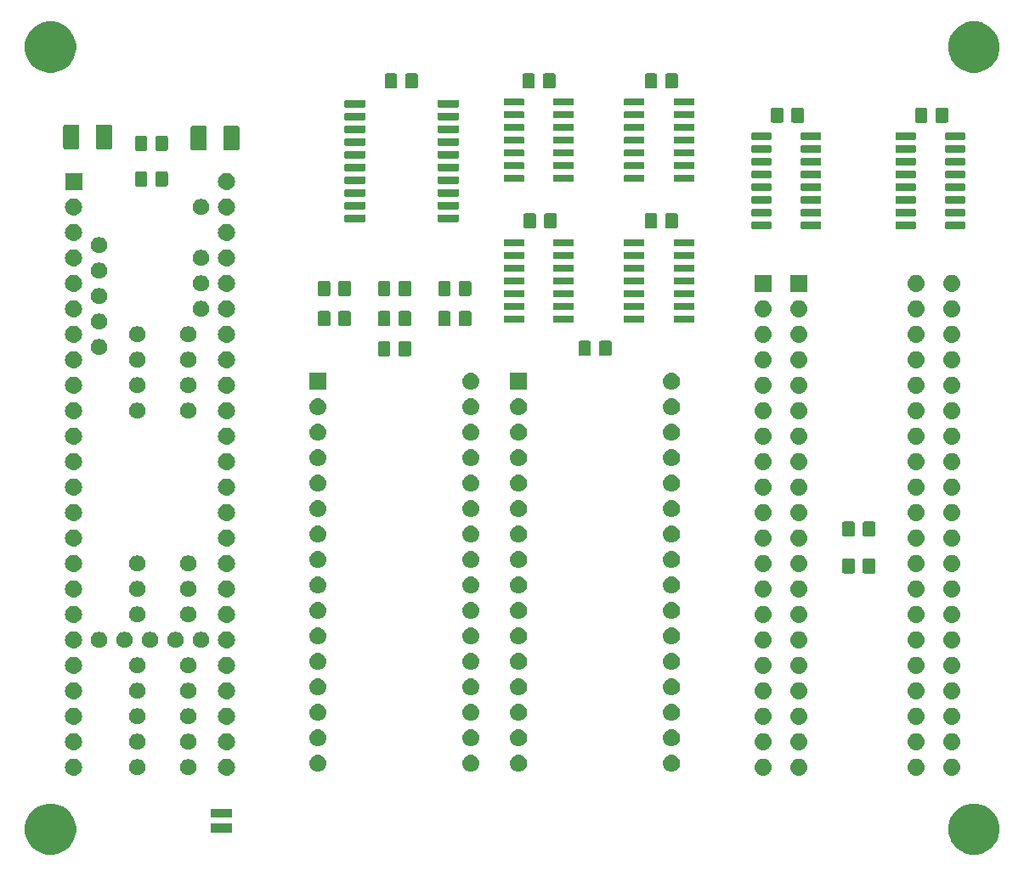
<source format=gbr>
G04 #@! TF.GenerationSoftware,KiCad,Pcbnew,(5.1.2-1)-1*
G04 #@! TF.CreationDate,2020-04-08T11:54:09+01:00*
G04 #@! TF.ProjectId,tranZPUter-SW,7472616e-5a50-4557-9465-722d53572e6b,rev?*
G04 #@! TF.SameCoordinates,Original*
G04 #@! TF.FileFunction,Soldermask,Top*
G04 #@! TF.FilePolarity,Negative*
%FSLAX46Y46*%
G04 Gerber Fmt 4.6, Leading zero omitted, Abs format (unit mm)*
G04 Created by KiCad (PCBNEW (5.1.2-1)-1) date 2020-04-08 11:54:09*
%MOMM*%
%LPD*%
G04 APERTURE LIST*
%ADD10C,0.100000*%
G04 APERTURE END LIST*
D10*
G36*
X196744098Y-143547033D02*
G01*
X197208350Y-143739332D01*
X197208352Y-143739333D01*
X197626168Y-144018509D01*
X197981491Y-144373832D01*
X198116575Y-144576000D01*
X198260668Y-144791650D01*
X198452967Y-145255902D01*
X198551000Y-145748747D01*
X198551000Y-146251253D01*
X198452967Y-146744098D01*
X198331093Y-147038329D01*
X198260667Y-147208352D01*
X197981491Y-147626168D01*
X197626168Y-147981491D01*
X197208352Y-148260667D01*
X197208351Y-148260668D01*
X197208350Y-148260668D01*
X196744098Y-148452967D01*
X196251253Y-148551000D01*
X195748747Y-148551000D01*
X195255902Y-148452967D01*
X194791650Y-148260668D01*
X194791649Y-148260668D01*
X194791648Y-148260667D01*
X194373832Y-147981491D01*
X194018509Y-147626168D01*
X193739333Y-147208352D01*
X193668907Y-147038329D01*
X193547033Y-146744098D01*
X193449000Y-146251253D01*
X193449000Y-145748747D01*
X193547033Y-145255902D01*
X193739332Y-144791650D01*
X193883425Y-144576000D01*
X194018509Y-144373832D01*
X194373832Y-144018509D01*
X194791648Y-143739333D01*
X194791650Y-143739332D01*
X195255902Y-143547033D01*
X195748747Y-143449000D01*
X196251253Y-143449000D01*
X196744098Y-143547033D01*
X196744098Y-143547033D01*
G37*
G36*
X104744098Y-143547033D02*
G01*
X105208350Y-143739332D01*
X105208352Y-143739333D01*
X105626168Y-144018509D01*
X105981491Y-144373832D01*
X106116575Y-144576000D01*
X106260668Y-144791650D01*
X106452967Y-145255902D01*
X106551000Y-145748747D01*
X106551000Y-146251253D01*
X106452967Y-146744098D01*
X106331093Y-147038329D01*
X106260667Y-147208352D01*
X105981491Y-147626168D01*
X105626168Y-147981491D01*
X105208352Y-148260667D01*
X105208351Y-148260668D01*
X105208350Y-148260668D01*
X104744098Y-148452967D01*
X104251253Y-148551000D01*
X103748747Y-148551000D01*
X103255902Y-148452967D01*
X102791650Y-148260668D01*
X102791649Y-148260668D01*
X102791648Y-148260667D01*
X102373832Y-147981491D01*
X102018509Y-147626168D01*
X101739333Y-147208352D01*
X101668907Y-147038329D01*
X101547033Y-146744098D01*
X101449000Y-146251253D01*
X101449000Y-145748747D01*
X101547033Y-145255902D01*
X101739332Y-144791650D01*
X101883425Y-144576000D01*
X102018509Y-144373832D01*
X102373832Y-144018509D01*
X102791648Y-143739333D01*
X102791650Y-143739332D01*
X103255902Y-143547033D01*
X103748747Y-143449000D01*
X104251253Y-143449000D01*
X104744098Y-143547033D01*
X104744098Y-143547033D01*
G37*
G36*
X122082000Y-146362000D02*
G01*
X119980000Y-146362000D01*
X119980000Y-145460000D01*
X122082000Y-145460000D01*
X122082000Y-146362000D01*
X122082000Y-146362000D01*
G37*
G36*
X122082000Y-144862000D02*
G01*
X119980000Y-144862000D01*
X119980000Y-143960000D01*
X122082000Y-143960000D01*
X122082000Y-144862000D01*
X122082000Y-144862000D01*
G37*
G36*
X193968823Y-138988313D02*
G01*
X194129242Y-139036976D01*
X194257924Y-139105758D01*
X194277078Y-139115996D01*
X194406659Y-139222341D01*
X194513004Y-139351922D01*
X194513005Y-139351924D01*
X194592024Y-139499758D01*
X194640687Y-139660177D01*
X194657117Y-139827000D01*
X194640687Y-139993823D01*
X194592024Y-140154242D01*
X194529249Y-140271686D01*
X194513004Y-140302078D01*
X194406659Y-140431659D01*
X194277078Y-140538004D01*
X194277076Y-140538005D01*
X194129242Y-140617024D01*
X193968823Y-140665687D01*
X193843804Y-140678000D01*
X193760196Y-140678000D01*
X193635177Y-140665687D01*
X193474758Y-140617024D01*
X193326924Y-140538005D01*
X193326922Y-140538004D01*
X193197341Y-140431659D01*
X193090996Y-140302078D01*
X193074751Y-140271686D01*
X193011976Y-140154242D01*
X192963313Y-139993823D01*
X192946883Y-139827000D01*
X192963313Y-139660177D01*
X193011976Y-139499758D01*
X193090995Y-139351924D01*
X193090996Y-139351922D01*
X193197341Y-139222341D01*
X193326922Y-139115996D01*
X193346076Y-139105758D01*
X193474758Y-139036976D01*
X193635177Y-138988313D01*
X193760196Y-138976000D01*
X193843804Y-138976000D01*
X193968823Y-138988313D01*
X193968823Y-138988313D01*
G37*
G36*
X175172823Y-138988313D02*
G01*
X175333242Y-139036976D01*
X175461924Y-139105758D01*
X175481078Y-139115996D01*
X175610659Y-139222341D01*
X175717004Y-139351922D01*
X175717005Y-139351924D01*
X175796024Y-139499758D01*
X175844687Y-139660177D01*
X175861117Y-139827000D01*
X175844687Y-139993823D01*
X175796024Y-140154242D01*
X175733249Y-140271686D01*
X175717004Y-140302078D01*
X175610659Y-140431659D01*
X175481078Y-140538004D01*
X175481076Y-140538005D01*
X175333242Y-140617024D01*
X175172823Y-140665687D01*
X175047804Y-140678000D01*
X174964196Y-140678000D01*
X174839177Y-140665687D01*
X174678758Y-140617024D01*
X174530924Y-140538005D01*
X174530922Y-140538004D01*
X174401341Y-140431659D01*
X174294996Y-140302078D01*
X174278751Y-140271686D01*
X174215976Y-140154242D01*
X174167313Y-139993823D01*
X174150883Y-139827000D01*
X174167313Y-139660177D01*
X174215976Y-139499758D01*
X174294995Y-139351924D01*
X174294996Y-139351922D01*
X174401341Y-139222341D01*
X174530922Y-139115996D01*
X174550076Y-139105758D01*
X174678758Y-139036976D01*
X174839177Y-138988313D01*
X174964196Y-138976000D01*
X175047804Y-138976000D01*
X175172823Y-138988313D01*
X175172823Y-138988313D01*
G37*
G36*
X190412823Y-138988313D02*
G01*
X190573242Y-139036976D01*
X190701924Y-139105758D01*
X190721078Y-139115996D01*
X190850659Y-139222341D01*
X190957004Y-139351922D01*
X190957005Y-139351924D01*
X191036024Y-139499758D01*
X191084687Y-139660177D01*
X191101117Y-139827000D01*
X191084687Y-139993823D01*
X191036024Y-140154242D01*
X190973249Y-140271686D01*
X190957004Y-140302078D01*
X190850659Y-140431659D01*
X190721078Y-140538004D01*
X190721076Y-140538005D01*
X190573242Y-140617024D01*
X190412823Y-140665687D01*
X190287804Y-140678000D01*
X190204196Y-140678000D01*
X190079177Y-140665687D01*
X189918758Y-140617024D01*
X189770924Y-140538005D01*
X189770922Y-140538004D01*
X189641341Y-140431659D01*
X189534996Y-140302078D01*
X189518751Y-140271686D01*
X189455976Y-140154242D01*
X189407313Y-139993823D01*
X189390883Y-139827000D01*
X189407313Y-139660177D01*
X189455976Y-139499758D01*
X189534995Y-139351924D01*
X189534996Y-139351922D01*
X189641341Y-139222341D01*
X189770922Y-139115996D01*
X189790076Y-139105758D01*
X189918758Y-139036976D01*
X190079177Y-138988313D01*
X190204196Y-138976000D01*
X190287804Y-138976000D01*
X190412823Y-138988313D01*
X190412823Y-138988313D01*
G37*
G36*
X178728823Y-138988313D02*
G01*
X178889242Y-139036976D01*
X179017924Y-139105758D01*
X179037078Y-139115996D01*
X179166659Y-139222341D01*
X179273004Y-139351922D01*
X179273005Y-139351924D01*
X179352024Y-139499758D01*
X179400687Y-139660177D01*
X179417117Y-139827000D01*
X179400687Y-139993823D01*
X179352024Y-140154242D01*
X179289249Y-140271686D01*
X179273004Y-140302078D01*
X179166659Y-140431659D01*
X179037078Y-140538004D01*
X179037076Y-140538005D01*
X178889242Y-140617024D01*
X178728823Y-140665687D01*
X178603804Y-140678000D01*
X178520196Y-140678000D01*
X178395177Y-140665687D01*
X178234758Y-140617024D01*
X178086924Y-140538005D01*
X178086922Y-140538004D01*
X177957341Y-140431659D01*
X177850996Y-140302078D01*
X177834751Y-140271686D01*
X177771976Y-140154242D01*
X177723313Y-139993823D01*
X177706883Y-139827000D01*
X177723313Y-139660177D01*
X177771976Y-139499758D01*
X177850995Y-139351924D01*
X177850996Y-139351922D01*
X177957341Y-139222341D01*
X178086922Y-139115996D01*
X178106076Y-139105758D01*
X178234758Y-139036976D01*
X178395177Y-138988313D01*
X178520196Y-138976000D01*
X178603804Y-138976000D01*
X178728823Y-138988313D01*
X178728823Y-138988313D01*
G37*
G36*
X106465823Y-138988313D02*
G01*
X106626242Y-139036976D01*
X106754924Y-139105758D01*
X106774078Y-139115996D01*
X106903659Y-139222341D01*
X107010004Y-139351922D01*
X107010005Y-139351924D01*
X107089024Y-139499758D01*
X107137687Y-139660177D01*
X107154117Y-139827000D01*
X107137687Y-139993823D01*
X107089024Y-140154242D01*
X107026249Y-140271686D01*
X107010004Y-140302078D01*
X106903659Y-140431659D01*
X106774078Y-140538004D01*
X106774076Y-140538005D01*
X106626242Y-140617024D01*
X106465823Y-140665687D01*
X106340804Y-140678000D01*
X106257196Y-140678000D01*
X106132177Y-140665687D01*
X105971758Y-140617024D01*
X105823924Y-140538005D01*
X105823922Y-140538004D01*
X105694341Y-140431659D01*
X105587996Y-140302078D01*
X105571751Y-140271686D01*
X105508976Y-140154242D01*
X105460313Y-139993823D01*
X105443883Y-139827000D01*
X105460313Y-139660177D01*
X105508976Y-139499758D01*
X105587995Y-139351924D01*
X105587996Y-139351922D01*
X105694341Y-139222341D01*
X105823922Y-139115996D01*
X105843076Y-139105758D01*
X105971758Y-139036976D01*
X106132177Y-138988313D01*
X106257196Y-138976000D01*
X106340804Y-138976000D01*
X106465823Y-138988313D01*
X106465823Y-138988313D01*
G37*
G36*
X121705823Y-138988313D02*
G01*
X121866242Y-139036976D01*
X121994924Y-139105758D01*
X122014078Y-139115996D01*
X122143659Y-139222341D01*
X122250004Y-139351922D01*
X122250005Y-139351924D01*
X122329024Y-139499758D01*
X122377687Y-139660177D01*
X122394117Y-139827000D01*
X122377687Y-139993823D01*
X122329024Y-140154242D01*
X122266249Y-140271686D01*
X122250004Y-140302078D01*
X122143659Y-140431659D01*
X122014078Y-140538004D01*
X122014076Y-140538005D01*
X121866242Y-140617024D01*
X121705823Y-140665687D01*
X121580804Y-140678000D01*
X121497196Y-140678000D01*
X121372177Y-140665687D01*
X121211758Y-140617024D01*
X121063924Y-140538005D01*
X121063922Y-140538004D01*
X120934341Y-140431659D01*
X120827996Y-140302078D01*
X120811751Y-140271686D01*
X120748976Y-140154242D01*
X120700313Y-139993823D01*
X120683883Y-139827000D01*
X120700313Y-139660177D01*
X120748976Y-139499758D01*
X120827995Y-139351924D01*
X120827996Y-139351922D01*
X120934341Y-139222341D01*
X121063922Y-139115996D01*
X121083076Y-139105758D01*
X121211758Y-139036976D01*
X121372177Y-138988313D01*
X121497196Y-138976000D01*
X121580804Y-138976000D01*
X121705823Y-138988313D01*
X121705823Y-138988313D01*
G37*
G36*
X112886142Y-139045242D02*
G01*
X113034101Y-139106529D01*
X113167255Y-139195499D01*
X113280501Y-139308745D01*
X113369471Y-139441899D01*
X113430758Y-139589858D01*
X113462000Y-139746925D01*
X113462000Y-139907075D01*
X113430758Y-140064142D01*
X113369471Y-140212101D01*
X113280501Y-140345255D01*
X113167255Y-140458501D01*
X113034101Y-140547471D01*
X112886142Y-140608758D01*
X112729075Y-140640000D01*
X112568925Y-140640000D01*
X112411858Y-140608758D01*
X112263899Y-140547471D01*
X112130745Y-140458501D01*
X112017499Y-140345255D01*
X111928529Y-140212101D01*
X111867242Y-140064142D01*
X111836000Y-139907075D01*
X111836000Y-139746925D01*
X111867242Y-139589858D01*
X111928529Y-139441899D01*
X112017499Y-139308745D01*
X112130745Y-139195499D01*
X112263899Y-139106529D01*
X112411858Y-139045242D01*
X112568925Y-139014000D01*
X112729075Y-139014000D01*
X112886142Y-139045242D01*
X112886142Y-139045242D01*
G37*
G36*
X117966142Y-139045242D02*
G01*
X118114101Y-139106529D01*
X118247255Y-139195499D01*
X118360501Y-139308745D01*
X118449471Y-139441899D01*
X118510758Y-139589858D01*
X118542000Y-139746925D01*
X118542000Y-139907075D01*
X118510758Y-140064142D01*
X118449471Y-140212101D01*
X118360501Y-140345255D01*
X118247255Y-140458501D01*
X118114101Y-140547471D01*
X117966142Y-140608758D01*
X117809075Y-140640000D01*
X117648925Y-140640000D01*
X117491858Y-140608758D01*
X117343899Y-140547471D01*
X117210745Y-140458501D01*
X117097499Y-140345255D01*
X117008529Y-140212101D01*
X116947242Y-140064142D01*
X116916000Y-139907075D01*
X116916000Y-139746925D01*
X116947242Y-139589858D01*
X117008529Y-139441899D01*
X117097499Y-139308745D01*
X117210745Y-139195499D01*
X117343899Y-139106529D01*
X117491858Y-139045242D01*
X117648925Y-139014000D01*
X117809075Y-139014000D01*
X117966142Y-139045242D01*
X117966142Y-139045242D01*
G37*
G36*
X130801823Y-138594313D02*
G01*
X130962242Y-138642976D01*
X131094906Y-138713886D01*
X131110078Y-138721996D01*
X131239659Y-138828341D01*
X131346004Y-138957922D01*
X131346005Y-138957924D01*
X131425024Y-139105758D01*
X131473687Y-139266177D01*
X131490117Y-139433000D01*
X131473687Y-139599823D01*
X131425024Y-139760242D01*
X131389341Y-139827000D01*
X131346004Y-139908078D01*
X131239659Y-140037659D01*
X131110078Y-140144004D01*
X131110076Y-140144005D01*
X130962242Y-140223024D01*
X130801823Y-140271687D01*
X130676804Y-140284000D01*
X130593196Y-140284000D01*
X130468177Y-140271687D01*
X130307758Y-140223024D01*
X130159924Y-140144005D01*
X130159922Y-140144004D01*
X130030341Y-140037659D01*
X129923996Y-139908078D01*
X129880659Y-139827000D01*
X129844976Y-139760242D01*
X129796313Y-139599823D01*
X129779883Y-139433000D01*
X129796313Y-139266177D01*
X129844976Y-139105758D01*
X129923995Y-138957924D01*
X129923996Y-138957922D01*
X130030341Y-138828341D01*
X130159922Y-138721996D01*
X130175094Y-138713886D01*
X130307758Y-138642976D01*
X130468177Y-138594313D01*
X130593196Y-138582000D01*
X130676804Y-138582000D01*
X130801823Y-138594313D01*
X130801823Y-138594313D01*
G37*
G36*
X146041823Y-138594313D02*
G01*
X146202242Y-138642976D01*
X146334906Y-138713886D01*
X146350078Y-138721996D01*
X146479659Y-138828341D01*
X146586004Y-138957922D01*
X146586005Y-138957924D01*
X146665024Y-139105758D01*
X146713687Y-139266177D01*
X146730117Y-139433000D01*
X146713687Y-139599823D01*
X146665024Y-139760242D01*
X146629341Y-139827000D01*
X146586004Y-139908078D01*
X146479659Y-140037659D01*
X146350078Y-140144004D01*
X146350076Y-140144005D01*
X146202242Y-140223024D01*
X146041823Y-140271687D01*
X145916804Y-140284000D01*
X145833196Y-140284000D01*
X145708177Y-140271687D01*
X145547758Y-140223024D01*
X145399924Y-140144005D01*
X145399922Y-140144004D01*
X145270341Y-140037659D01*
X145163996Y-139908078D01*
X145120659Y-139827000D01*
X145084976Y-139760242D01*
X145036313Y-139599823D01*
X145019883Y-139433000D01*
X145036313Y-139266177D01*
X145084976Y-139105758D01*
X145163995Y-138957924D01*
X145163996Y-138957922D01*
X145270341Y-138828341D01*
X145399922Y-138721996D01*
X145415094Y-138713886D01*
X145547758Y-138642976D01*
X145708177Y-138594313D01*
X145833196Y-138582000D01*
X145916804Y-138582000D01*
X146041823Y-138594313D01*
X146041823Y-138594313D01*
G37*
G36*
X166041823Y-138594313D02*
G01*
X166202242Y-138642976D01*
X166334906Y-138713886D01*
X166350078Y-138721996D01*
X166479659Y-138828341D01*
X166586004Y-138957922D01*
X166586005Y-138957924D01*
X166665024Y-139105758D01*
X166713687Y-139266177D01*
X166730117Y-139433000D01*
X166713687Y-139599823D01*
X166665024Y-139760242D01*
X166629341Y-139827000D01*
X166586004Y-139908078D01*
X166479659Y-140037659D01*
X166350078Y-140144004D01*
X166350076Y-140144005D01*
X166202242Y-140223024D01*
X166041823Y-140271687D01*
X165916804Y-140284000D01*
X165833196Y-140284000D01*
X165708177Y-140271687D01*
X165547758Y-140223024D01*
X165399924Y-140144005D01*
X165399922Y-140144004D01*
X165270341Y-140037659D01*
X165163996Y-139908078D01*
X165120659Y-139827000D01*
X165084976Y-139760242D01*
X165036313Y-139599823D01*
X165019883Y-139433000D01*
X165036313Y-139266177D01*
X165084976Y-139105758D01*
X165163995Y-138957924D01*
X165163996Y-138957922D01*
X165270341Y-138828341D01*
X165399922Y-138721996D01*
X165415094Y-138713886D01*
X165547758Y-138642976D01*
X165708177Y-138594313D01*
X165833196Y-138582000D01*
X165916804Y-138582000D01*
X166041823Y-138594313D01*
X166041823Y-138594313D01*
G37*
G36*
X150801823Y-138594313D02*
G01*
X150962242Y-138642976D01*
X151094906Y-138713886D01*
X151110078Y-138721996D01*
X151239659Y-138828341D01*
X151346004Y-138957922D01*
X151346005Y-138957924D01*
X151425024Y-139105758D01*
X151473687Y-139266177D01*
X151490117Y-139433000D01*
X151473687Y-139599823D01*
X151425024Y-139760242D01*
X151389341Y-139827000D01*
X151346004Y-139908078D01*
X151239659Y-140037659D01*
X151110078Y-140144004D01*
X151110076Y-140144005D01*
X150962242Y-140223024D01*
X150801823Y-140271687D01*
X150676804Y-140284000D01*
X150593196Y-140284000D01*
X150468177Y-140271687D01*
X150307758Y-140223024D01*
X150159924Y-140144005D01*
X150159922Y-140144004D01*
X150030341Y-140037659D01*
X149923996Y-139908078D01*
X149880659Y-139827000D01*
X149844976Y-139760242D01*
X149796313Y-139599823D01*
X149779883Y-139433000D01*
X149796313Y-139266177D01*
X149844976Y-139105758D01*
X149923995Y-138957924D01*
X149923996Y-138957922D01*
X150030341Y-138828341D01*
X150159922Y-138721996D01*
X150175094Y-138713886D01*
X150307758Y-138642976D01*
X150468177Y-138594313D01*
X150593196Y-138582000D01*
X150676804Y-138582000D01*
X150801823Y-138594313D01*
X150801823Y-138594313D01*
G37*
G36*
X190412823Y-136448313D02*
G01*
X190573242Y-136496976D01*
X190701924Y-136565758D01*
X190721078Y-136575996D01*
X190850659Y-136682341D01*
X190957004Y-136811922D01*
X190957005Y-136811924D01*
X191036024Y-136959758D01*
X191084687Y-137120177D01*
X191101117Y-137287000D01*
X191084687Y-137453823D01*
X191036024Y-137614242D01*
X190973249Y-137731686D01*
X190957004Y-137762078D01*
X190850659Y-137891659D01*
X190721078Y-137998004D01*
X190721076Y-137998005D01*
X190573242Y-138077024D01*
X190412823Y-138125687D01*
X190287804Y-138138000D01*
X190204196Y-138138000D01*
X190079177Y-138125687D01*
X189918758Y-138077024D01*
X189770924Y-137998005D01*
X189770922Y-137998004D01*
X189641341Y-137891659D01*
X189534996Y-137762078D01*
X189518751Y-137731686D01*
X189455976Y-137614242D01*
X189407313Y-137453823D01*
X189390883Y-137287000D01*
X189407313Y-137120177D01*
X189455976Y-136959758D01*
X189534995Y-136811924D01*
X189534996Y-136811922D01*
X189641341Y-136682341D01*
X189770922Y-136575996D01*
X189790076Y-136565758D01*
X189918758Y-136496976D01*
X190079177Y-136448313D01*
X190204196Y-136436000D01*
X190287804Y-136436000D01*
X190412823Y-136448313D01*
X190412823Y-136448313D01*
G37*
G36*
X106465823Y-136448313D02*
G01*
X106626242Y-136496976D01*
X106754924Y-136565758D01*
X106774078Y-136575996D01*
X106903659Y-136682341D01*
X107010004Y-136811922D01*
X107010005Y-136811924D01*
X107089024Y-136959758D01*
X107137687Y-137120177D01*
X107154117Y-137287000D01*
X107137687Y-137453823D01*
X107089024Y-137614242D01*
X107026249Y-137731686D01*
X107010004Y-137762078D01*
X106903659Y-137891659D01*
X106774078Y-137998004D01*
X106774076Y-137998005D01*
X106626242Y-138077024D01*
X106465823Y-138125687D01*
X106340804Y-138138000D01*
X106257196Y-138138000D01*
X106132177Y-138125687D01*
X105971758Y-138077024D01*
X105823924Y-137998005D01*
X105823922Y-137998004D01*
X105694341Y-137891659D01*
X105587996Y-137762078D01*
X105571751Y-137731686D01*
X105508976Y-137614242D01*
X105460313Y-137453823D01*
X105443883Y-137287000D01*
X105460313Y-137120177D01*
X105508976Y-136959758D01*
X105587995Y-136811924D01*
X105587996Y-136811922D01*
X105694341Y-136682341D01*
X105823922Y-136575996D01*
X105843076Y-136565758D01*
X105971758Y-136496976D01*
X106132177Y-136448313D01*
X106257196Y-136436000D01*
X106340804Y-136436000D01*
X106465823Y-136448313D01*
X106465823Y-136448313D01*
G37*
G36*
X193968823Y-136448313D02*
G01*
X194129242Y-136496976D01*
X194257924Y-136565758D01*
X194277078Y-136575996D01*
X194406659Y-136682341D01*
X194513004Y-136811922D01*
X194513005Y-136811924D01*
X194592024Y-136959758D01*
X194640687Y-137120177D01*
X194657117Y-137287000D01*
X194640687Y-137453823D01*
X194592024Y-137614242D01*
X194529249Y-137731686D01*
X194513004Y-137762078D01*
X194406659Y-137891659D01*
X194277078Y-137998004D01*
X194277076Y-137998005D01*
X194129242Y-138077024D01*
X193968823Y-138125687D01*
X193843804Y-138138000D01*
X193760196Y-138138000D01*
X193635177Y-138125687D01*
X193474758Y-138077024D01*
X193326924Y-137998005D01*
X193326922Y-137998004D01*
X193197341Y-137891659D01*
X193090996Y-137762078D01*
X193074751Y-137731686D01*
X193011976Y-137614242D01*
X192963313Y-137453823D01*
X192946883Y-137287000D01*
X192963313Y-137120177D01*
X193011976Y-136959758D01*
X193090995Y-136811924D01*
X193090996Y-136811922D01*
X193197341Y-136682341D01*
X193326922Y-136575996D01*
X193346076Y-136565758D01*
X193474758Y-136496976D01*
X193635177Y-136448313D01*
X193760196Y-136436000D01*
X193843804Y-136436000D01*
X193968823Y-136448313D01*
X193968823Y-136448313D01*
G37*
G36*
X178728823Y-136448313D02*
G01*
X178889242Y-136496976D01*
X179017924Y-136565758D01*
X179037078Y-136575996D01*
X179166659Y-136682341D01*
X179273004Y-136811922D01*
X179273005Y-136811924D01*
X179352024Y-136959758D01*
X179400687Y-137120177D01*
X179417117Y-137287000D01*
X179400687Y-137453823D01*
X179352024Y-137614242D01*
X179289249Y-137731686D01*
X179273004Y-137762078D01*
X179166659Y-137891659D01*
X179037078Y-137998004D01*
X179037076Y-137998005D01*
X178889242Y-138077024D01*
X178728823Y-138125687D01*
X178603804Y-138138000D01*
X178520196Y-138138000D01*
X178395177Y-138125687D01*
X178234758Y-138077024D01*
X178086924Y-137998005D01*
X178086922Y-137998004D01*
X177957341Y-137891659D01*
X177850996Y-137762078D01*
X177834751Y-137731686D01*
X177771976Y-137614242D01*
X177723313Y-137453823D01*
X177706883Y-137287000D01*
X177723313Y-137120177D01*
X177771976Y-136959758D01*
X177850995Y-136811924D01*
X177850996Y-136811922D01*
X177957341Y-136682341D01*
X178086922Y-136575996D01*
X178106076Y-136565758D01*
X178234758Y-136496976D01*
X178395177Y-136448313D01*
X178520196Y-136436000D01*
X178603804Y-136436000D01*
X178728823Y-136448313D01*
X178728823Y-136448313D01*
G37*
G36*
X121705823Y-136448313D02*
G01*
X121866242Y-136496976D01*
X121994924Y-136565758D01*
X122014078Y-136575996D01*
X122143659Y-136682341D01*
X122250004Y-136811922D01*
X122250005Y-136811924D01*
X122329024Y-136959758D01*
X122377687Y-137120177D01*
X122394117Y-137287000D01*
X122377687Y-137453823D01*
X122329024Y-137614242D01*
X122266249Y-137731686D01*
X122250004Y-137762078D01*
X122143659Y-137891659D01*
X122014078Y-137998004D01*
X122014076Y-137998005D01*
X121866242Y-138077024D01*
X121705823Y-138125687D01*
X121580804Y-138138000D01*
X121497196Y-138138000D01*
X121372177Y-138125687D01*
X121211758Y-138077024D01*
X121063924Y-137998005D01*
X121063922Y-137998004D01*
X120934341Y-137891659D01*
X120827996Y-137762078D01*
X120811751Y-137731686D01*
X120748976Y-137614242D01*
X120700313Y-137453823D01*
X120683883Y-137287000D01*
X120700313Y-137120177D01*
X120748976Y-136959758D01*
X120827995Y-136811924D01*
X120827996Y-136811922D01*
X120934341Y-136682341D01*
X121063922Y-136575996D01*
X121083076Y-136565758D01*
X121211758Y-136496976D01*
X121372177Y-136448313D01*
X121497196Y-136436000D01*
X121580804Y-136436000D01*
X121705823Y-136448313D01*
X121705823Y-136448313D01*
G37*
G36*
X175172823Y-136448313D02*
G01*
X175333242Y-136496976D01*
X175461924Y-136565758D01*
X175481078Y-136575996D01*
X175610659Y-136682341D01*
X175717004Y-136811922D01*
X175717005Y-136811924D01*
X175796024Y-136959758D01*
X175844687Y-137120177D01*
X175861117Y-137287000D01*
X175844687Y-137453823D01*
X175796024Y-137614242D01*
X175733249Y-137731686D01*
X175717004Y-137762078D01*
X175610659Y-137891659D01*
X175481078Y-137998004D01*
X175481076Y-137998005D01*
X175333242Y-138077024D01*
X175172823Y-138125687D01*
X175047804Y-138138000D01*
X174964196Y-138138000D01*
X174839177Y-138125687D01*
X174678758Y-138077024D01*
X174530924Y-137998005D01*
X174530922Y-137998004D01*
X174401341Y-137891659D01*
X174294996Y-137762078D01*
X174278751Y-137731686D01*
X174215976Y-137614242D01*
X174167313Y-137453823D01*
X174150883Y-137287000D01*
X174167313Y-137120177D01*
X174215976Y-136959758D01*
X174294995Y-136811924D01*
X174294996Y-136811922D01*
X174401341Y-136682341D01*
X174530922Y-136575996D01*
X174550076Y-136565758D01*
X174678758Y-136496976D01*
X174839177Y-136448313D01*
X174964196Y-136436000D01*
X175047804Y-136436000D01*
X175172823Y-136448313D01*
X175172823Y-136448313D01*
G37*
G36*
X112886142Y-136505242D02*
G01*
X113034101Y-136566529D01*
X113167255Y-136655499D01*
X113280501Y-136768745D01*
X113369471Y-136901899D01*
X113430758Y-137049858D01*
X113462000Y-137206925D01*
X113462000Y-137367075D01*
X113430758Y-137524142D01*
X113369471Y-137672101D01*
X113280501Y-137805255D01*
X113167255Y-137918501D01*
X113034101Y-138007471D01*
X112886142Y-138068758D01*
X112729075Y-138100000D01*
X112568925Y-138100000D01*
X112411858Y-138068758D01*
X112263899Y-138007471D01*
X112130745Y-137918501D01*
X112017499Y-137805255D01*
X111928529Y-137672101D01*
X111867242Y-137524142D01*
X111836000Y-137367075D01*
X111836000Y-137206925D01*
X111867242Y-137049858D01*
X111928529Y-136901899D01*
X112017499Y-136768745D01*
X112130745Y-136655499D01*
X112263899Y-136566529D01*
X112411858Y-136505242D01*
X112568925Y-136474000D01*
X112729075Y-136474000D01*
X112886142Y-136505242D01*
X112886142Y-136505242D01*
G37*
G36*
X117966142Y-136505242D02*
G01*
X118114101Y-136566529D01*
X118247255Y-136655499D01*
X118360501Y-136768745D01*
X118449471Y-136901899D01*
X118510758Y-137049858D01*
X118542000Y-137206925D01*
X118542000Y-137367075D01*
X118510758Y-137524142D01*
X118449471Y-137672101D01*
X118360501Y-137805255D01*
X118247255Y-137918501D01*
X118114101Y-138007471D01*
X117966142Y-138068758D01*
X117809075Y-138100000D01*
X117648925Y-138100000D01*
X117491858Y-138068758D01*
X117343899Y-138007471D01*
X117210745Y-137918501D01*
X117097499Y-137805255D01*
X117008529Y-137672101D01*
X116947242Y-137524142D01*
X116916000Y-137367075D01*
X116916000Y-137206925D01*
X116947242Y-137049858D01*
X117008529Y-136901899D01*
X117097499Y-136768745D01*
X117210745Y-136655499D01*
X117343899Y-136566529D01*
X117491858Y-136505242D01*
X117648925Y-136474000D01*
X117809075Y-136474000D01*
X117966142Y-136505242D01*
X117966142Y-136505242D01*
G37*
G36*
X166041823Y-136054313D02*
G01*
X166202242Y-136102976D01*
X166334906Y-136173886D01*
X166350078Y-136181996D01*
X166479659Y-136288341D01*
X166586004Y-136417922D01*
X166586005Y-136417924D01*
X166665024Y-136565758D01*
X166713687Y-136726177D01*
X166730117Y-136893000D01*
X166713687Y-137059823D01*
X166665024Y-137220242D01*
X166629341Y-137287000D01*
X166586004Y-137368078D01*
X166479659Y-137497659D01*
X166350078Y-137604004D01*
X166350076Y-137604005D01*
X166202242Y-137683024D01*
X166041823Y-137731687D01*
X165916804Y-137744000D01*
X165833196Y-137744000D01*
X165708177Y-137731687D01*
X165547758Y-137683024D01*
X165399924Y-137604005D01*
X165399922Y-137604004D01*
X165270341Y-137497659D01*
X165163996Y-137368078D01*
X165120659Y-137287000D01*
X165084976Y-137220242D01*
X165036313Y-137059823D01*
X165019883Y-136893000D01*
X165036313Y-136726177D01*
X165084976Y-136565758D01*
X165163995Y-136417924D01*
X165163996Y-136417922D01*
X165270341Y-136288341D01*
X165399922Y-136181996D01*
X165415094Y-136173886D01*
X165547758Y-136102976D01*
X165708177Y-136054313D01*
X165833196Y-136042000D01*
X165916804Y-136042000D01*
X166041823Y-136054313D01*
X166041823Y-136054313D01*
G37*
G36*
X150801823Y-136054313D02*
G01*
X150962242Y-136102976D01*
X151094906Y-136173886D01*
X151110078Y-136181996D01*
X151239659Y-136288341D01*
X151346004Y-136417922D01*
X151346005Y-136417924D01*
X151425024Y-136565758D01*
X151473687Y-136726177D01*
X151490117Y-136893000D01*
X151473687Y-137059823D01*
X151425024Y-137220242D01*
X151389341Y-137287000D01*
X151346004Y-137368078D01*
X151239659Y-137497659D01*
X151110078Y-137604004D01*
X151110076Y-137604005D01*
X150962242Y-137683024D01*
X150801823Y-137731687D01*
X150676804Y-137744000D01*
X150593196Y-137744000D01*
X150468177Y-137731687D01*
X150307758Y-137683024D01*
X150159924Y-137604005D01*
X150159922Y-137604004D01*
X150030341Y-137497659D01*
X149923996Y-137368078D01*
X149880659Y-137287000D01*
X149844976Y-137220242D01*
X149796313Y-137059823D01*
X149779883Y-136893000D01*
X149796313Y-136726177D01*
X149844976Y-136565758D01*
X149923995Y-136417924D01*
X149923996Y-136417922D01*
X150030341Y-136288341D01*
X150159922Y-136181996D01*
X150175094Y-136173886D01*
X150307758Y-136102976D01*
X150468177Y-136054313D01*
X150593196Y-136042000D01*
X150676804Y-136042000D01*
X150801823Y-136054313D01*
X150801823Y-136054313D01*
G37*
G36*
X146041823Y-136054313D02*
G01*
X146202242Y-136102976D01*
X146334906Y-136173886D01*
X146350078Y-136181996D01*
X146479659Y-136288341D01*
X146586004Y-136417922D01*
X146586005Y-136417924D01*
X146665024Y-136565758D01*
X146713687Y-136726177D01*
X146730117Y-136893000D01*
X146713687Y-137059823D01*
X146665024Y-137220242D01*
X146629341Y-137287000D01*
X146586004Y-137368078D01*
X146479659Y-137497659D01*
X146350078Y-137604004D01*
X146350076Y-137604005D01*
X146202242Y-137683024D01*
X146041823Y-137731687D01*
X145916804Y-137744000D01*
X145833196Y-137744000D01*
X145708177Y-137731687D01*
X145547758Y-137683024D01*
X145399924Y-137604005D01*
X145399922Y-137604004D01*
X145270341Y-137497659D01*
X145163996Y-137368078D01*
X145120659Y-137287000D01*
X145084976Y-137220242D01*
X145036313Y-137059823D01*
X145019883Y-136893000D01*
X145036313Y-136726177D01*
X145084976Y-136565758D01*
X145163995Y-136417924D01*
X145163996Y-136417922D01*
X145270341Y-136288341D01*
X145399922Y-136181996D01*
X145415094Y-136173886D01*
X145547758Y-136102976D01*
X145708177Y-136054313D01*
X145833196Y-136042000D01*
X145916804Y-136042000D01*
X146041823Y-136054313D01*
X146041823Y-136054313D01*
G37*
G36*
X130801823Y-136054313D02*
G01*
X130962242Y-136102976D01*
X131094906Y-136173886D01*
X131110078Y-136181996D01*
X131239659Y-136288341D01*
X131346004Y-136417922D01*
X131346005Y-136417924D01*
X131425024Y-136565758D01*
X131473687Y-136726177D01*
X131490117Y-136893000D01*
X131473687Y-137059823D01*
X131425024Y-137220242D01*
X131389341Y-137287000D01*
X131346004Y-137368078D01*
X131239659Y-137497659D01*
X131110078Y-137604004D01*
X131110076Y-137604005D01*
X130962242Y-137683024D01*
X130801823Y-137731687D01*
X130676804Y-137744000D01*
X130593196Y-137744000D01*
X130468177Y-137731687D01*
X130307758Y-137683024D01*
X130159924Y-137604005D01*
X130159922Y-137604004D01*
X130030341Y-137497659D01*
X129923996Y-137368078D01*
X129880659Y-137287000D01*
X129844976Y-137220242D01*
X129796313Y-137059823D01*
X129779883Y-136893000D01*
X129796313Y-136726177D01*
X129844976Y-136565758D01*
X129923995Y-136417924D01*
X129923996Y-136417922D01*
X130030341Y-136288341D01*
X130159922Y-136181996D01*
X130175094Y-136173886D01*
X130307758Y-136102976D01*
X130468177Y-136054313D01*
X130593196Y-136042000D01*
X130676804Y-136042000D01*
X130801823Y-136054313D01*
X130801823Y-136054313D01*
G37*
G36*
X106465823Y-133908313D02*
G01*
X106626242Y-133956976D01*
X106754924Y-134025758D01*
X106774078Y-134035996D01*
X106903659Y-134142341D01*
X107010004Y-134271922D01*
X107010005Y-134271924D01*
X107089024Y-134419758D01*
X107137687Y-134580177D01*
X107154117Y-134747000D01*
X107137687Y-134913823D01*
X107089024Y-135074242D01*
X107026249Y-135191686D01*
X107010004Y-135222078D01*
X106903659Y-135351659D01*
X106774078Y-135458004D01*
X106774076Y-135458005D01*
X106626242Y-135537024D01*
X106465823Y-135585687D01*
X106340804Y-135598000D01*
X106257196Y-135598000D01*
X106132177Y-135585687D01*
X105971758Y-135537024D01*
X105823924Y-135458005D01*
X105823922Y-135458004D01*
X105694341Y-135351659D01*
X105587996Y-135222078D01*
X105571751Y-135191686D01*
X105508976Y-135074242D01*
X105460313Y-134913823D01*
X105443883Y-134747000D01*
X105460313Y-134580177D01*
X105508976Y-134419758D01*
X105587995Y-134271924D01*
X105587996Y-134271922D01*
X105694341Y-134142341D01*
X105823922Y-134035996D01*
X105843076Y-134025758D01*
X105971758Y-133956976D01*
X106132177Y-133908313D01*
X106257196Y-133896000D01*
X106340804Y-133896000D01*
X106465823Y-133908313D01*
X106465823Y-133908313D01*
G37*
G36*
X121705823Y-133908313D02*
G01*
X121866242Y-133956976D01*
X121994924Y-134025758D01*
X122014078Y-134035996D01*
X122143659Y-134142341D01*
X122250004Y-134271922D01*
X122250005Y-134271924D01*
X122329024Y-134419758D01*
X122377687Y-134580177D01*
X122394117Y-134747000D01*
X122377687Y-134913823D01*
X122329024Y-135074242D01*
X122266249Y-135191686D01*
X122250004Y-135222078D01*
X122143659Y-135351659D01*
X122014078Y-135458004D01*
X122014076Y-135458005D01*
X121866242Y-135537024D01*
X121705823Y-135585687D01*
X121580804Y-135598000D01*
X121497196Y-135598000D01*
X121372177Y-135585687D01*
X121211758Y-135537024D01*
X121063924Y-135458005D01*
X121063922Y-135458004D01*
X120934341Y-135351659D01*
X120827996Y-135222078D01*
X120811751Y-135191686D01*
X120748976Y-135074242D01*
X120700313Y-134913823D01*
X120683883Y-134747000D01*
X120700313Y-134580177D01*
X120748976Y-134419758D01*
X120827995Y-134271924D01*
X120827996Y-134271922D01*
X120934341Y-134142341D01*
X121063922Y-134035996D01*
X121083076Y-134025758D01*
X121211758Y-133956976D01*
X121372177Y-133908313D01*
X121497196Y-133896000D01*
X121580804Y-133896000D01*
X121705823Y-133908313D01*
X121705823Y-133908313D01*
G37*
G36*
X175172823Y-133908313D02*
G01*
X175333242Y-133956976D01*
X175461924Y-134025758D01*
X175481078Y-134035996D01*
X175610659Y-134142341D01*
X175717004Y-134271922D01*
X175717005Y-134271924D01*
X175796024Y-134419758D01*
X175844687Y-134580177D01*
X175861117Y-134747000D01*
X175844687Y-134913823D01*
X175796024Y-135074242D01*
X175733249Y-135191686D01*
X175717004Y-135222078D01*
X175610659Y-135351659D01*
X175481078Y-135458004D01*
X175481076Y-135458005D01*
X175333242Y-135537024D01*
X175172823Y-135585687D01*
X175047804Y-135598000D01*
X174964196Y-135598000D01*
X174839177Y-135585687D01*
X174678758Y-135537024D01*
X174530924Y-135458005D01*
X174530922Y-135458004D01*
X174401341Y-135351659D01*
X174294996Y-135222078D01*
X174278751Y-135191686D01*
X174215976Y-135074242D01*
X174167313Y-134913823D01*
X174150883Y-134747000D01*
X174167313Y-134580177D01*
X174215976Y-134419758D01*
X174294995Y-134271924D01*
X174294996Y-134271922D01*
X174401341Y-134142341D01*
X174530922Y-134035996D01*
X174550076Y-134025758D01*
X174678758Y-133956976D01*
X174839177Y-133908313D01*
X174964196Y-133896000D01*
X175047804Y-133896000D01*
X175172823Y-133908313D01*
X175172823Y-133908313D01*
G37*
G36*
X178728823Y-133908313D02*
G01*
X178889242Y-133956976D01*
X179017924Y-134025758D01*
X179037078Y-134035996D01*
X179166659Y-134142341D01*
X179273004Y-134271922D01*
X179273005Y-134271924D01*
X179352024Y-134419758D01*
X179400687Y-134580177D01*
X179417117Y-134747000D01*
X179400687Y-134913823D01*
X179352024Y-135074242D01*
X179289249Y-135191686D01*
X179273004Y-135222078D01*
X179166659Y-135351659D01*
X179037078Y-135458004D01*
X179037076Y-135458005D01*
X178889242Y-135537024D01*
X178728823Y-135585687D01*
X178603804Y-135598000D01*
X178520196Y-135598000D01*
X178395177Y-135585687D01*
X178234758Y-135537024D01*
X178086924Y-135458005D01*
X178086922Y-135458004D01*
X177957341Y-135351659D01*
X177850996Y-135222078D01*
X177834751Y-135191686D01*
X177771976Y-135074242D01*
X177723313Y-134913823D01*
X177706883Y-134747000D01*
X177723313Y-134580177D01*
X177771976Y-134419758D01*
X177850995Y-134271924D01*
X177850996Y-134271922D01*
X177957341Y-134142341D01*
X178086922Y-134035996D01*
X178106076Y-134025758D01*
X178234758Y-133956976D01*
X178395177Y-133908313D01*
X178520196Y-133896000D01*
X178603804Y-133896000D01*
X178728823Y-133908313D01*
X178728823Y-133908313D01*
G37*
G36*
X190412823Y-133908313D02*
G01*
X190573242Y-133956976D01*
X190701924Y-134025758D01*
X190721078Y-134035996D01*
X190850659Y-134142341D01*
X190957004Y-134271922D01*
X190957005Y-134271924D01*
X191036024Y-134419758D01*
X191084687Y-134580177D01*
X191101117Y-134747000D01*
X191084687Y-134913823D01*
X191036024Y-135074242D01*
X190973249Y-135191686D01*
X190957004Y-135222078D01*
X190850659Y-135351659D01*
X190721078Y-135458004D01*
X190721076Y-135458005D01*
X190573242Y-135537024D01*
X190412823Y-135585687D01*
X190287804Y-135598000D01*
X190204196Y-135598000D01*
X190079177Y-135585687D01*
X189918758Y-135537024D01*
X189770924Y-135458005D01*
X189770922Y-135458004D01*
X189641341Y-135351659D01*
X189534996Y-135222078D01*
X189518751Y-135191686D01*
X189455976Y-135074242D01*
X189407313Y-134913823D01*
X189390883Y-134747000D01*
X189407313Y-134580177D01*
X189455976Y-134419758D01*
X189534995Y-134271924D01*
X189534996Y-134271922D01*
X189641341Y-134142341D01*
X189770922Y-134035996D01*
X189790076Y-134025758D01*
X189918758Y-133956976D01*
X190079177Y-133908313D01*
X190204196Y-133896000D01*
X190287804Y-133896000D01*
X190412823Y-133908313D01*
X190412823Y-133908313D01*
G37*
G36*
X193968823Y-133908313D02*
G01*
X194129242Y-133956976D01*
X194257924Y-134025758D01*
X194277078Y-134035996D01*
X194406659Y-134142341D01*
X194513004Y-134271922D01*
X194513005Y-134271924D01*
X194592024Y-134419758D01*
X194640687Y-134580177D01*
X194657117Y-134747000D01*
X194640687Y-134913823D01*
X194592024Y-135074242D01*
X194529249Y-135191686D01*
X194513004Y-135222078D01*
X194406659Y-135351659D01*
X194277078Y-135458004D01*
X194277076Y-135458005D01*
X194129242Y-135537024D01*
X193968823Y-135585687D01*
X193843804Y-135598000D01*
X193760196Y-135598000D01*
X193635177Y-135585687D01*
X193474758Y-135537024D01*
X193326924Y-135458005D01*
X193326922Y-135458004D01*
X193197341Y-135351659D01*
X193090996Y-135222078D01*
X193074751Y-135191686D01*
X193011976Y-135074242D01*
X192963313Y-134913823D01*
X192946883Y-134747000D01*
X192963313Y-134580177D01*
X193011976Y-134419758D01*
X193090995Y-134271924D01*
X193090996Y-134271922D01*
X193197341Y-134142341D01*
X193326922Y-134035996D01*
X193346076Y-134025758D01*
X193474758Y-133956976D01*
X193635177Y-133908313D01*
X193760196Y-133896000D01*
X193843804Y-133896000D01*
X193968823Y-133908313D01*
X193968823Y-133908313D01*
G37*
G36*
X112886142Y-133965242D02*
G01*
X113034101Y-134026529D01*
X113167255Y-134115499D01*
X113280501Y-134228745D01*
X113369471Y-134361899D01*
X113430758Y-134509858D01*
X113462000Y-134666925D01*
X113462000Y-134827075D01*
X113430758Y-134984142D01*
X113369471Y-135132101D01*
X113280501Y-135265255D01*
X113167255Y-135378501D01*
X113034101Y-135467471D01*
X112886142Y-135528758D01*
X112729075Y-135560000D01*
X112568925Y-135560000D01*
X112411858Y-135528758D01*
X112263899Y-135467471D01*
X112130745Y-135378501D01*
X112017499Y-135265255D01*
X111928529Y-135132101D01*
X111867242Y-134984142D01*
X111836000Y-134827075D01*
X111836000Y-134666925D01*
X111867242Y-134509858D01*
X111928529Y-134361899D01*
X112017499Y-134228745D01*
X112130745Y-134115499D01*
X112263899Y-134026529D01*
X112411858Y-133965242D01*
X112568925Y-133934000D01*
X112729075Y-133934000D01*
X112886142Y-133965242D01*
X112886142Y-133965242D01*
G37*
G36*
X117966142Y-133965242D02*
G01*
X118114101Y-134026529D01*
X118247255Y-134115499D01*
X118360501Y-134228745D01*
X118449471Y-134361899D01*
X118510758Y-134509858D01*
X118542000Y-134666925D01*
X118542000Y-134827075D01*
X118510758Y-134984142D01*
X118449471Y-135132101D01*
X118360501Y-135265255D01*
X118247255Y-135378501D01*
X118114101Y-135467471D01*
X117966142Y-135528758D01*
X117809075Y-135560000D01*
X117648925Y-135560000D01*
X117491858Y-135528758D01*
X117343899Y-135467471D01*
X117210745Y-135378501D01*
X117097499Y-135265255D01*
X117008529Y-135132101D01*
X116947242Y-134984142D01*
X116916000Y-134827075D01*
X116916000Y-134666925D01*
X116947242Y-134509858D01*
X117008529Y-134361899D01*
X117097499Y-134228745D01*
X117210745Y-134115499D01*
X117343899Y-134026529D01*
X117491858Y-133965242D01*
X117648925Y-133934000D01*
X117809075Y-133934000D01*
X117966142Y-133965242D01*
X117966142Y-133965242D01*
G37*
G36*
X166041823Y-133514313D02*
G01*
X166202242Y-133562976D01*
X166334906Y-133633886D01*
X166350078Y-133641996D01*
X166479659Y-133748341D01*
X166586004Y-133877922D01*
X166586005Y-133877924D01*
X166665024Y-134025758D01*
X166713687Y-134186177D01*
X166730117Y-134353000D01*
X166713687Y-134519823D01*
X166665024Y-134680242D01*
X166629341Y-134747000D01*
X166586004Y-134828078D01*
X166479659Y-134957659D01*
X166350078Y-135064004D01*
X166350076Y-135064005D01*
X166202242Y-135143024D01*
X166041823Y-135191687D01*
X165916804Y-135204000D01*
X165833196Y-135204000D01*
X165708177Y-135191687D01*
X165547758Y-135143024D01*
X165399924Y-135064005D01*
X165399922Y-135064004D01*
X165270341Y-134957659D01*
X165163996Y-134828078D01*
X165120659Y-134747000D01*
X165084976Y-134680242D01*
X165036313Y-134519823D01*
X165019883Y-134353000D01*
X165036313Y-134186177D01*
X165084976Y-134025758D01*
X165163995Y-133877924D01*
X165163996Y-133877922D01*
X165270341Y-133748341D01*
X165399922Y-133641996D01*
X165415094Y-133633886D01*
X165547758Y-133562976D01*
X165708177Y-133514313D01*
X165833196Y-133502000D01*
X165916804Y-133502000D01*
X166041823Y-133514313D01*
X166041823Y-133514313D01*
G37*
G36*
X150801823Y-133514313D02*
G01*
X150962242Y-133562976D01*
X151094906Y-133633886D01*
X151110078Y-133641996D01*
X151239659Y-133748341D01*
X151346004Y-133877922D01*
X151346005Y-133877924D01*
X151425024Y-134025758D01*
X151473687Y-134186177D01*
X151490117Y-134353000D01*
X151473687Y-134519823D01*
X151425024Y-134680242D01*
X151389341Y-134747000D01*
X151346004Y-134828078D01*
X151239659Y-134957659D01*
X151110078Y-135064004D01*
X151110076Y-135064005D01*
X150962242Y-135143024D01*
X150801823Y-135191687D01*
X150676804Y-135204000D01*
X150593196Y-135204000D01*
X150468177Y-135191687D01*
X150307758Y-135143024D01*
X150159924Y-135064005D01*
X150159922Y-135064004D01*
X150030341Y-134957659D01*
X149923996Y-134828078D01*
X149880659Y-134747000D01*
X149844976Y-134680242D01*
X149796313Y-134519823D01*
X149779883Y-134353000D01*
X149796313Y-134186177D01*
X149844976Y-134025758D01*
X149923995Y-133877924D01*
X149923996Y-133877922D01*
X150030341Y-133748341D01*
X150159922Y-133641996D01*
X150175094Y-133633886D01*
X150307758Y-133562976D01*
X150468177Y-133514313D01*
X150593196Y-133502000D01*
X150676804Y-133502000D01*
X150801823Y-133514313D01*
X150801823Y-133514313D01*
G37*
G36*
X146041823Y-133514313D02*
G01*
X146202242Y-133562976D01*
X146334906Y-133633886D01*
X146350078Y-133641996D01*
X146479659Y-133748341D01*
X146586004Y-133877922D01*
X146586005Y-133877924D01*
X146665024Y-134025758D01*
X146713687Y-134186177D01*
X146730117Y-134353000D01*
X146713687Y-134519823D01*
X146665024Y-134680242D01*
X146629341Y-134747000D01*
X146586004Y-134828078D01*
X146479659Y-134957659D01*
X146350078Y-135064004D01*
X146350076Y-135064005D01*
X146202242Y-135143024D01*
X146041823Y-135191687D01*
X145916804Y-135204000D01*
X145833196Y-135204000D01*
X145708177Y-135191687D01*
X145547758Y-135143024D01*
X145399924Y-135064005D01*
X145399922Y-135064004D01*
X145270341Y-134957659D01*
X145163996Y-134828078D01*
X145120659Y-134747000D01*
X145084976Y-134680242D01*
X145036313Y-134519823D01*
X145019883Y-134353000D01*
X145036313Y-134186177D01*
X145084976Y-134025758D01*
X145163995Y-133877924D01*
X145163996Y-133877922D01*
X145270341Y-133748341D01*
X145399922Y-133641996D01*
X145415094Y-133633886D01*
X145547758Y-133562976D01*
X145708177Y-133514313D01*
X145833196Y-133502000D01*
X145916804Y-133502000D01*
X146041823Y-133514313D01*
X146041823Y-133514313D01*
G37*
G36*
X130801823Y-133514313D02*
G01*
X130962242Y-133562976D01*
X131094906Y-133633886D01*
X131110078Y-133641996D01*
X131239659Y-133748341D01*
X131346004Y-133877922D01*
X131346005Y-133877924D01*
X131425024Y-134025758D01*
X131473687Y-134186177D01*
X131490117Y-134353000D01*
X131473687Y-134519823D01*
X131425024Y-134680242D01*
X131389341Y-134747000D01*
X131346004Y-134828078D01*
X131239659Y-134957659D01*
X131110078Y-135064004D01*
X131110076Y-135064005D01*
X130962242Y-135143024D01*
X130801823Y-135191687D01*
X130676804Y-135204000D01*
X130593196Y-135204000D01*
X130468177Y-135191687D01*
X130307758Y-135143024D01*
X130159924Y-135064005D01*
X130159922Y-135064004D01*
X130030341Y-134957659D01*
X129923996Y-134828078D01*
X129880659Y-134747000D01*
X129844976Y-134680242D01*
X129796313Y-134519823D01*
X129779883Y-134353000D01*
X129796313Y-134186177D01*
X129844976Y-134025758D01*
X129923995Y-133877924D01*
X129923996Y-133877922D01*
X130030341Y-133748341D01*
X130159922Y-133641996D01*
X130175094Y-133633886D01*
X130307758Y-133562976D01*
X130468177Y-133514313D01*
X130593196Y-133502000D01*
X130676804Y-133502000D01*
X130801823Y-133514313D01*
X130801823Y-133514313D01*
G37*
G36*
X190412823Y-131368313D02*
G01*
X190573242Y-131416976D01*
X190701924Y-131485758D01*
X190721078Y-131495996D01*
X190850659Y-131602341D01*
X190957004Y-131731922D01*
X190957005Y-131731924D01*
X191036024Y-131879758D01*
X191084687Y-132040177D01*
X191101117Y-132207000D01*
X191084687Y-132373823D01*
X191036024Y-132534242D01*
X190973249Y-132651686D01*
X190957004Y-132682078D01*
X190850659Y-132811659D01*
X190721078Y-132918004D01*
X190721076Y-132918005D01*
X190573242Y-132997024D01*
X190412823Y-133045687D01*
X190287804Y-133058000D01*
X190204196Y-133058000D01*
X190079177Y-133045687D01*
X189918758Y-132997024D01*
X189770924Y-132918005D01*
X189770922Y-132918004D01*
X189641341Y-132811659D01*
X189534996Y-132682078D01*
X189518751Y-132651686D01*
X189455976Y-132534242D01*
X189407313Y-132373823D01*
X189390883Y-132207000D01*
X189407313Y-132040177D01*
X189455976Y-131879758D01*
X189534995Y-131731924D01*
X189534996Y-131731922D01*
X189641341Y-131602341D01*
X189770922Y-131495996D01*
X189790076Y-131485758D01*
X189918758Y-131416976D01*
X190079177Y-131368313D01*
X190204196Y-131356000D01*
X190287804Y-131356000D01*
X190412823Y-131368313D01*
X190412823Y-131368313D01*
G37*
G36*
X121705823Y-131368313D02*
G01*
X121866242Y-131416976D01*
X121994924Y-131485758D01*
X122014078Y-131495996D01*
X122143659Y-131602341D01*
X122250004Y-131731922D01*
X122250005Y-131731924D01*
X122329024Y-131879758D01*
X122377687Y-132040177D01*
X122394117Y-132207000D01*
X122377687Y-132373823D01*
X122329024Y-132534242D01*
X122266249Y-132651686D01*
X122250004Y-132682078D01*
X122143659Y-132811659D01*
X122014078Y-132918004D01*
X122014076Y-132918005D01*
X121866242Y-132997024D01*
X121705823Y-133045687D01*
X121580804Y-133058000D01*
X121497196Y-133058000D01*
X121372177Y-133045687D01*
X121211758Y-132997024D01*
X121063924Y-132918005D01*
X121063922Y-132918004D01*
X120934341Y-132811659D01*
X120827996Y-132682078D01*
X120811751Y-132651686D01*
X120748976Y-132534242D01*
X120700313Y-132373823D01*
X120683883Y-132207000D01*
X120700313Y-132040177D01*
X120748976Y-131879758D01*
X120827995Y-131731924D01*
X120827996Y-131731922D01*
X120934341Y-131602341D01*
X121063922Y-131495996D01*
X121083076Y-131485758D01*
X121211758Y-131416976D01*
X121372177Y-131368313D01*
X121497196Y-131356000D01*
X121580804Y-131356000D01*
X121705823Y-131368313D01*
X121705823Y-131368313D01*
G37*
G36*
X178728823Y-131368313D02*
G01*
X178889242Y-131416976D01*
X179017924Y-131485758D01*
X179037078Y-131495996D01*
X179166659Y-131602341D01*
X179273004Y-131731922D01*
X179273005Y-131731924D01*
X179352024Y-131879758D01*
X179400687Y-132040177D01*
X179417117Y-132207000D01*
X179400687Y-132373823D01*
X179352024Y-132534242D01*
X179289249Y-132651686D01*
X179273004Y-132682078D01*
X179166659Y-132811659D01*
X179037078Y-132918004D01*
X179037076Y-132918005D01*
X178889242Y-132997024D01*
X178728823Y-133045687D01*
X178603804Y-133058000D01*
X178520196Y-133058000D01*
X178395177Y-133045687D01*
X178234758Y-132997024D01*
X178086924Y-132918005D01*
X178086922Y-132918004D01*
X177957341Y-132811659D01*
X177850996Y-132682078D01*
X177834751Y-132651686D01*
X177771976Y-132534242D01*
X177723313Y-132373823D01*
X177706883Y-132207000D01*
X177723313Y-132040177D01*
X177771976Y-131879758D01*
X177850995Y-131731924D01*
X177850996Y-131731922D01*
X177957341Y-131602341D01*
X178086922Y-131495996D01*
X178106076Y-131485758D01*
X178234758Y-131416976D01*
X178395177Y-131368313D01*
X178520196Y-131356000D01*
X178603804Y-131356000D01*
X178728823Y-131368313D01*
X178728823Y-131368313D01*
G37*
G36*
X175172823Y-131368313D02*
G01*
X175333242Y-131416976D01*
X175461924Y-131485758D01*
X175481078Y-131495996D01*
X175610659Y-131602341D01*
X175717004Y-131731922D01*
X175717005Y-131731924D01*
X175796024Y-131879758D01*
X175844687Y-132040177D01*
X175861117Y-132207000D01*
X175844687Y-132373823D01*
X175796024Y-132534242D01*
X175733249Y-132651686D01*
X175717004Y-132682078D01*
X175610659Y-132811659D01*
X175481078Y-132918004D01*
X175481076Y-132918005D01*
X175333242Y-132997024D01*
X175172823Y-133045687D01*
X175047804Y-133058000D01*
X174964196Y-133058000D01*
X174839177Y-133045687D01*
X174678758Y-132997024D01*
X174530924Y-132918005D01*
X174530922Y-132918004D01*
X174401341Y-132811659D01*
X174294996Y-132682078D01*
X174278751Y-132651686D01*
X174215976Y-132534242D01*
X174167313Y-132373823D01*
X174150883Y-132207000D01*
X174167313Y-132040177D01*
X174215976Y-131879758D01*
X174294995Y-131731924D01*
X174294996Y-131731922D01*
X174401341Y-131602341D01*
X174530922Y-131495996D01*
X174550076Y-131485758D01*
X174678758Y-131416976D01*
X174839177Y-131368313D01*
X174964196Y-131356000D01*
X175047804Y-131356000D01*
X175172823Y-131368313D01*
X175172823Y-131368313D01*
G37*
G36*
X106465823Y-131368313D02*
G01*
X106626242Y-131416976D01*
X106754924Y-131485758D01*
X106774078Y-131495996D01*
X106903659Y-131602341D01*
X107010004Y-131731922D01*
X107010005Y-131731924D01*
X107089024Y-131879758D01*
X107137687Y-132040177D01*
X107154117Y-132207000D01*
X107137687Y-132373823D01*
X107089024Y-132534242D01*
X107026249Y-132651686D01*
X107010004Y-132682078D01*
X106903659Y-132811659D01*
X106774078Y-132918004D01*
X106774076Y-132918005D01*
X106626242Y-132997024D01*
X106465823Y-133045687D01*
X106340804Y-133058000D01*
X106257196Y-133058000D01*
X106132177Y-133045687D01*
X105971758Y-132997024D01*
X105823924Y-132918005D01*
X105823922Y-132918004D01*
X105694341Y-132811659D01*
X105587996Y-132682078D01*
X105571751Y-132651686D01*
X105508976Y-132534242D01*
X105460313Y-132373823D01*
X105443883Y-132207000D01*
X105460313Y-132040177D01*
X105508976Y-131879758D01*
X105587995Y-131731924D01*
X105587996Y-131731922D01*
X105694341Y-131602341D01*
X105823922Y-131495996D01*
X105843076Y-131485758D01*
X105971758Y-131416976D01*
X106132177Y-131368313D01*
X106257196Y-131356000D01*
X106340804Y-131356000D01*
X106465823Y-131368313D01*
X106465823Y-131368313D01*
G37*
G36*
X193968823Y-131368313D02*
G01*
X194129242Y-131416976D01*
X194257924Y-131485758D01*
X194277078Y-131495996D01*
X194406659Y-131602341D01*
X194513004Y-131731922D01*
X194513005Y-131731924D01*
X194592024Y-131879758D01*
X194640687Y-132040177D01*
X194657117Y-132207000D01*
X194640687Y-132373823D01*
X194592024Y-132534242D01*
X194529249Y-132651686D01*
X194513004Y-132682078D01*
X194406659Y-132811659D01*
X194277078Y-132918004D01*
X194277076Y-132918005D01*
X194129242Y-132997024D01*
X193968823Y-133045687D01*
X193843804Y-133058000D01*
X193760196Y-133058000D01*
X193635177Y-133045687D01*
X193474758Y-132997024D01*
X193326924Y-132918005D01*
X193326922Y-132918004D01*
X193197341Y-132811659D01*
X193090996Y-132682078D01*
X193074751Y-132651686D01*
X193011976Y-132534242D01*
X192963313Y-132373823D01*
X192946883Y-132207000D01*
X192963313Y-132040177D01*
X193011976Y-131879758D01*
X193090995Y-131731924D01*
X193090996Y-131731922D01*
X193197341Y-131602341D01*
X193326922Y-131495996D01*
X193346076Y-131485758D01*
X193474758Y-131416976D01*
X193635177Y-131368313D01*
X193760196Y-131356000D01*
X193843804Y-131356000D01*
X193968823Y-131368313D01*
X193968823Y-131368313D01*
G37*
G36*
X112886142Y-131425242D02*
G01*
X113034101Y-131486529D01*
X113167255Y-131575499D01*
X113280501Y-131688745D01*
X113369471Y-131821899D01*
X113430758Y-131969858D01*
X113462000Y-132126925D01*
X113462000Y-132287075D01*
X113430758Y-132444142D01*
X113369471Y-132592101D01*
X113280501Y-132725255D01*
X113167255Y-132838501D01*
X113034101Y-132927471D01*
X112886142Y-132988758D01*
X112729075Y-133020000D01*
X112568925Y-133020000D01*
X112411858Y-132988758D01*
X112263899Y-132927471D01*
X112130745Y-132838501D01*
X112017499Y-132725255D01*
X111928529Y-132592101D01*
X111867242Y-132444142D01*
X111836000Y-132287075D01*
X111836000Y-132126925D01*
X111867242Y-131969858D01*
X111928529Y-131821899D01*
X112017499Y-131688745D01*
X112130745Y-131575499D01*
X112263899Y-131486529D01*
X112411858Y-131425242D01*
X112568925Y-131394000D01*
X112729075Y-131394000D01*
X112886142Y-131425242D01*
X112886142Y-131425242D01*
G37*
G36*
X117966142Y-131425242D02*
G01*
X118114101Y-131486529D01*
X118247255Y-131575499D01*
X118360501Y-131688745D01*
X118449471Y-131821899D01*
X118510758Y-131969858D01*
X118542000Y-132126925D01*
X118542000Y-132287075D01*
X118510758Y-132444142D01*
X118449471Y-132592101D01*
X118360501Y-132725255D01*
X118247255Y-132838501D01*
X118114101Y-132927471D01*
X117966142Y-132988758D01*
X117809075Y-133020000D01*
X117648925Y-133020000D01*
X117491858Y-132988758D01*
X117343899Y-132927471D01*
X117210745Y-132838501D01*
X117097499Y-132725255D01*
X117008529Y-132592101D01*
X116947242Y-132444142D01*
X116916000Y-132287075D01*
X116916000Y-132126925D01*
X116947242Y-131969858D01*
X117008529Y-131821899D01*
X117097499Y-131688745D01*
X117210745Y-131575499D01*
X117343899Y-131486529D01*
X117491858Y-131425242D01*
X117648925Y-131394000D01*
X117809075Y-131394000D01*
X117966142Y-131425242D01*
X117966142Y-131425242D01*
G37*
G36*
X166041823Y-130974313D02*
G01*
X166202242Y-131022976D01*
X166334906Y-131093886D01*
X166350078Y-131101996D01*
X166479659Y-131208341D01*
X166586004Y-131337922D01*
X166586005Y-131337924D01*
X166665024Y-131485758D01*
X166713687Y-131646177D01*
X166730117Y-131813000D01*
X166713687Y-131979823D01*
X166665024Y-132140242D01*
X166629341Y-132207000D01*
X166586004Y-132288078D01*
X166479659Y-132417659D01*
X166350078Y-132524004D01*
X166350076Y-132524005D01*
X166202242Y-132603024D01*
X166041823Y-132651687D01*
X165916804Y-132664000D01*
X165833196Y-132664000D01*
X165708177Y-132651687D01*
X165547758Y-132603024D01*
X165399924Y-132524005D01*
X165399922Y-132524004D01*
X165270341Y-132417659D01*
X165163996Y-132288078D01*
X165120659Y-132207000D01*
X165084976Y-132140242D01*
X165036313Y-131979823D01*
X165019883Y-131813000D01*
X165036313Y-131646177D01*
X165084976Y-131485758D01*
X165163995Y-131337924D01*
X165163996Y-131337922D01*
X165270341Y-131208341D01*
X165399922Y-131101996D01*
X165415094Y-131093886D01*
X165547758Y-131022976D01*
X165708177Y-130974313D01*
X165833196Y-130962000D01*
X165916804Y-130962000D01*
X166041823Y-130974313D01*
X166041823Y-130974313D01*
G37*
G36*
X130801823Y-130974313D02*
G01*
X130962242Y-131022976D01*
X131094906Y-131093886D01*
X131110078Y-131101996D01*
X131239659Y-131208341D01*
X131346004Y-131337922D01*
X131346005Y-131337924D01*
X131425024Y-131485758D01*
X131473687Y-131646177D01*
X131490117Y-131813000D01*
X131473687Y-131979823D01*
X131425024Y-132140242D01*
X131389341Y-132207000D01*
X131346004Y-132288078D01*
X131239659Y-132417659D01*
X131110078Y-132524004D01*
X131110076Y-132524005D01*
X130962242Y-132603024D01*
X130801823Y-132651687D01*
X130676804Y-132664000D01*
X130593196Y-132664000D01*
X130468177Y-132651687D01*
X130307758Y-132603024D01*
X130159924Y-132524005D01*
X130159922Y-132524004D01*
X130030341Y-132417659D01*
X129923996Y-132288078D01*
X129880659Y-132207000D01*
X129844976Y-132140242D01*
X129796313Y-131979823D01*
X129779883Y-131813000D01*
X129796313Y-131646177D01*
X129844976Y-131485758D01*
X129923995Y-131337924D01*
X129923996Y-131337922D01*
X130030341Y-131208341D01*
X130159922Y-131101996D01*
X130175094Y-131093886D01*
X130307758Y-131022976D01*
X130468177Y-130974313D01*
X130593196Y-130962000D01*
X130676804Y-130962000D01*
X130801823Y-130974313D01*
X130801823Y-130974313D01*
G37*
G36*
X146041823Y-130974313D02*
G01*
X146202242Y-131022976D01*
X146334906Y-131093886D01*
X146350078Y-131101996D01*
X146479659Y-131208341D01*
X146586004Y-131337922D01*
X146586005Y-131337924D01*
X146665024Y-131485758D01*
X146713687Y-131646177D01*
X146730117Y-131813000D01*
X146713687Y-131979823D01*
X146665024Y-132140242D01*
X146629341Y-132207000D01*
X146586004Y-132288078D01*
X146479659Y-132417659D01*
X146350078Y-132524004D01*
X146350076Y-132524005D01*
X146202242Y-132603024D01*
X146041823Y-132651687D01*
X145916804Y-132664000D01*
X145833196Y-132664000D01*
X145708177Y-132651687D01*
X145547758Y-132603024D01*
X145399924Y-132524005D01*
X145399922Y-132524004D01*
X145270341Y-132417659D01*
X145163996Y-132288078D01*
X145120659Y-132207000D01*
X145084976Y-132140242D01*
X145036313Y-131979823D01*
X145019883Y-131813000D01*
X145036313Y-131646177D01*
X145084976Y-131485758D01*
X145163995Y-131337924D01*
X145163996Y-131337922D01*
X145270341Y-131208341D01*
X145399922Y-131101996D01*
X145415094Y-131093886D01*
X145547758Y-131022976D01*
X145708177Y-130974313D01*
X145833196Y-130962000D01*
X145916804Y-130962000D01*
X146041823Y-130974313D01*
X146041823Y-130974313D01*
G37*
G36*
X150801823Y-130974313D02*
G01*
X150962242Y-131022976D01*
X151094906Y-131093886D01*
X151110078Y-131101996D01*
X151239659Y-131208341D01*
X151346004Y-131337922D01*
X151346005Y-131337924D01*
X151425024Y-131485758D01*
X151473687Y-131646177D01*
X151490117Y-131813000D01*
X151473687Y-131979823D01*
X151425024Y-132140242D01*
X151389341Y-132207000D01*
X151346004Y-132288078D01*
X151239659Y-132417659D01*
X151110078Y-132524004D01*
X151110076Y-132524005D01*
X150962242Y-132603024D01*
X150801823Y-132651687D01*
X150676804Y-132664000D01*
X150593196Y-132664000D01*
X150468177Y-132651687D01*
X150307758Y-132603024D01*
X150159924Y-132524005D01*
X150159922Y-132524004D01*
X150030341Y-132417659D01*
X149923996Y-132288078D01*
X149880659Y-132207000D01*
X149844976Y-132140242D01*
X149796313Y-131979823D01*
X149779883Y-131813000D01*
X149796313Y-131646177D01*
X149844976Y-131485758D01*
X149923995Y-131337924D01*
X149923996Y-131337922D01*
X150030341Y-131208341D01*
X150159922Y-131101996D01*
X150175094Y-131093886D01*
X150307758Y-131022976D01*
X150468177Y-130974313D01*
X150593196Y-130962000D01*
X150676804Y-130962000D01*
X150801823Y-130974313D01*
X150801823Y-130974313D01*
G37*
G36*
X175172823Y-128828313D02*
G01*
X175333242Y-128876976D01*
X175461924Y-128945758D01*
X175481078Y-128955996D01*
X175610659Y-129062341D01*
X175717004Y-129191922D01*
X175717005Y-129191924D01*
X175796024Y-129339758D01*
X175844687Y-129500177D01*
X175861117Y-129667000D01*
X175844687Y-129833823D01*
X175796024Y-129994242D01*
X175733249Y-130111686D01*
X175717004Y-130142078D01*
X175610659Y-130271659D01*
X175481078Y-130378004D01*
X175481076Y-130378005D01*
X175333242Y-130457024D01*
X175172823Y-130505687D01*
X175047804Y-130518000D01*
X174964196Y-130518000D01*
X174839177Y-130505687D01*
X174678758Y-130457024D01*
X174530924Y-130378005D01*
X174530922Y-130378004D01*
X174401341Y-130271659D01*
X174294996Y-130142078D01*
X174278751Y-130111686D01*
X174215976Y-129994242D01*
X174167313Y-129833823D01*
X174150883Y-129667000D01*
X174167313Y-129500177D01*
X174215976Y-129339758D01*
X174294995Y-129191924D01*
X174294996Y-129191922D01*
X174401341Y-129062341D01*
X174530922Y-128955996D01*
X174550076Y-128945758D01*
X174678758Y-128876976D01*
X174839177Y-128828313D01*
X174964196Y-128816000D01*
X175047804Y-128816000D01*
X175172823Y-128828313D01*
X175172823Y-128828313D01*
G37*
G36*
X193968823Y-128828313D02*
G01*
X194129242Y-128876976D01*
X194257924Y-128945758D01*
X194277078Y-128955996D01*
X194406659Y-129062341D01*
X194513004Y-129191922D01*
X194513005Y-129191924D01*
X194592024Y-129339758D01*
X194640687Y-129500177D01*
X194657117Y-129667000D01*
X194640687Y-129833823D01*
X194592024Y-129994242D01*
X194529249Y-130111686D01*
X194513004Y-130142078D01*
X194406659Y-130271659D01*
X194277078Y-130378004D01*
X194277076Y-130378005D01*
X194129242Y-130457024D01*
X193968823Y-130505687D01*
X193843804Y-130518000D01*
X193760196Y-130518000D01*
X193635177Y-130505687D01*
X193474758Y-130457024D01*
X193326924Y-130378005D01*
X193326922Y-130378004D01*
X193197341Y-130271659D01*
X193090996Y-130142078D01*
X193074751Y-130111686D01*
X193011976Y-129994242D01*
X192963313Y-129833823D01*
X192946883Y-129667000D01*
X192963313Y-129500177D01*
X193011976Y-129339758D01*
X193090995Y-129191924D01*
X193090996Y-129191922D01*
X193197341Y-129062341D01*
X193326922Y-128955996D01*
X193346076Y-128945758D01*
X193474758Y-128876976D01*
X193635177Y-128828313D01*
X193760196Y-128816000D01*
X193843804Y-128816000D01*
X193968823Y-128828313D01*
X193968823Y-128828313D01*
G37*
G36*
X190412823Y-128828313D02*
G01*
X190573242Y-128876976D01*
X190701924Y-128945758D01*
X190721078Y-128955996D01*
X190850659Y-129062341D01*
X190957004Y-129191922D01*
X190957005Y-129191924D01*
X191036024Y-129339758D01*
X191084687Y-129500177D01*
X191101117Y-129667000D01*
X191084687Y-129833823D01*
X191036024Y-129994242D01*
X190973249Y-130111686D01*
X190957004Y-130142078D01*
X190850659Y-130271659D01*
X190721078Y-130378004D01*
X190721076Y-130378005D01*
X190573242Y-130457024D01*
X190412823Y-130505687D01*
X190287804Y-130518000D01*
X190204196Y-130518000D01*
X190079177Y-130505687D01*
X189918758Y-130457024D01*
X189770924Y-130378005D01*
X189770922Y-130378004D01*
X189641341Y-130271659D01*
X189534996Y-130142078D01*
X189518751Y-130111686D01*
X189455976Y-129994242D01*
X189407313Y-129833823D01*
X189390883Y-129667000D01*
X189407313Y-129500177D01*
X189455976Y-129339758D01*
X189534995Y-129191924D01*
X189534996Y-129191922D01*
X189641341Y-129062341D01*
X189770922Y-128955996D01*
X189790076Y-128945758D01*
X189918758Y-128876976D01*
X190079177Y-128828313D01*
X190204196Y-128816000D01*
X190287804Y-128816000D01*
X190412823Y-128828313D01*
X190412823Y-128828313D01*
G37*
G36*
X178728823Y-128828313D02*
G01*
X178889242Y-128876976D01*
X179017924Y-128945758D01*
X179037078Y-128955996D01*
X179166659Y-129062341D01*
X179273004Y-129191922D01*
X179273005Y-129191924D01*
X179352024Y-129339758D01*
X179400687Y-129500177D01*
X179417117Y-129667000D01*
X179400687Y-129833823D01*
X179352024Y-129994242D01*
X179289249Y-130111686D01*
X179273004Y-130142078D01*
X179166659Y-130271659D01*
X179037078Y-130378004D01*
X179037076Y-130378005D01*
X178889242Y-130457024D01*
X178728823Y-130505687D01*
X178603804Y-130518000D01*
X178520196Y-130518000D01*
X178395177Y-130505687D01*
X178234758Y-130457024D01*
X178086924Y-130378005D01*
X178086922Y-130378004D01*
X177957341Y-130271659D01*
X177850996Y-130142078D01*
X177834751Y-130111686D01*
X177771976Y-129994242D01*
X177723313Y-129833823D01*
X177706883Y-129667000D01*
X177723313Y-129500177D01*
X177771976Y-129339758D01*
X177850995Y-129191924D01*
X177850996Y-129191922D01*
X177957341Y-129062341D01*
X178086922Y-128955996D01*
X178106076Y-128945758D01*
X178234758Y-128876976D01*
X178395177Y-128828313D01*
X178520196Y-128816000D01*
X178603804Y-128816000D01*
X178728823Y-128828313D01*
X178728823Y-128828313D01*
G37*
G36*
X121705823Y-128828313D02*
G01*
X121866242Y-128876976D01*
X121994924Y-128945758D01*
X122014078Y-128955996D01*
X122143659Y-129062341D01*
X122250004Y-129191922D01*
X122250005Y-129191924D01*
X122329024Y-129339758D01*
X122377687Y-129500177D01*
X122394117Y-129667000D01*
X122377687Y-129833823D01*
X122329024Y-129994242D01*
X122266249Y-130111686D01*
X122250004Y-130142078D01*
X122143659Y-130271659D01*
X122014078Y-130378004D01*
X122014076Y-130378005D01*
X121866242Y-130457024D01*
X121705823Y-130505687D01*
X121580804Y-130518000D01*
X121497196Y-130518000D01*
X121372177Y-130505687D01*
X121211758Y-130457024D01*
X121063924Y-130378005D01*
X121063922Y-130378004D01*
X120934341Y-130271659D01*
X120827996Y-130142078D01*
X120811751Y-130111686D01*
X120748976Y-129994242D01*
X120700313Y-129833823D01*
X120683883Y-129667000D01*
X120700313Y-129500177D01*
X120748976Y-129339758D01*
X120827995Y-129191924D01*
X120827996Y-129191922D01*
X120934341Y-129062341D01*
X121063922Y-128955996D01*
X121083076Y-128945758D01*
X121211758Y-128876976D01*
X121372177Y-128828313D01*
X121497196Y-128816000D01*
X121580804Y-128816000D01*
X121705823Y-128828313D01*
X121705823Y-128828313D01*
G37*
G36*
X106465823Y-128828313D02*
G01*
X106626242Y-128876976D01*
X106754924Y-128945758D01*
X106774078Y-128955996D01*
X106903659Y-129062341D01*
X107010004Y-129191922D01*
X107010005Y-129191924D01*
X107089024Y-129339758D01*
X107137687Y-129500177D01*
X107154117Y-129667000D01*
X107137687Y-129833823D01*
X107089024Y-129994242D01*
X107026249Y-130111686D01*
X107010004Y-130142078D01*
X106903659Y-130271659D01*
X106774078Y-130378004D01*
X106774076Y-130378005D01*
X106626242Y-130457024D01*
X106465823Y-130505687D01*
X106340804Y-130518000D01*
X106257196Y-130518000D01*
X106132177Y-130505687D01*
X105971758Y-130457024D01*
X105823924Y-130378005D01*
X105823922Y-130378004D01*
X105694341Y-130271659D01*
X105587996Y-130142078D01*
X105571751Y-130111686D01*
X105508976Y-129994242D01*
X105460313Y-129833823D01*
X105443883Y-129667000D01*
X105460313Y-129500177D01*
X105508976Y-129339758D01*
X105587995Y-129191924D01*
X105587996Y-129191922D01*
X105694341Y-129062341D01*
X105823922Y-128955996D01*
X105843076Y-128945758D01*
X105971758Y-128876976D01*
X106132177Y-128828313D01*
X106257196Y-128816000D01*
X106340804Y-128816000D01*
X106465823Y-128828313D01*
X106465823Y-128828313D01*
G37*
G36*
X112886142Y-128885242D02*
G01*
X113034101Y-128946529D01*
X113167255Y-129035499D01*
X113280501Y-129148745D01*
X113369471Y-129281899D01*
X113430758Y-129429858D01*
X113462000Y-129586925D01*
X113462000Y-129747075D01*
X113430758Y-129904142D01*
X113369471Y-130052101D01*
X113280501Y-130185255D01*
X113167255Y-130298501D01*
X113034101Y-130387471D01*
X112886142Y-130448758D01*
X112729075Y-130480000D01*
X112568925Y-130480000D01*
X112411858Y-130448758D01*
X112263899Y-130387471D01*
X112130745Y-130298501D01*
X112017499Y-130185255D01*
X111928529Y-130052101D01*
X111867242Y-129904142D01*
X111836000Y-129747075D01*
X111836000Y-129586925D01*
X111867242Y-129429858D01*
X111928529Y-129281899D01*
X112017499Y-129148745D01*
X112130745Y-129035499D01*
X112263899Y-128946529D01*
X112411858Y-128885242D01*
X112568925Y-128854000D01*
X112729075Y-128854000D01*
X112886142Y-128885242D01*
X112886142Y-128885242D01*
G37*
G36*
X117966142Y-128885242D02*
G01*
X118114101Y-128946529D01*
X118247255Y-129035499D01*
X118360501Y-129148745D01*
X118449471Y-129281899D01*
X118510758Y-129429858D01*
X118542000Y-129586925D01*
X118542000Y-129747075D01*
X118510758Y-129904142D01*
X118449471Y-130052101D01*
X118360501Y-130185255D01*
X118247255Y-130298501D01*
X118114101Y-130387471D01*
X117966142Y-130448758D01*
X117809075Y-130480000D01*
X117648925Y-130480000D01*
X117491858Y-130448758D01*
X117343899Y-130387471D01*
X117210745Y-130298501D01*
X117097499Y-130185255D01*
X117008529Y-130052101D01*
X116947242Y-129904142D01*
X116916000Y-129747075D01*
X116916000Y-129586925D01*
X116947242Y-129429858D01*
X117008529Y-129281899D01*
X117097499Y-129148745D01*
X117210745Y-129035499D01*
X117343899Y-128946529D01*
X117491858Y-128885242D01*
X117648925Y-128854000D01*
X117809075Y-128854000D01*
X117966142Y-128885242D01*
X117966142Y-128885242D01*
G37*
G36*
X146041823Y-128434313D02*
G01*
X146202242Y-128482976D01*
X146334906Y-128553886D01*
X146350078Y-128561996D01*
X146479659Y-128668341D01*
X146586004Y-128797922D01*
X146586005Y-128797924D01*
X146665024Y-128945758D01*
X146713687Y-129106177D01*
X146730117Y-129273000D01*
X146713687Y-129439823D01*
X146665024Y-129600242D01*
X146629341Y-129667000D01*
X146586004Y-129748078D01*
X146479659Y-129877659D01*
X146350078Y-129984004D01*
X146350076Y-129984005D01*
X146202242Y-130063024D01*
X146041823Y-130111687D01*
X145916804Y-130124000D01*
X145833196Y-130124000D01*
X145708177Y-130111687D01*
X145547758Y-130063024D01*
X145399924Y-129984005D01*
X145399922Y-129984004D01*
X145270341Y-129877659D01*
X145163996Y-129748078D01*
X145120659Y-129667000D01*
X145084976Y-129600242D01*
X145036313Y-129439823D01*
X145019883Y-129273000D01*
X145036313Y-129106177D01*
X145084976Y-128945758D01*
X145163995Y-128797924D01*
X145163996Y-128797922D01*
X145270341Y-128668341D01*
X145399922Y-128561996D01*
X145415094Y-128553886D01*
X145547758Y-128482976D01*
X145708177Y-128434313D01*
X145833196Y-128422000D01*
X145916804Y-128422000D01*
X146041823Y-128434313D01*
X146041823Y-128434313D01*
G37*
G36*
X150801823Y-128434313D02*
G01*
X150962242Y-128482976D01*
X151094906Y-128553886D01*
X151110078Y-128561996D01*
X151239659Y-128668341D01*
X151346004Y-128797922D01*
X151346005Y-128797924D01*
X151425024Y-128945758D01*
X151473687Y-129106177D01*
X151490117Y-129273000D01*
X151473687Y-129439823D01*
X151425024Y-129600242D01*
X151389341Y-129667000D01*
X151346004Y-129748078D01*
X151239659Y-129877659D01*
X151110078Y-129984004D01*
X151110076Y-129984005D01*
X150962242Y-130063024D01*
X150801823Y-130111687D01*
X150676804Y-130124000D01*
X150593196Y-130124000D01*
X150468177Y-130111687D01*
X150307758Y-130063024D01*
X150159924Y-129984005D01*
X150159922Y-129984004D01*
X150030341Y-129877659D01*
X149923996Y-129748078D01*
X149880659Y-129667000D01*
X149844976Y-129600242D01*
X149796313Y-129439823D01*
X149779883Y-129273000D01*
X149796313Y-129106177D01*
X149844976Y-128945758D01*
X149923995Y-128797924D01*
X149923996Y-128797922D01*
X150030341Y-128668341D01*
X150159922Y-128561996D01*
X150175094Y-128553886D01*
X150307758Y-128482976D01*
X150468177Y-128434313D01*
X150593196Y-128422000D01*
X150676804Y-128422000D01*
X150801823Y-128434313D01*
X150801823Y-128434313D01*
G37*
G36*
X166041823Y-128434313D02*
G01*
X166202242Y-128482976D01*
X166334906Y-128553886D01*
X166350078Y-128561996D01*
X166479659Y-128668341D01*
X166586004Y-128797922D01*
X166586005Y-128797924D01*
X166665024Y-128945758D01*
X166713687Y-129106177D01*
X166730117Y-129273000D01*
X166713687Y-129439823D01*
X166665024Y-129600242D01*
X166629341Y-129667000D01*
X166586004Y-129748078D01*
X166479659Y-129877659D01*
X166350078Y-129984004D01*
X166350076Y-129984005D01*
X166202242Y-130063024D01*
X166041823Y-130111687D01*
X165916804Y-130124000D01*
X165833196Y-130124000D01*
X165708177Y-130111687D01*
X165547758Y-130063024D01*
X165399924Y-129984005D01*
X165399922Y-129984004D01*
X165270341Y-129877659D01*
X165163996Y-129748078D01*
X165120659Y-129667000D01*
X165084976Y-129600242D01*
X165036313Y-129439823D01*
X165019883Y-129273000D01*
X165036313Y-129106177D01*
X165084976Y-128945758D01*
X165163995Y-128797924D01*
X165163996Y-128797922D01*
X165270341Y-128668341D01*
X165399922Y-128561996D01*
X165415094Y-128553886D01*
X165547758Y-128482976D01*
X165708177Y-128434313D01*
X165833196Y-128422000D01*
X165916804Y-128422000D01*
X166041823Y-128434313D01*
X166041823Y-128434313D01*
G37*
G36*
X130801823Y-128434313D02*
G01*
X130962242Y-128482976D01*
X131094906Y-128553886D01*
X131110078Y-128561996D01*
X131239659Y-128668341D01*
X131346004Y-128797922D01*
X131346005Y-128797924D01*
X131425024Y-128945758D01*
X131473687Y-129106177D01*
X131490117Y-129273000D01*
X131473687Y-129439823D01*
X131425024Y-129600242D01*
X131389341Y-129667000D01*
X131346004Y-129748078D01*
X131239659Y-129877659D01*
X131110078Y-129984004D01*
X131110076Y-129984005D01*
X130962242Y-130063024D01*
X130801823Y-130111687D01*
X130676804Y-130124000D01*
X130593196Y-130124000D01*
X130468177Y-130111687D01*
X130307758Y-130063024D01*
X130159924Y-129984005D01*
X130159922Y-129984004D01*
X130030341Y-129877659D01*
X129923996Y-129748078D01*
X129880659Y-129667000D01*
X129844976Y-129600242D01*
X129796313Y-129439823D01*
X129779883Y-129273000D01*
X129796313Y-129106177D01*
X129844976Y-128945758D01*
X129923995Y-128797924D01*
X129923996Y-128797922D01*
X130030341Y-128668341D01*
X130159922Y-128561996D01*
X130175094Y-128553886D01*
X130307758Y-128482976D01*
X130468177Y-128434313D01*
X130593196Y-128422000D01*
X130676804Y-128422000D01*
X130801823Y-128434313D01*
X130801823Y-128434313D01*
G37*
G36*
X190412823Y-126288313D02*
G01*
X190573242Y-126336976D01*
X190701924Y-126405758D01*
X190721078Y-126415996D01*
X190850659Y-126522341D01*
X190957004Y-126651922D01*
X190957005Y-126651924D01*
X191036024Y-126799758D01*
X191084687Y-126960177D01*
X191101117Y-127127000D01*
X191084687Y-127293823D01*
X191036024Y-127454242D01*
X190973249Y-127571686D01*
X190957004Y-127602078D01*
X190850659Y-127731659D01*
X190721078Y-127838004D01*
X190721076Y-127838005D01*
X190573242Y-127917024D01*
X190412823Y-127965687D01*
X190287804Y-127978000D01*
X190204196Y-127978000D01*
X190079177Y-127965687D01*
X189918758Y-127917024D01*
X189770924Y-127838005D01*
X189770922Y-127838004D01*
X189641341Y-127731659D01*
X189534996Y-127602078D01*
X189518751Y-127571686D01*
X189455976Y-127454242D01*
X189407313Y-127293823D01*
X189390883Y-127127000D01*
X189407313Y-126960177D01*
X189455976Y-126799758D01*
X189534995Y-126651924D01*
X189534996Y-126651922D01*
X189641341Y-126522341D01*
X189770922Y-126415996D01*
X189790076Y-126405758D01*
X189918758Y-126336976D01*
X190079177Y-126288313D01*
X190204196Y-126276000D01*
X190287804Y-126276000D01*
X190412823Y-126288313D01*
X190412823Y-126288313D01*
G37*
G36*
X106465823Y-126288313D02*
G01*
X106626242Y-126336976D01*
X106754924Y-126405758D01*
X106774078Y-126415996D01*
X106903659Y-126522341D01*
X107010004Y-126651922D01*
X107010005Y-126651924D01*
X107089024Y-126799758D01*
X107137687Y-126960177D01*
X107154117Y-127127000D01*
X107137687Y-127293823D01*
X107089024Y-127454242D01*
X107026249Y-127571686D01*
X107010004Y-127602078D01*
X106903659Y-127731659D01*
X106774078Y-127838004D01*
X106774076Y-127838005D01*
X106626242Y-127917024D01*
X106465823Y-127965687D01*
X106340804Y-127978000D01*
X106257196Y-127978000D01*
X106132177Y-127965687D01*
X105971758Y-127917024D01*
X105823924Y-127838005D01*
X105823922Y-127838004D01*
X105694341Y-127731659D01*
X105587996Y-127602078D01*
X105571751Y-127571686D01*
X105508976Y-127454242D01*
X105460313Y-127293823D01*
X105443883Y-127127000D01*
X105460313Y-126960177D01*
X105508976Y-126799758D01*
X105587995Y-126651924D01*
X105587996Y-126651922D01*
X105694341Y-126522341D01*
X105823922Y-126415996D01*
X105843076Y-126405758D01*
X105971758Y-126336976D01*
X106132177Y-126288313D01*
X106257196Y-126276000D01*
X106340804Y-126276000D01*
X106465823Y-126288313D01*
X106465823Y-126288313D01*
G37*
G36*
X193968823Y-126288313D02*
G01*
X194129242Y-126336976D01*
X194257924Y-126405758D01*
X194277078Y-126415996D01*
X194406659Y-126522341D01*
X194513004Y-126651922D01*
X194513005Y-126651924D01*
X194592024Y-126799758D01*
X194640687Y-126960177D01*
X194657117Y-127127000D01*
X194640687Y-127293823D01*
X194592024Y-127454242D01*
X194529249Y-127571686D01*
X194513004Y-127602078D01*
X194406659Y-127731659D01*
X194277078Y-127838004D01*
X194277076Y-127838005D01*
X194129242Y-127917024D01*
X193968823Y-127965687D01*
X193843804Y-127978000D01*
X193760196Y-127978000D01*
X193635177Y-127965687D01*
X193474758Y-127917024D01*
X193326924Y-127838005D01*
X193326922Y-127838004D01*
X193197341Y-127731659D01*
X193090996Y-127602078D01*
X193074751Y-127571686D01*
X193011976Y-127454242D01*
X192963313Y-127293823D01*
X192946883Y-127127000D01*
X192963313Y-126960177D01*
X193011976Y-126799758D01*
X193090995Y-126651924D01*
X193090996Y-126651922D01*
X193197341Y-126522341D01*
X193326922Y-126415996D01*
X193346076Y-126405758D01*
X193474758Y-126336976D01*
X193635177Y-126288313D01*
X193760196Y-126276000D01*
X193843804Y-126276000D01*
X193968823Y-126288313D01*
X193968823Y-126288313D01*
G37*
G36*
X178728823Y-126288313D02*
G01*
X178889242Y-126336976D01*
X179017924Y-126405758D01*
X179037078Y-126415996D01*
X179166659Y-126522341D01*
X179273004Y-126651922D01*
X179273005Y-126651924D01*
X179352024Y-126799758D01*
X179400687Y-126960177D01*
X179417117Y-127127000D01*
X179400687Y-127293823D01*
X179352024Y-127454242D01*
X179289249Y-127571686D01*
X179273004Y-127602078D01*
X179166659Y-127731659D01*
X179037078Y-127838004D01*
X179037076Y-127838005D01*
X178889242Y-127917024D01*
X178728823Y-127965687D01*
X178603804Y-127978000D01*
X178520196Y-127978000D01*
X178395177Y-127965687D01*
X178234758Y-127917024D01*
X178086924Y-127838005D01*
X178086922Y-127838004D01*
X177957341Y-127731659D01*
X177850996Y-127602078D01*
X177834751Y-127571686D01*
X177771976Y-127454242D01*
X177723313Y-127293823D01*
X177706883Y-127127000D01*
X177723313Y-126960177D01*
X177771976Y-126799758D01*
X177850995Y-126651924D01*
X177850996Y-126651922D01*
X177957341Y-126522341D01*
X178086922Y-126415996D01*
X178106076Y-126405758D01*
X178234758Y-126336976D01*
X178395177Y-126288313D01*
X178520196Y-126276000D01*
X178603804Y-126276000D01*
X178728823Y-126288313D01*
X178728823Y-126288313D01*
G37*
G36*
X175172823Y-126288313D02*
G01*
X175333242Y-126336976D01*
X175461924Y-126405758D01*
X175481078Y-126415996D01*
X175610659Y-126522341D01*
X175717004Y-126651922D01*
X175717005Y-126651924D01*
X175796024Y-126799758D01*
X175844687Y-126960177D01*
X175861117Y-127127000D01*
X175844687Y-127293823D01*
X175796024Y-127454242D01*
X175733249Y-127571686D01*
X175717004Y-127602078D01*
X175610659Y-127731659D01*
X175481078Y-127838004D01*
X175481076Y-127838005D01*
X175333242Y-127917024D01*
X175172823Y-127965687D01*
X175047804Y-127978000D01*
X174964196Y-127978000D01*
X174839177Y-127965687D01*
X174678758Y-127917024D01*
X174530924Y-127838005D01*
X174530922Y-127838004D01*
X174401341Y-127731659D01*
X174294996Y-127602078D01*
X174278751Y-127571686D01*
X174215976Y-127454242D01*
X174167313Y-127293823D01*
X174150883Y-127127000D01*
X174167313Y-126960177D01*
X174215976Y-126799758D01*
X174294995Y-126651924D01*
X174294996Y-126651922D01*
X174401341Y-126522341D01*
X174530922Y-126415996D01*
X174550076Y-126405758D01*
X174678758Y-126336976D01*
X174839177Y-126288313D01*
X174964196Y-126276000D01*
X175047804Y-126276000D01*
X175172823Y-126288313D01*
X175172823Y-126288313D01*
G37*
G36*
X121705823Y-126288313D02*
G01*
X121866242Y-126336976D01*
X121994924Y-126405758D01*
X122014078Y-126415996D01*
X122143659Y-126522341D01*
X122250004Y-126651922D01*
X122250005Y-126651924D01*
X122329024Y-126799758D01*
X122377687Y-126960177D01*
X122394117Y-127127000D01*
X122377687Y-127293823D01*
X122329024Y-127454242D01*
X122266249Y-127571686D01*
X122250004Y-127602078D01*
X122143659Y-127731659D01*
X122014078Y-127838004D01*
X122014076Y-127838005D01*
X121866242Y-127917024D01*
X121705823Y-127965687D01*
X121580804Y-127978000D01*
X121497196Y-127978000D01*
X121372177Y-127965687D01*
X121211758Y-127917024D01*
X121063924Y-127838005D01*
X121063922Y-127838004D01*
X120934341Y-127731659D01*
X120827996Y-127602078D01*
X120811751Y-127571686D01*
X120748976Y-127454242D01*
X120700313Y-127293823D01*
X120683883Y-127127000D01*
X120700313Y-126960177D01*
X120748976Y-126799758D01*
X120827995Y-126651924D01*
X120827996Y-126651922D01*
X120934341Y-126522341D01*
X121063922Y-126415996D01*
X121083076Y-126405758D01*
X121211758Y-126336976D01*
X121372177Y-126288313D01*
X121497196Y-126276000D01*
X121580804Y-126276000D01*
X121705823Y-126288313D01*
X121705823Y-126288313D01*
G37*
G36*
X109076142Y-126345242D02*
G01*
X109224101Y-126406529D01*
X109357255Y-126495499D01*
X109470501Y-126608745D01*
X109559471Y-126741899D01*
X109620758Y-126889858D01*
X109652000Y-127046925D01*
X109652000Y-127207075D01*
X109620758Y-127364142D01*
X109559471Y-127512101D01*
X109470501Y-127645255D01*
X109357255Y-127758501D01*
X109224101Y-127847471D01*
X109076142Y-127908758D01*
X108919075Y-127940000D01*
X108758925Y-127940000D01*
X108601858Y-127908758D01*
X108453899Y-127847471D01*
X108320745Y-127758501D01*
X108207499Y-127645255D01*
X108118529Y-127512101D01*
X108057242Y-127364142D01*
X108026000Y-127207075D01*
X108026000Y-127046925D01*
X108057242Y-126889858D01*
X108118529Y-126741899D01*
X108207499Y-126608745D01*
X108320745Y-126495499D01*
X108453899Y-126406529D01*
X108601858Y-126345242D01*
X108758925Y-126314000D01*
X108919075Y-126314000D01*
X109076142Y-126345242D01*
X109076142Y-126345242D01*
G37*
G36*
X111616142Y-126345242D02*
G01*
X111764101Y-126406529D01*
X111897255Y-126495499D01*
X112010501Y-126608745D01*
X112099471Y-126741899D01*
X112160758Y-126889858D01*
X112192000Y-127046925D01*
X112192000Y-127207075D01*
X112160758Y-127364142D01*
X112099471Y-127512101D01*
X112010501Y-127645255D01*
X111897255Y-127758501D01*
X111764101Y-127847471D01*
X111616142Y-127908758D01*
X111459075Y-127940000D01*
X111298925Y-127940000D01*
X111141858Y-127908758D01*
X110993899Y-127847471D01*
X110860745Y-127758501D01*
X110747499Y-127645255D01*
X110658529Y-127512101D01*
X110597242Y-127364142D01*
X110566000Y-127207075D01*
X110566000Y-127046925D01*
X110597242Y-126889858D01*
X110658529Y-126741899D01*
X110747499Y-126608745D01*
X110860745Y-126495499D01*
X110993899Y-126406529D01*
X111141858Y-126345242D01*
X111298925Y-126314000D01*
X111459075Y-126314000D01*
X111616142Y-126345242D01*
X111616142Y-126345242D01*
G37*
G36*
X114156142Y-126345242D02*
G01*
X114304101Y-126406529D01*
X114437255Y-126495499D01*
X114550501Y-126608745D01*
X114639471Y-126741899D01*
X114700758Y-126889858D01*
X114732000Y-127046925D01*
X114732000Y-127207075D01*
X114700758Y-127364142D01*
X114639471Y-127512101D01*
X114550501Y-127645255D01*
X114437255Y-127758501D01*
X114304101Y-127847471D01*
X114156142Y-127908758D01*
X113999075Y-127940000D01*
X113838925Y-127940000D01*
X113681858Y-127908758D01*
X113533899Y-127847471D01*
X113400745Y-127758501D01*
X113287499Y-127645255D01*
X113198529Y-127512101D01*
X113137242Y-127364142D01*
X113106000Y-127207075D01*
X113106000Y-127046925D01*
X113137242Y-126889858D01*
X113198529Y-126741899D01*
X113287499Y-126608745D01*
X113400745Y-126495499D01*
X113533899Y-126406529D01*
X113681858Y-126345242D01*
X113838925Y-126314000D01*
X113999075Y-126314000D01*
X114156142Y-126345242D01*
X114156142Y-126345242D01*
G37*
G36*
X116696142Y-126345242D02*
G01*
X116844101Y-126406529D01*
X116977255Y-126495499D01*
X117090501Y-126608745D01*
X117179471Y-126741899D01*
X117240758Y-126889858D01*
X117272000Y-127046925D01*
X117272000Y-127207075D01*
X117240758Y-127364142D01*
X117179471Y-127512101D01*
X117090501Y-127645255D01*
X116977255Y-127758501D01*
X116844101Y-127847471D01*
X116696142Y-127908758D01*
X116539075Y-127940000D01*
X116378925Y-127940000D01*
X116221858Y-127908758D01*
X116073899Y-127847471D01*
X115940745Y-127758501D01*
X115827499Y-127645255D01*
X115738529Y-127512101D01*
X115677242Y-127364142D01*
X115646000Y-127207075D01*
X115646000Y-127046925D01*
X115677242Y-126889858D01*
X115738529Y-126741899D01*
X115827499Y-126608745D01*
X115940745Y-126495499D01*
X116073899Y-126406529D01*
X116221858Y-126345242D01*
X116378925Y-126314000D01*
X116539075Y-126314000D01*
X116696142Y-126345242D01*
X116696142Y-126345242D01*
G37*
G36*
X119236142Y-126345242D02*
G01*
X119384101Y-126406529D01*
X119517255Y-126495499D01*
X119630501Y-126608745D01*
X119719471Y-126741899D01*
X119780758Y-126889858D01*
X119812000Y-127046925D01*
X119812000Y-127207075D01*
X119780758Y-127364142D01*
X119719471Y-127512101D01*
X119630501Y-127645255D01*
X119517255Y-127758501D01*
X119384101Y-127847471D01*
X119236142Y-127908758D01*
X119079075Y-127940000D01*
X118918925Y-127940000D01*
X118761858Y-127908758D01*
X118613899Y-127847471D01*
X118480745Y-127758501D01*
X118367499Y-127645255D01*
X118278529Y-127512101D01*
X118217242Y-127364142D01*
X118186000Y-127207075D01*
X118186000Y-127046925D01*
X118217242Y-126889858D01*
X118278529Y-126741899D01*
X118367499Y-126608745D01*
X118480745Y-126495499D01*
X118613899Y-126406529D01*
X118761858Y-126345242D01*
X118918925Y-126314000D01*
X119079075Y-126314000D01*
X119236142Y-126345242D01*
X119236142Y-126345242D01*
G37*
G36*
X166041823Y-125894313D02*
G01*
X166202242Y-125942976D01*
X166334906Y-126013886D01*
X166350078Y-126021996D01*
X166479659Y-126128341D01*
X166586004Y-126257922D01*
X166586005Y-126257924D01*
X166665024Y-126405758D01*
X166713687Y-126566177D01*
X166730117Y-126733000D01*
X166713687Y-126899823D01*
X166665024Y-127060242D01*
X166629341Y-127127000D01*
X166586004Y-127208078D01*
X166479659Y-127337659D01*
X166350078Y-127444004D01*
X166350076Y-127444005D01*
X166202242Y-127523024D01*
X166041823Y-127571687D01*
X165916804Y-127584000D01*
X165833196Y-127584000D01*
X165708177Y-127571687D01*
X165547758Y-127523024D01*
X165399924Y-127444005D01*
X165399922Y-127444004D01*
X165270341Y-127337659D01*
X165163996Y-127208078D01*
X165120659Y-127127000D01*
X165084976Y-127060242D01*
X165036313Y-126899823D01*
X165019883Y-126733000D01*
X165036313Y-126566177D01*
X165084976Y-126405758D01*
X165163995Y-126257924D01*
X165163996Y-126257922D01*
X165270341Y-126128341D01*
X165399922Y-126021996D01*
X165415094Y-126013886D01*
X165547758Y-125942976D01*
X165708177Y-125894313D01*
X165833196Y-125882000D01*
X165916804Y-125882000D01*
X166041823Y-125894313D01*
X166041823Y-125894313D01*
G37*
G36*
X130801823Y-125894313D02*
G01*
X130962242Y-125942976D01*
X131094906Y-126013886D01*
X131110078Y-126021996D01*
X131239659Y-126128341D01*
X131346004Y-126257922D01*
X131346005Y-126257924D01*
X131425024Y-126405758D01*
X131473687Y-126566177D01*
X131490117Y-126733000D01*
X131473687Y-126899823D01*
X131425024Y-127060242D01*
X131389341Y-127127000D01*
X131346004Y-127208078D01*
X131239659Y-127337659D01*
X131110078Y-127444004D01*
X131110076Y-127444005D01*
X130962242Y-127523024D01*
X130801823Y-127571687D01*
X130676804Y-127584000D01*
X130593196Y-127584000D01*
X130468177Y-127571687D01*
X130307758Y-127523024D01*
X130159924Y-127444005D01*
X130159922Y-127444004D01*
X130030341Y-127337659D01*
X129923996Y-127208078D01*
X129880659Y-127127000D01*
X129844976Y-127060242D01*
X129796313Y-126899823D01*
X129779883Y-126733000D01*
X129796313Y-126566177D01*
X129844976Y-126405758D01*
X129923995Y-126257924D01*
X129923996Y-126257922D01*
X130030341Y-126128341D01*
X130159922Y-126021996D01*
X130175094Y-126013886D01*
X130307758Y-125942976D01*
X130468177Y-125894313D01*
X130593196Y-125882000D01*
X130676804Y-125882000D01*
X130801823Y-125894313D01*
X130801823Y-125894313D01*
G37*
G36*
X146041823Y-125894313D02*
G01*
X146202242Y-125942976D01*
X146334906Y-126013886D01*
X146350078Y-126021996D01*
X146479659Y-126128341D01*
X146586004Y-126257922D01*
X146586005Y-126257924D01*
X146665024Y-126405758D01*
X146713687Y-126566177D01*
X146730117Y-126733000D01*
X146713687Y-126899823D01*
X146665024Y-127060242D01*
X146629341Y-127127000D01*
X146586004Y-127208078D01*
X146479659Y-127337659D01*
X146350078Y-127444004D01*
X146350076Y-127444005D01*
X146202242Y-127523024D01*
X146041823Y-127571687D01*
X145916804Y-127584000D01*
X145833196Y-127584000D01*
X145708177Y-127571687D01*
X145547758Y-127523024D01*
X145399924Y-127444005D01*
X145399922Y-127444004D01*
X145270341Y-127337659D01*
X145163996Y-127208078D01*
X145120659Y-127127000D01*
X145084976Y-127060242D01*
X145036313Y-126899823D01*
X145019883Y-126733000D01*
X145036313Y-126566177D01*
X145084976Y-126405758D01*
X145163995Y-126257924D01*
X145163996Y-126257922D01*
X145270341Y-126128341D01*
X145399922Y-126021996D01*
X145415094Y-126013886D01*
X145547758Y-125942976D01*
X145708177Y-125894313D01*
X145833196Y-125882000D01*
X145916804Y-125882000D01*
X146041823Y-125894313D01*
X146041823Y-125894313D01*
G37*
G36*
X150801823Y-125894313D02*
G01*
X150962242Y-125942976D01*
X151094906Y-126013886D01*
X151110078Y-126021996D01*
X151239659Y-126128341D01*
X151346004Y-126257922D01*
X151346005Y-126257924D01*
X151425024Y-126405758D01*
X151473687Y-126566177D01*
X151490117Y-126733000D01*
X151473687Y-126899823D01*
X151425024Y-127060242D01*
X151389341Y-127127000D01*
X151346004Y-127208078D01*
X151239659Y-127337659D01*
X151110078Y-127444004D01*
X151110076Y-127444005D01*
X150962242Y-127523024D01*
X150801823Y-127571687D01*
X150676804Y-127584000D01*
X150593196Y-127584000D01*
X150468177Y-127571687D01*
X150307758Y-127523024D01*
X150159924Y-127444005D01*
X150159922Y-127444004D01*
X150030341Y-127337659D01*
X149923996Y-127208078D01*
X149880659Y-127127000D01*
X149844976Y-127060242D01*
X149796313Y-126899823D01*
X149779883Y-126733000D01*
X149796313Y-126566177D01*
X149844976Y-126405758D01*
X149923995Y-126257924D01*
X149923996Y-126257922D01*
X150030341Y-126128341D01*
X150159922Y-126021996D01*
X150175094Y-126013886D01*
X150307758Y-125942976D01*
X150468177Y-125894313D01*
X150593196Y-125882000D01*
X150676804Y-125882000D01*
X150801823Y-125894313D01*
X150801823Y-125894313D01*
G37*
G36*
X106465823Y-123748313D02*
G01*
X106626242Y-123796976D01*
X106754924Y-123865758D01*
X106774078Y-123875996D01*
X106903659Y-123982341D01*
X107010004Y-124111922D01*
X107010005Y-124111924D01*
X107089024Y-124259758D01*
X107137687Y-124420177D01*
X107154117Y-124587000D01*
X107137687Y-124753823D01*
X107089024Y-124914242D01*
X107026249Y-125031686D01*
X107010004Y-125062078D01*
X106903659Y-125191659D01*
X106774078Y-125298004D01*
X106774076Y-125298005D01*
X106626242Y-125377024D01*
X106465823Y-125425687D01*
X106340804Y-125438000D01*
X106257196Y-125438000D01*
X106132177Y-125425687D01*
X105971758Y-125377024D01*
X105823924Y-125298005D01*
X105823922Y-125298004D01*
X105694341Y-125191659D01*
X105587996Y-125062078D01*
X105571751Y-125031686D01*
X105508976Y-124914242D01*
X105460313Y-124753823D01*
X105443883Y-124587000D01*
X105460313Y-124420177D01*
X105508976Y-124259758D01*
X105587995Y-124111924D01*
X105587996Y-124111922D01*
X105694341Y-123982341D01*
X105823922Y-123875996D01*
X105843076Y-123865758D01*
X105971758Y-123796976D01*
X106132177Y-123748313D01*
X106257196Y-123736000D01*
X106340804Y-123736000D01*
X106465823Y-123748313D01*
X106465823Y-123748313D01*
G37*
G36*
X121705823Y-123748313D02*
G01*
X121866242Y-123796976D01*
X121994924Y-123865758D01*
X122014078Y-123875996D01*
X122143659Y-123982341D01*
X122250004Y-124111922D01*
X122250005Y-124111924D01*
X122329024Y-124259758D01*
X122377687Y-124420177D01*
X122394117Y-124587000D01*
X122377687Y-124753823D01*
X122329024Y-124914242D01*
X122266249Y-125031686D01*
X122250004Y-125062078D01*
X122143659Y-125191659D01*
X122014078Y-125298004D01*
X122014076Y-125298005D01*
X121866242Y-125377024D01*
X121705823Y-125425687D01*
X121580804Y-125438000D01*
X121497196Y-125438000D01*
X121372177Y-125425687D01*
X121211758Y-125377024D01*
X121063924Y-125298005D01*
X121063922Y-125298004D01*
X120934341Y-125191659D01*
X120827996Y-125062078D01*
X120811751Y-125031686D01*
X120748976Y-124914242D01*
X120700313Y-124753823D01*
X120683883Y-124587000D01*
X120700313Y-124420177D01*
X120748976Y-124259758D01*
X120827995Y-124111924D01*
X120827996Y-124111922D01*
X120934341Y-123982341D01*
X121063922Y-123875996D01*
X121083076Y-123865758D01*
X121211758Y-123796976D01*
X121372177Y-123748313D01*
X121497196Y-123736000D01*
X121580804Y-123736000D01*
X121705823Y-123748313D01*
X121705823Y-123748313D01*
G37*
G36*
X175172823Y-123748313D02*
G01*
X175333242Y-123796976D01*
X175461924Y-123865758D01*
X175481078Y-123875996D01*
X175610659Y-123982341D01*
X175717004Y-124111922D01*
X175717005Y-124111924D01*
X175796024Y-124259758D01*
X175844687Y-124420177D01*
X175861117Y-124587000D01*
X175844687Y-124753823D01*
X175796024Y-124914242D01*
X175733249Y-125031686D01*
X175717004Y-125062078D01*
X175610659Y-125191659D01*
X175481078Y-125298004D01*
X175481076Y-125298005D01*
X175333242Y-125377024D01*
X175172823Y-125425687D01*
X175047804Y-125438000D01*
X174964196Y-125438000D01*
X174839177Y-125425687D01*
X174678758Y-125377024D01*
X174530924Y-125298005D01*
X174530922Y-125298004D01*
X174401341Y-125191659D01*
X174294996Y-125062078D01*
X174278751Y-125031686D01*
X174215976Y-124914242D01*
X174167313Y-124753823D01*
X174150883Y-124587000D01*
X174167313Y-124420177D01*
X174215976Y-124259758D01*
X174294995Y-124111924D01*
X174294996Y-124111922D01*
X174401341Y-123982341D01*
X174530922Y-123875996D01*
X174550076Y-123865758D01*
X174678758Y-123796976D01*
X174839177Y-123748313D01*
X174964196Y-123736000D01*
X175047804Y-123736000D01*
X175172823Y-123748313D01*
X175172823Y-123748313D01*
G37*
G36*
X178728823Y-123748313D02*
G01*
X178889242Y-123796976D01*
X179017924Y-123865758D01*
X179037078Y-123875996D01*
X179166659Y-123982341D01*
X179273004Y-124111922D01*
X179273005Y-124111924D01*
X179352024Y-124259758D01*
X179400687Y-124420177D01*
X179417117Y-124587000D01*
X179400687Y-124753823D01*
X179352024Y-124914242D01*
X179289249Y-125031686D01*
X179273004Y-125062078D01*
X179166659Y-125191659D01*
X179037078Y-125298004D01*
X179037076Y-125298005D01*
X178889242Y-125377024D01*
X178728823Y-125425687D01*
X178603804Y-125438000D01*
X178520196Y-125438000D01*
X178395177Y-125425687D01*
X178234758Y-125377024D01*
X178086924Y-125298005D01*
X178086922Y-125298004D01*
X177957341Y-125191659D01*
X177850996Y-125062078D01*
X177834751Y-125031686D01*
X177771976Y-124914242D01*
X177723313Y-124753823D01*
X177706883Y-124587000D01*
X177723313Y-124420177D01*
X177771976Y-124259758D01*
X177850995Y-124111924D01*
X177850996Y-124111922D01*
X177957341Y-123982341D01*
X178086922Y-123875996D01*
X178106076Y-123865758D01*
X178234758Y-123796976D01*
X178395177Y-123748313D01*
X178520196Y-123736000D01*
X178603804Y-123736000D01*
X178728823Y-123748313D01*
X178728823Y-123748313D01*
G37*
G36*
X190412823Y-123748313D02*
G01*
X190573242Y-123796976D01*
X190701924Y-123865758D01*
X190721078Y-123875996D01*
X190850659Y-123982341D01*
X190957004Y-124111922D01*
X190957005Y-124111924D01*
X191036024Y-124259758D01*
X191084687Y-124420177D01*
X191101117Y-124587000D01*
X191084687Y-124753823D01*
X191036024Y-124914242D01*
X190973249Y-125031686D01*
X190957004Y-125062078D01*
X190850659Y-125191659D01*
X190721078Y-125298004D01*
X190721076Y-125298005D01*
X190573242Y-125377024D01*
X190412823Y-125425687D01*
X190287804Y-125438000D01*
X190204196Y-125438000D01*
X190079177Y-125425687D01*
X189918758Y-125377024D01*
X189770924Y-125298005D01*
X189770922Y-125298004D01*
X189641341Y-125191659D01*
X189534996Y-125062078D01*
X189518751Y-125031686D01*
X189455976Y-124914242D01*
X189407313Y-124753823D01*
X189390883Y-124587000D01*
X189407313Y-124420177D01*
X189455976Y-124259758D01*
X189534995Y-124111924D01*
X189534996Y-124111922D01*
X189641341Y-123982341D01*
X189770922Y-123875996D01*
X189790076Y-123865758D01*
X189918758Y-123796976D01*
X190079177Y-123748313D01*
X190204196Y-123736000D01*
X190287804Y-123736000D01*
X190412823Y-123748313D01*
X190412823Y-123748313D01*
G37*
G36*
X193968823Y-123748313D02*
G01*
X194129242Y-123796976D01*
X194257924Y-123865758D01*
X194277078Y-123875996D01*
X194406659Y-123982341D01*
X194513004Y-124111922D01*
X194513005Y-124111924D01*
X194592024Y-124259758D01*
X194640687Y-124420177D01*
X194657117Y-124587000D01*
X194640687Y-124753823D01*
X194592024Y-124914242D01*
X194529249Y-125031686D01*
X194513004Y-125062078D01*
X194406659Y-125191659D01*
X194277078Y-125298004D01*
X194277076Y-125298005D01*
X194129242Y-125377024D01*
X193968823Y-125425687D01*
X193843804Y-125438000D01*
X193760196Y-125438000D01*
X193635177Y-125425687D01*
X193474758Y-125377024D01*
X193326924Y-125298005D01*
X193326922Y-125298004D01*
X193197341Y-125191659D01*
X193090996Y-125062078D01*
X193074751Y-125031686D01*
X193011976Y-124914242D01*
X192963313Y-124753823D01*
X192946883Y-124587000D01*
X192963313Y-124420177D01*
X193011976Y-124259758D01*
X193090995Y-124111924D01*
X193090996Y-124111922D01*
X193197341Y-123982341D01*
X193326922Y-123875996D01*
X193346076Y-123865758D01*
X193474758Y-123796976D01*
X193635177Y-123748313D01*
X193760196Y-123736000D01*
X193843804Y-123736000D01*
X193968823Y-123748313D01*
X193968823Y-123748313D01*
G37*
G36*
X117966142Y-123805242D02*
G01*
X118114101Y-123866529D01*
X118247255Y-123955499D01*
X118360501Y-124068745D01*
X118449471Y-124201899D01*
X118510758Y-124349858D01*
X118542000Y-124506925D01*
X118542000Y-124667075D01*
X118510758Y-124824142D01*
X118449471Y-124972101D01*
X118360501Y-125105255D01*
X118247255Y-125218501D01*
X118114101Y-125307471D01*
X117966142Y-125368758D01*
X117809075Y-125400000D01*
X117648925Y-125400000D01*
X117491858Y-125368758D01*
X117343899Y-125307471D01*
X117210745Y-125218501D01*
X117097499Y-125105255D01*
X117008529Y-124972101D01*
X116947242Y-124824142D01*
X116916000Y-124667075D01*
X116916000Y-124506925D01*
X116947242Y-124349858D01*
X117008529Y-124201899D01*
X117097499Y-124068745D01*
X117210745Y-123955499D01*
X117343899Y-123866529D01*
X117491858Y-123805242D01*
X117648925Y-123774000D01*
X117809075Y-123774000D01*
X117966142Y-123805242D01*
X117966142Y-123805242D01*
G37*
G36*
X112886142Y-123805242D02*
G01*
X113034101Y-123866529D01*
X113167255Y-123955499D01*
X113280501Y-124068745D01*
X113369471Y-124201899D01*
X113430758Y-124349858D01*
X113462000Y-124506925D01*
X113462000Y-124667075D01*
X113430758Y-124824142D01*
X113369471Y-124972101D01*
X113280501Y-125105255D01*
X113167255Y-125218501D01*
X113034101Y-125307471D01*
X112886142Y-125368758D01*
X112729075Y-125400000D01*
X112568925Y-125400000D01*
X112411858Y-125368758D01*
X112263899Y-125307471D01*
X112130745Y-125218501D01*
X112017499Y-125105255D01*
X111928529Y-124972101D01*
X111867242Y-124824142D01*
X111836000Y-124667075D01*
X111836000Y-124506925D01*
X111867242Y-124349858D01*
X111928529Y-124201899D01*
X112017499Y-124068745D01*
X112130745Y-123955499D01*
X112263899Y-123866529D01*
X112411858Y-123805242D01*
X112568925Y-123774000D01*
X112729075Y-123774000D01*
X112886142Y-123805242D01*
X112886142Y-123805242D01*
G37*
G36*
X150801823Y-123354313D02*
G01*
X150962242Y-123402976D01*
X151094906Y-123473886D01*
X151110078Y-123481996D01*
X151239659Y-123588341D01*
X151346004Y-123717922D01*
X151346005Y-123717924D01*
X151425024Y-123865758D01*
X151473687Y-124026177D01*
X151490117Y-124193000D01*
X151473687Y-124359823D01*
X151425024Y-124520242D01*
X151389341Y-124587000D01*
X151346004Y-124668078D01*
X151239659Y-124797659D01*
X151110078Y-124904004D01*
X151110076Y-124904005D01*
X150962242Y-124983024D01*
X150801823Y-125031687D01*
X150676804Y-125044000D01*
X150593196Y-125044000D01*
X150468177Y-125031687D01*
X150307758Y-124983024D01*
X150159924Y-124904005D01*
X150159922Y-124904004D01*
X150030341Y-124797659D01*
X149923996Y-124668078D01*
X149880659Y-124587000D01*
X149844976Y-124520242D01*
X149796313Y-124359823D01*
X149779883Y-124193000D01*
X149796313Y-124026177D01*
X149844976Y-123865758D01*
X149923995Y-123717924D01*
X149923996Y-123717922D01*
X150030341Y-123588341D01*
X150159922Y-123481996D01*
X150175094Y-123473886D01*
X150307758Y-123402976D01*
X150468177Y-123354313D01*
X150593196Y-123342000D01*
X150676804Y-123342000D01*
X150801823Y-123354313D01*
X150801823Y-123354313D01*
G37*
G36*
X166041823Y-123354313D02*
G01*
X166202242Y-123402976D01*
X166334906Y-123473886D01*
X166350078Y-123481996D01*
X166479659Y-123588341D01*
X166586004Y-123717922D01*
X166586005Y-123717924D01*
X166665024Y-123865758D01*
X166713687Y-124026177D01*
X166730117Y-124193000D01*
X166713687Y-124359823D01*
X166665024Y-124520242D01*
X166629341Y-124587000D01*
X166586004Y-124668078D01*
X166479659Y-124797659D01*
X166350078Y-124904004D01*
X166350076Y-124904005D01*
X166202242Y-124983024D01*
X166041823Y-125031687D01*
X165916804Y-125044000D01*
X165833196Y-125044000D01*
X165708177Y-125031687D01*
X165547758Y-124983024D01*
X165399924Y-124904005D01*
X165399922Y-124904004D01*
X165270341Y-124797659D01*
X165163996Y-124668078D01*
X165120659Y-124587000D01*
X165084976Y-124520242D01*
X165036313Y-124359823D01*
X165019883Y-124193000D01*
X165036313Y-124026177D01*
X165084976Y-123865758D01*
X165163995Y-123717924D01*
X165163996Y-123717922D01*
X165270341Y-123588341D01*
X165399922Y-123481996D01*
X165415094Y-123473886D01*
X165547758Y-123402976D01*
X165708177Y-123354313D01*
X165833196Y-123342000D01*
X165916804Y-123342000D01*
X166041823Y-123354313D01*
X166041823Y-123354313D01*
G37*
G36*
X146041823Y-123354313D02*
G01*
X146202242Y-123402976D01*
X146334906Y-123473886D01*
X146350078Y-123481996D01*
X146479659Y-123588341D01*
X146586004Y-123717922D01*
X146586005Y-123717924D01*
X146665024Y-123865758D01*
X146713687Y-124026177D01*
X146730117Y-124193000D01*
X146713687Y-124359823D01*
X146665024Y-124520242D01*
X146629341Y-124587000D01*
X146586004Y-124668078D01*
X146479659Y-124797659D01*
X146350078Y-124904004D01*
X146350076Y-124904005D01*
X146202242Y-124983024D01*
X146041823Y-125031687D01*
X145916804Y-125044000D01*
X145833196Y-125044000D01*
X145708177Y-125031687D01*
X145547758Y-124983024D01*
X145399924Y-124904005D01*
X145399922Y-124904004D01*
X145270341Y-124797659D01*
X145163996Y-124668078D01*
X145120659Y-124587000D01*
X145084976Y-124520242D01*
X145036313Y-124359823D01*
X145019883Y-124193000D01*
X145036313Y-124026177D01*
X145084976Y-123865758D01*
X145163995Y-123717924D01*
X145163996Y-123717922D01*
X145270341Y-123588341D01*
X145399922Y-123481996D01*
X145415094Y-123473886D01*
X145547758Y-123402976D01*
X145708177Y-123354313D01*
X145833196Y-123342000D01*
X145916804Y-123342000D01*
X146041823Y-123354313D01*
X146041823Y-123354313D01*
G37*
G36*
X130801823Y-123354313D02*
G01*
X130962242Y-123402976D01*
X131094906Y-123473886D01*
X131110078Y-123481996D01*
X131239659Y-123588341D01*
X131346004Y-123717922D01*
X131346005Y-123717924D01*
X131425024Y-123865758D01*
X131473687Y-124026177D01*
X131490117Y-124193000D01*
X131473687Y-124359823D01*
X131425024Y-124520242D01*
X131389341Y-124587000D01*
X131346004Y-124668078D01*
X131239659Y-124797659D01*
X131110078Y-124904004D01*
X131110076Y-124904005D01*
X130962242Y-124983024D01*
X130801823Y-125031687D01*
X130676804Y-125044000D01*
X130593196Y-125044000D01*
X130468177Y-125031687D01*
X130307758Y-124983024D01*
X130159924Y-124904005D01*
X130159922Y-124904004D01*
X130030341Y-124797659D01*
X129923996Y-124668078D01*
X129880659Y-124587000D01*
X129844976Y-124520242D01*
X129796313Y-124359823D01*
X129779883Y-124193000D01*
X129796313Y-124026177D01*
X129844976Y-123865758D01*
X129923995Y-123717924D01*
X129923996Y-123717922D01*
X130030341Y-123588341D01*
X130159922Y-123481996D01*
X130175094Y-123473886D01*
X130307758Y-123402976D01*
X130468177Y-123354313D01*
X130593196Y-123342000D01*
X130676804Y-123342000D01*
X130801823Y-123354313D01*
X130801823Y-123354313D01*
G37*
G36*
X175172823Y-121208313D02*
G01*
X175333242Y-121256976D01*
X175461924Y-121325758D01*
X175481078Y-121335996D01*
X175610659Y-121442341D01*
X175717004Y-121571922D01*
X175717005Y-121571924D01*
X175796024Y-121719758D01*
X175844687Y-121880177D01*
X175861117Y-122047000D01*
X175844687Y-122213823D01*
X175796024Y-122374242D01*
X175733249Y-122491686D01*
X175717004Y-122522078D01*
X175610659Y-122651659D01*
X175481078Y-122758004D01*
X175481076Y-122758005D01*
X175333242Y-122837024D01*
X175172823Y-122885687D01*
X175047804Y-122898000D01*
X174964196Y-122898000D01*
X174839177Y-122885687D01*
X174678758Y-122837024D01*
X174530924Y-122758005D01*
X174530922Y-122758004D01*
X174401341Y-122651659D01*
X174294996Y-122522078D01*
X174278751Y-122491686D01*
X174215976Y-122374242D01*
X174167313Y-122213823D01*
X174150883Y-122047000D01*
X174167313Y-121880177D01*
X174215976Y-121719758D01*
X174294995Y-121571924D01*
X174294996Y-121571922D01*
X174401341Y-121442341D01*
X174530922Y-121335996D01*
X174550076Y-121325758D01*
X174678758Y-121256976D01*
X174839177Y-121208313D01*
X174964196Y-121196000D01*
X175047804Y-121196000D01*
X175172823Y-121208313D01*
X175172823Y-121208313D01*
G37*
G36*
X190412823Y-121208313D02*
G01*
X190573242Y-121256976D01*
X190701924Y-121325758D01*
X190721078Y-121335996D01*
X190850659Y-121442341D01*
X190957004Y-121571922D01*
X190957005Y-121571924D01*
X191036024Y-121719758D01*
X191084687Y-121880177D01*
X191101117Y-122047000D01*
X191084687Y-122213823D01*
X191036024Y-122374242D01*
X190973249Y-122491686D01*
X190957004Y-122522078D01*
X190850659Y-122651659D01*
X190721078Y-122758004D01*
X190721076Y-122758005D01*
X190573242Y-122837024D01*
X190412823Y-122885687D01*
X190287804Y-122898000D01*
X190204196Y-122898000D01*
X190079177Y-122885687D01*
X189918758Y-122837024D01*
X189770924Y-122758005D01*
X189770922Y-122758004D01*
X189641341Y-122651659D01*
X189534996Y-122522078D01*
X189518751Y-122491686D01*
X189455976Y-122374242D01*
X189407313Y-122213823D01*
X189390883Y-122047000D01*
X189407313Y-121880177D01*
X189455976Y-121719758D01*
X189534995Y-121571924D01*
X189534996Y-121571922D01*
X189641341Y-121442341D01*
X189770922Y-121335996D01*
X189790076Y-121325758D01*
X189918758Y-121256976D01*
X190079177Y-121208313D01*
X190204196Y-121196000D01*
X190287804Y-121196000D01*
X190412823Y-121208313D01*
X190412823Y-121208313D01*
G37*
G36*
X178728823Y-121208313D02*
G01*
X178889242Y-121256976D01*
X179017924Y-121325758D01*
X179037078Y-121335996D01*
X179166659Y-121442341D01*
X179273004Y-121571922D01*
X179273005Y-121571924D01*
X179352024Y-121719758D01*
X179400687Y-121880177D01*
X179417117Y-122047000D01*
X179400687Y-122213823D01*
X179352024Y-122374242D01*
X179289249Y-122491686D01*
X179273004Y-122522078D01*
X179166659Y-122651659D01*
X179037078Y-122758004D01*
X179037076Y-122758005D01*
X178889242Y-122837024D01*
X178728823Y-122885687D01*
X178603804Y-122898000D01*
X178520196Y-122898000D01*
X178395177Y-122885687D01*
X178234758Y-122837024D01*
X178086924Y-122758005D01*
X178086922Y-122758004D01*
X177957341Y-122651659D01*
X177850996Y-122522078D01*
X177834751Y-122491686D01*
X177771976Y-122374242D01*
X177723313Y-122213823D01*
X177706883Y-122047000D01*
X177723313Y-121880177D01*
X177771976Y-121719758D01*
X177850995Y-121571924D01*
X177850996Y-121571922D01*
X177957341Y-121442341D01*
X178086922Y-121335996D01*
X178106076Y-121325758D01*
X178234758Y-121256976D01*
X178395177Y-121208313D01*
X178520196Y-121196000D01*
X178603804Y-121196000D01*
X178728823Y-121208313D01*
X178728823Y-121208313D01*
G37*
G36*
X106465823Y-121208313D02*
G01*
X106626242Y-121256976D01*
X106754924Y-121325758D01*
X106774078Y-121335996D01*
X106903659Y-121442341D01*
X107010004Y-121571922D01*
X107010005Y-121571924D01*
X107089024Y-121719758D01*
X107137687Y-121880177D01*
X107154117Y-122047000D01*
X107137687Y-122213823D01*
X107089024Y-122374242D01*
X107026249Y-122491686D01*
X107010004Y-122522078D01*
X106903659Y-122651659D01*
X106774078Y-122758004D01*
X106774076Y-122758005D01*
X106626242Y-122837024D01*
X106465823Y-122885687D01*
X106340804Y-122898000D01*
X106257196Y-122898000D01*
X106132177Y-122885687D01*
X105971758Y-122837024D01*
X105823924Y-122758005D01*
X105823922Y-122758004D01*
X105694341Y-122651659D01*
X105587996Y-122522078D01*
X105571751Y-122491686D01*
X105508976Y-122374242D01*
X105460313Y-122213823D01*
X105443883Y-122047000D01*
X105460313Y-121880177D01*
X105508976Y-121719758D01*
X105587995Y-121571924D01*
X105587996Y-121571922D01*
X105694341Y-121442341D01*
X105823922Y-121335996D01*
X105843076Y-121325758D01*
X105971758Y-121256976D01*
X106132177Y-121208313D01*
X106257196Y-121196000D01*
X106340804Y-121196000D01*
X106465823Y-121208313D01*
X106465823Y-121208313D01*
G37*
G36*
X121705823Y-121208313D02*
G01*
X121866242Y-121256976D01*
X121994924Y-121325758D01*
X122014078Y-121335996D01*
X122143659Y-121442341D01*
X122250004Y-121571922D01*
X122250005Y-121571924D01*
X122329024Y-121719758D01*
X122377687Y-121880177D01*
X122394117Y-122047000D01*
X122377687Y-122213823D01*
X122329024Y-122374242D01*
X122266249Y-122491686D01*
X122250004Y-122522078D01*
X122143659Y-122651659D01*
X122014078Y-122758004D01*
X122014076Y-122758005D01*
X121866242Y-122837024D01*
X121705823Y-122885687D01*
X121580804Y-122898000D01*
X121497196Y-122898000D01*
X121372177Y-122885687D01*
X121211758Y-122837024D01*
X121063924Y-122758005D01*
X121063922Y-122758004D01*
X120934341Y-122651659D01*
X120827996Y-122522078D01*
X120811751Y-122491686D01*
X120748976Y-122374242D01*
X120700313Y-122213823D01*
X120683883Y-122047000D01*
X120700313Y-121880177D01*
X120748976Y-121719758D01*
X120827995Y-121571924D01*
X120827996Y-121571922D01*
X120934341Y-121442341D01*
X121063922Y-121335996D01*
X121083076Y-121325758D01*
X121211758Y-121256976D01*
X121372177Y-121208313D01*
X121497196Y-121196000D01*
X121580804Y-121196000D01*
X121705823Y-121208313D01*
X121705823Y-121208313D01*
G37*
G36*
X193968823Y-121208313D02*
G01*
X194129242Y-121256976D01*
X194257924Y-121325758D01*
X194277078Y-121335996D01*
X194406659Y-121442341D01*
X194513004Y-121571922D01*
X194513005Y-121571924D01*
X194592024Y-121719758D01*
X194640687Y-121880177D01*
X194657117Y-122047000D01*
X194640687Y-122213823D01*
X194592024Y-122374242D01*
X194529249Y-122491686D01*
X194513004Y-122522078D01*
X194406659Y-122651659D01*
X194277078Y-122758004D01*
X194277076Y-122758005D01*
X194129242Y-122837024D01*
X193968823Y-122885687D01*
X193843804Y-122898000D01*
X193760196Y-122898000D01*
X193635177Y-122885687D01*
X193474758Y-122837024D01*
X193326924Y-122758005D01*
X193326922Y-122758004D01*
X193197341Y-122651659D01*
X193090996Y-122522078D01*
X193074751Y-122491686D01*
X193011976Y-122374242D01*
X192963313Y-122213823D01*
X192946883Y-122047000D01*
X192963313Y-121880177D01*
X193011976Y-121719758D01*
X193090995Y-121571924D01*
X193090996Y-121571922D01*
X193197341Y-121442341D01*
X193326922Y-121335996D01*
X193346076Y-121325758D01*
X193474758Y-121256976D01*
X193635177Y-121208313D01*
X193760196Y-121196000D01*
X193843804Y-121196000D01*
X193968823Y-121208313D01*
X193968823Y-121208313D01*
G37*
G36*
X117966142Y-121265242D02*
G01*
X118114101Y-121326529D01*
X118247255Y-121415499D01*
X118360501Y-121528745D01*
X118449471Y-121661899D01*
X118510758Y-121809858D01*
X118542000Y-121966925D01*
X118542000Y-122127075D01*
X118510758Y-122284142D01*
X118449471Y-122432101D01*
X118360501Y-122565255D01*
X118247255Y-122678501D01*
X118114101Y-122767471D01*
X117966142Y-122828758D01*
X117809075Y-122860000D01*
X117648925Y-122860000D01*
X117491858Y-122828758D01*
X117343899Y-122767471D01*
X117210745Y-122678501D01*
X117097499Y-122565255D01*
X117008529Y-122432101D01*
X116947242Y-122284142D01*
X116916000Y-122127075D01*
X116916000Y-121966925D01*
X116947242Y-121809858D01*
X117008529Y-121661899D01*
X117097499Y-121528745D01*
X117210745Y-121415499D01*
X117343899Y-121326529D01*
X117491858Y-121265242D01*
X117648925Y-121234000D01*
X117809075Y-121234000D01*
X117966142Y-121265242D01*
X117966142Y-121265242D01*
G37*
G36*
X112886142Y-121265242D02*
G01*
X113034101Y-121326529D01*
X113167255Y-121415499D01*
X113280501Y-121528745D01*
X113369471Y-121661899D01*
X113430758Y-121809858D01*
X113462000Y-121966925D01*
X113462000Y-122127075D01*
X113430758Y-122284142D01*
X113369471Y-122432101D01*
X113280501Y-122565255D01*
X113167255Y-122678501D01*
X113034101Y-122767471D01*
X112886142Y-122828758D01*
X112729075Y-122860000D01*
X112568925Y-122860000D01*
X112411858Y-122828758D01*
X112263899Y-122767471D01*
X112130745Y-122678501D01*
X112017499Y-122565255D01*
X111928529Y-122432101D01*
X111867242Y-122284142D01*
X111836000Y-122127075D01*
X111836000Y-121966925D01*
X111867242Y-121809858D01*
X111928529Y-121661899D01*
X112017499Y-121528745D01*
X112130745Y-121415499D01*
X112263899Y-121326529D01*
X112411858Y-121265242D01*
X112568925Y-121234000D01*
X112729075Y-121234000D01*
X112886142Y-121265242D01*
X112886142Y-121265242D01*
G37*
G36*
X146041823Y-120814313D02*
G01*
X146202242Y-120862976D01*
X146334906Y-120933886D01*
X146350078Y-120941996D01*
X146479659Y-121048341D01*
X146586004Y-121177922D01*
X146586005Y-121177924D01*
X146665024Y-121325758D01*
X146713687Y-121486177D01*
X146730117Y-121653000D01*
X146713687Y-121819823D01*
X146665024Y-121980242D01*
X146629341Y-122047000D01*
X146586004Y-122128078D01*
X146479659Y-122257659D01*
X146350078Y-122364004D01*
X146350076Y-122364005D01*
X146202242Y-122443024D01*
X146041823Y-122491687D01*
X145916804Y-122504000D01*
X145833196Y-122504000D01*
X145708177Y-122491687D01*
X145547758Y-122443024D01*
X145399924Y-122364005D01*
X145399922Y-122364004D01*
X145270341Y-122257659D01*
X145163996Y-122128078D01*
X145120659Y-122047000D01*
X145084976Y-121980242D01*
X145036313Y-121819823D01*
X145019883Y-121653000D01*
X145036313Y-121486177D01*
X145084976Y-121325758D01*
X145163995Y-121177924D01*
X145163996Y-121177922D01*
X145270341Y-121048341D01*
X145399922Y-120941996D01*
X145415094Y-120933886D01*
X145547758Y-120862976D01*
X145708177Y-120814313D01*
X145833196Y-120802000D01*
X145916804Y-120802000D01*
X146041823Y-120814313D01*
X146041823Y-120814313D01*
G37*
G36*
X150801823Y-120814313D02*
G01*
X150962242Y-120862976D01*
X151094906Y-120933886D01*
X151110078Y-120941996D01*
X151239659Y-121048341D01*
X151346004Y-121177922D01*
X151346005Y-121177924D01*
X151425024Y-121325758D01*
X151473687Y-121486177D01*
X151490117Y-121653000D01*
X151473687Y-121819823D01*
X151425024Y-121980242D01*
X151389341Y-122047000D01*
X151346004Y-122128078D01*
X151239659Y-122257659D01*
X151110078Y-122364004D01*
X151110076Y-122364005D01*
X150962242Y-122443024D01*
X150801823Y-122491687D01*
X150676804Y-122504000D01*
X150593196Y-122504000D01*
X150468177Y-122491687D01*
X150307758Y-122443024D01*
X150159924Y-122364005D01*
X150159922Y-122364004D01*
X150030341Y-122257659D01*
X149923996Y-122128078D01*
X149880659Y-122047000D01*
X149844976Y-121980242D01*
X149796313Y-121819823D01*
X149779883Y-121653000D01*
X149796313Y-121486177D01*
X149844976Y-121325758D01*
X149923995Y-121177924D01*
X149923996Y-121177922D01*
X150030341Y-121048341D01*
X150159922Y-120941996D01*
X150175094Y-120933886D01*
X150307758Y-120862976D01*
X150468177Y-120814313D01*
X150593196Y-120802000D01*
X150676804Y-120802000D01*
X150801823Y-120814313D01*
X150801823Y-120814313D01*
G37*
G36*
X166041823Y-120814313D02*
G01*
X166202242Y-120862976D01*
X166334906Y-120933886D01*
X166350078Y-120941996D01*
X166479659Y-121048341D01*
X166586004Y-121177922D01*
X166586005Y-121177924D01*
X166665024Y-121325758D01*
X166713687Y-121486177D01*
X166730117Y-121653000D01*
X166713687Y-121819823D01*
X166665024Y-121980242D01*
X166629341Y-122047000D01*
X166586004Y-122128078D01*
X166479659Y-122257659D01*
X166350078Y-122364004D01*
X166350076Y-122364005D01*
X166202242Y-122443024D01*
X166041823Y-122491687D01*
X165916804Y-122504000D01*
X165833196Y-122504000D01*
X165708177Y-122491687D01*
X165547758Y-122443024D01*
X165399924Y-122364005D01*
X165399922Y-122364004D01*
X165270341Y-122257659D01*
X165163996Y-122128078D01*
X165120659Y-122047000D01*
X165084976Y-121980242D01*
X165036313Y-121819823D01*
X165019883Y-121653000D01*
X165036313Y-121486177D01*
X165084976Y-121325758D01*
X165163995Y-121177924D01*
X165163996Y-121177922D01*
X165270341Y-121048341D01*
X165399922Y-120941996D01*
X165415094Y-120933886D01*
X165547758Y-120862976D01*
X165708177Y-120814313D01*
X165833196Y-120802000D01*
X165916804Y-120802000D01*
X166041823Y-120814313D01*
X166041823Y-120814313D01*
G37*
G36*
X130801823Y-120814313D02*
G01*
X130962242Y-120862976D01*
X131094906Y-120933886D01*
X131110078Y-120941996D01*
X131239659Y-121048341D01*
X131346004Y-121177922D01*
X131346005Y-121177924D01*
X131425024Y-121325758D01*
X131473687Y-121486177D01*
X131490117Y-121653000D01*
X131473687Y-121819823D01*
X131425024Y-121980242D01*
X131389341Y-122047000D01*
X131346004Y-122128078D01*
X131239659Y-122257659D01*
X131110078Y-122364004D01*
X131110076Y-122364005D01*
X130962242Y-122443024D01*
X130801823Y-122491687D01*
X130676804Y-122504000D01*
X130593196Y-122504000D01*
X130468177Y-122491687D01*
X130307758Y-122443024D01*
X130159924Y-122364005D01*
X130159922Y-122364004D01*
X130030341Y-122257659D01*
X129923996Y-122128078D01*
X129880659Y-122047000D01*
X129844976Y-121980242D01*
X129796313Y-121819823D01*
X129779883Y-121653000D01*
X129796313Y-121486177D01*
X129844976Y-121325758D01*
X129923995Y-121177924D01*
X129923996Y-121177922D01*
X130030341Y-121048341D01*
X130159922Y-120941996D01*
X130175094Y-120933886D01*
X130307758Y-120862976D01*
X130468177Y-120814313D01*
X130593196Y-120802000D01*
X130676804Y-120802000D01*
X130801823Y-120814313D01*
X130801823Y-120814313D01*
G37*
G36*
X186019674Y-119014465D02*
G01*
X186057367Y-119025899D01*
X186092103Y-119044466D01*
X186122548Y-119069452D01*
X186147534Y-119099897D01*
X186166101Y-119134633D01*
X186177535Y-119172326D01*
X186182000Y-119217661D01*
X186182000Y-120304339D01*
X186177535Y-120349674D01*
X186166101Y-120387367D01*
X186147534Y-120422103D01*
X186122548Y-120452548D01*
X186092103Y-120477534D01*
X186057367Y-120496101D01*
X186019674Y-120507535D01*
X185974339Y-120512000D01*
X185137661Y-120512000D01*
X185092326Y-120507535D01*
X185054633Y-120496101D01*
X185019897Y-120477534D01*
X184989452Y-120452548D01*
X184964466Y-120422103D01*
X184945899Y-120387367D01*
X184934465Y-120349674D01*
X184930000Y-120304339D01*
X184930000Y-119217661D01*
X184934465Y-119172326D01*
X184945899Y-119134633D01*
X184964466Y-119099897D01*
X184989452Y-119069452D01*
X185019897Y-119044466D01*
X185054633Y-119025899D01*
X185092326Y-119014465D01*
X185137661Y-119010000D01*
X185974339Y-119010000D01*
X186019674Y-119014465D01*
X186019674Y-119014465D01*
G37*
G36*
X183969674Y-119014465D02*
G01*
X184007367Y-119025899D01*
X184042103Y-119044466D01*
X184072548Y-119069452D01*
X184097534Y-119099897D01*
X184116101Y-119134633D01*
X184127535Y-119172326D01*
X184132000Y-119217661D01*
X184132000Y-120304339D01*
X184127535Y-120349674D01*
X184116101Y-120387367D01*
X184097534Y-120422103D01*
X184072548Y-120452548D01*
X184042103Y-120477534D01*
X184007367Y-120496101D01*
X183969674Y-120507535D01*
X183924339Y-120512000D01*
X183087661Y-120512000D01*
X183042326Y-120507535D01*
X183004633Y-120496101D01*
X182969897Y-120477534D01*
X182939452Y-120452548D01*
X182914466Y-120422103D01*
X182895899Y-120387367D01*
X182884465Y-120349674D01*
X182880000Y-120304339D01*
X182880000Y-119217661D01*
X182884465Y-119172326D01*
X182895899Y-119134633D01*
X182914466Y-119099897D01*
X182939452Y-119069452D01*
X182969897Y-119044466D01*
X183004633Y-119025899D01*
X183042326Y-119014465D01*
X183087661Y-119010000D01*
X183924339Y-119010000D01*
X183969674Y-119014465D01*
X183969674Y-119014465D01*
G37*
G36*
X121705823Y-118668313D02*
G01*
X121866242Y-118716976D01*
X121994924Y-118785758D01*
X122014078Y-118795996D01*
X122143659Y-118902341D01*
X122250004Y-119031922D01*
X122250005Y-119031924D01*
X122329024Y-119179758D01*
X122377687Y-119340177D01*
X122394117Y-119507000D01*
X122377687Y-119673823D01*
X122329024Y-119834242D01*
X122266249Y-119951686D01*
X122250004Y-119982078D01*
X122143659Y-120111659D01*
X122014078Y-120218004D01*
X122014076Y-120218005D01*
X121866242Y-120297024D01*
X121705823Y-120345687D01*
X121580804Y-120358000D01*
X121497196Y-120358000D01*
X121372177Y-120345687D01*
X121211758Y-120297024D01*
X121063924Y-120218005D01*
X121063922Y-120218004D01*
X120934341Y-120111659D01*
X120827996Y-119982078D01*
X120811751Y-119951686D01*
X120748976Y-119834242D01*
X120700313Y-119673823D01*
X120683883Y-119507000D01*
X120700313Y-119340177D01*
X120748976Y-119179758D01*
X120827995Y-119031924D01*
X120827996Y-119031922D01*
X120934341Y-118902341D01*
X121063922Y-118795996D01*
X121083076Y-118785758D01*
X121211758Y-118716976D01*
X121372177Y-118668313D01*
X121497196Y-118656000D01*
X121580804Y-118656000D01*
X121705823Y-118668313D01*
X121705823Y-118668313D01*
G37*
G36*
X190412823Y-118668313D02*
G01*
X190573242Y-118716976D01*
X190701924Y-118785758D01*
X190721078Y-118795996D01*
X190850659Y-118902341D01*
X190957004Y-119031922D01*
X190957005Y-119031924D01*
X191036024Y-119179758D01*
X191084687Y-119340177D01*
X191101117Y-119507000D01*
X191084687Y-119673823D01*
X191036024Y-119834242D01*
X190973249Y-119951686D01*
X190957004Y-119982078D01*
X190850659Y-120111659D01*
X190721078Y-120218004D01*
X190721076Y-120218005D01*
X190573242Y-120297024D01*
X190412823Y-120345687D01*
X190287804Y-120358000D01*
X190204196Y-120358000D01*
X190079177Y-120345687D01*
X189918758Y-120297024D01*
X189770924Y-120218005D01*
X189770922Y-120218004D01*
X189641341Y-120111659D01*
X189534996Y-119982078D01*
X189518751Y-119951686D01*
X189455976Y-119834242D01*
X189407313Y-119673823D01*
X189390883Y-119507000D01*
X189407313Y-119340177D01*
X189455976Y-119179758D01*
X189534995Y-119031924D01*
X189534996Y-119031922D01*
X189641341Y-118902341D01*
X189770922Y-118795996D01*
X189790076Y-118785758D01*
X189918758Y-118716976D01*
X190079177Y-118668313D01*
X190204196Y-118656000D01*
X190287804Y-118656000D01*
X190412823Y-118668313D01*
X190412823Y-118668313D01*
G37*
G36*
X106465823Y-118668313D02*
G01*
X106626242Y-118716976D01*
X106754924Y-118785758D01*
X106774078Y-118795996D01*
X106903659Y-118902341D01*
X107010004Y-119031922D01*
X107010005Y-119031924D01*
X107089024Y-119179758D01*
X107137687Y-119340177D01*
X107154117Y-119507000D01*
X107137687Y-119673823D01*
X107089024Y-119834242D01*
X107026249Y-119951686D01*
X107010004Y-119982078D01*
X106903659Y-120111659D01*
X106774078Y-120218004D01*
X106774076Y-120218005D01*
X106626242Y-120297024D01*
X106465823Y-120345687D01*
X106340804Y-120358000D01*
X106257196Y-120358000D01*
X106132177Y-120345687D01*
X105971758Y-120297024D01*
X105823924Y-120218005D01*
X105823922Y-120218004D01*
X105694341Y-120111659D01*
X105587996Y-119982078D01*
X105571751Y-119951686D01*
X105508976Y-119834242D01*
X105460313Y-119673823D01*
X105443883Y-119507000D01*
X105460313Y-119340177D01*
X105508976Y-119179758D01*
X105587995Y-119031924D01*
X105587996Y-119031922D01*
X105694341Y-118902341D01*
X105823922Y-118795996D01*
X105843076Y-118785758D01*
X105971758Y-118716976D01*
X106132177Y-118668313D01*
X106257196Y-118656000D01*
X106340804Y-118656000D01*
X106465823Y-118668313D01*
X106465823Y-118668313D01*
G37*
G36*
X175172823Y-118668313D02*
G01*
X175333242Y-118716976D01*
X175461924Y-118785758D01*
X175481078Y-118795996D01*
X175610659Y-118902341D01*
X175717004Y-119031922D01*
X175717005Y-119031924D01*
X175796024Y-119179758D01*
X175844687Y-119340177D01*
X175861117Y-119507000D01*
X175844687Y-119673823D01*
X175796024Y-119834242D01*
X175733249Y-119951686D01*
X175717004Y-119982078D01*
X175610659Y-120111659D01*
X175481078Y-120218004D01*
X175481076Y-120218005D01*
X175333242Y-120297024D01*
X175172823Y-120345687D01*
X175047804Y-120358000D01*
X174964196Y-120358000D01*
X174839177Y-120345687D01*
X174678758Y-120297024D01*
X174530924Y-120218005D01*
X174530922Y-120218004D01*
X174401341Y-120111659D01*
X174294996Y-119982078D01*
X174278751Y-119951686D01*
X174215976Y-119834242D01*
X174167313Y-119673823D01*
X174150883Y-119507000D01*
X174167313Y-119340177D01*
X174215976Y-119179758D01*
X174294995Y-119031924D01*
X174294996Y-119031922D01*
X174401341Y-118902341D01*
X174530922Y-118795996D01*
X174550076Y-118785758D01*
X174678758Y-118716976D01*
X174839177Y-118668313D01*
X174964196Y-118656000D01*
X175047804Y-118656000D01*
X175172823Y-118668313D01*
X175172823Y-118668313D01*
G37*
G36*
X193968823Y-118668313D02*
G01*
X194129242Y-118716976D01*
X194257924Y-118785758D01*
X194277078Y-118795996D01*
X194406659Y-118902341D01*
X194513004Y-119031922D01*
X194513005Y-119031924D01*
X194592024Y-119179758D01*
X194640687Y-119340177D01*
X194657117Y-119507000D01*
X194640687Y-119673823D01*
X194592024Y-119834242D01*
X194529249Y-119951686D01*
X194513004Y-119982078D01*
X194406659Y-120111659D01*
X194277078Y-120218004D01*
X194277076Y-120218005D01*
X194129242Y-120297024D01*
X193968823Y-120345687D01*
X193843804Y-120358000D01*
X193760196Y-120358000D01*
X193635177Y-120345687D01*
X193474758Y-120297024D01*
X193326924Y-120218005D01*
X193326922Y-120218004D01*
X193197341Y-120111659D01*
X193090996Y-119982078D01*
X193074751Y-119951686D01*
X193011976Y-119834242D01*
X192963313Y-119673823D01*
X192946883Y-119507000D01*
X192963313Y-119340177D01*
X193011976Y-119179758D01*
X193090995Y-119031924D01*
X193090996Y-119031922D01*
X193197341Y-118902341D01*
X193326922Y-118795996D01*
X193346076Y-118785758D01*
X193474758Y-118716976D01*
X193635177Y-118668313D01*
X193760196Y-118656000D01*
X193843804Y-118656000D01*
X193968823Y-118668313D01*
X193968823Y-118668313D01*
G37*
G36*
X178728823Y-118668313D02*
G01*
X178889242Y-118716976D01*
X179017924Y-118785758D01*
X179037078Y-118795996D01*
X179166659Y-118902341D01*
X179273004Y-119031922D01*
X179273005Y-119031924D01*
X179352024Y-119179758D01*
X179400687Y-119340177D01*
X179417117Y-119507000D01*
X179400687Y-119673823D01*
X179352024Y-119834242D01*
X179289249Y-119951686D01*
X179273004Y-119982078D01*
X179166659Y-120111659D01*
X179037078Y-120218004D01*
X179037076Y-120218005D01*
X178889242Y-120297024D01*
X178728823Y-120345687D01*
X178603804Y-120358000D01*
X178520196Y-120358000D01*
X178395177Y-120345687D01*
X178234758Y-120297024D01*
X178086924Y-120218005D01*
X178086922Y-120218004D01*
X177957341Y-120111659D01*
X177850996Y-119982078D01*
X177834751Y-119951686D01*
X177771976Y-119834242D01*
X177723313Y-119673823D01*
X177706883Y-119507000D01*
X177723313Y-119340177D01*
X177771976Y-119179758D01*
X177850995Y-119031924D01*
X177850996Y-119031922D01*
X177957341Y-118902341D01*
X178086922Y-118795996D01*
X178106076Y-118785758D01*
X178234758Y-118716976D01*
X178395177Y-118668313D01*
X178520196Y-118656000D01*
X178603804Y-118656000D01*
X178728823Y-118668313D01*
X178728823Y-118668313D01*
G37*
G36*
X112886142Y-118725242D02*
G01*
X113034101Y-118786529D01*
X113167255Y-118875499D01*
X113280501Y-118988745D01*
X113369471Y-119121899D01*
X113430758Y-119269858D01*
X113462000Y-119426925D01*
X113462000Y-119587075D01*
X113430758Y-119744142D01*
X113369471Y-119892101D01*
X113280501Y-120025255D01*
X113167255Y-120138501D01*
X113034101Y-120227471D01*
X112886142Y-120288758D01*
X112729075Y-120320000D01*
X112568925Y-120320000D01*
X112411858Y-120288758D01*
X112263899Y-120227471D01*
X112130745Y-120138501D01*
X112017499Y-120025255D01*
X111928529Y-119892101D01*
X111867242Y-119744142D01*
X111836000Y-119587075D01*
X111836000Y-119426925D01*
X111867242Y-119269858D01*
X111928529Y-119121899D01*
X112017499Y-118988745D01*
X112130745Y-118875499D01*
X112263899Y-118786529D01*
X112411858Y-118725242D01*
X112568925Y-118694000D01*
X112729075Y-118694000D01*
X112886142Y-118725242D01*
X112886142Y-118725242D01*
G37*
G36*
X117966142Y-118725242D02*
G01*
X118114101Y-118786529D01*
X118247255Y-118875499D01*
X118360501Y-118988745D01*
X118449471Y-119121899D01*
X118510758Y-119269858D01*
X118542000Y-119426925D01*
X118542000Y-119587075D01*
X118510758Y-119744142D01*
X118449471Y-119892101D01*
X118360501Y-120025255D01*
X118247255Y-120138501D01*
X118114101Y-120227471D01*
X117966142Y-120288758D01*
X117809075Y-120320000D01*
X117648925Y-120320000D01*
X117491858Y-120288758D01*
X117343899Y-120227471D01*
X117210745Y-120138501D01*
X117097499Y-120025255D01*
X117008529Y-119892101D01*
X116947242Y-119744142D01*
X116916000Y-119587075D01*
X116916000Y-119426925D01*
X116947242Y-119269858D01*
X117008529Y-119121899D01*
X117097499Y-118988745D01*
X117210745Y-118875499D01*
X117343899Y-118786529D01*
X117491858Y-118725242D01*
X117648925Y-118694000D01*
X117809075Y-118694000D01*
X117966142Y-118725242D01*
X117966142Y-118725242D01*
G37*
G36*
X130801823Y-118274313D02*
G01*
X130962242Y-118322976D01*
X131094906Y-118393886D01*
X131110078Y-118401996D01*
X131239659Y-118508341D01*
X131346004Y-118637922D01*
X131346005Y-118637924D01*
X131425024Y-118785758D01*
X131473687Y-118946177D01*
X131490117Y-119113000D01*
X131473687Y-119279823D01*
X131425024Y-119440242D01*
X131389341Y-119507000D01*
X131346004Y-119588078D01*
X131239659Y-119717659D01*
X131110078Y-119824004D01*
X131110076Y-119824005D01*
X130962242Y-119903024D01*
X130801823Y-119951687D01*
X130676804Y-119964000D01*
X130593196Y-119964000D01*
X130468177Y-119951687D01*
X130307758Y-119903024D01*
X130159924Y-119824005D01*
X130159922Y-119824004D01*
X130030341Y-119717659D01*
X129923996Y-119588078D01*
X129880659Y-119507000D01*
X129844976Y-119440242D01*
X129796313Y-119279823D01*
X129779883Y-119113000D01*
X129796313Y-118946177D01*
X129844976Y-118785758D01*
X129923995Y-118637924D01*
X129923996Y-118637922D01*
X130030341Y-118508341D01*
X130159922Y-118401996D01*
X130175094Y-118393886D01*
X130307758Y-118322976D01*
X130468177Y-118274313D01*
X130593196Y-118262000D01*
X130676804Y-118262000D01*
X130801823Y-118274313D01*
X130801823Y-118274313D01*
G37*
G36*
X166041823Y-118274313D02*
G01*
X166202242Y-118322976D01*
X166334906Y-118393886D01*
X166350078Y-118401996D01*
X166479659Y-118508341D01*
X166586004Y-118637922D01*
X166586005Y-118637924D01*
X166665024Y-118785758D01*
X166713687Y-118946177D01*
X166730117Y-119113000D01*
X166713687Y-119279823D01*
X166665024Y-119440242D01*
X166629341Y-119507000D01*
X166586004Y-119588078D01*
X166479659Y-119717659D01*
X166350078Y-119824004D01*
X166350076Y-119824005D01*
X166202242Y-119903024D01*
X166041823Y-119951687D01*
X165916804Y-119964000D01*
X165833196Y-119964000D01*
X165708177Y-119951687D01*
X165547758Y-119903024D01*
X165399924Y-119824005D01*
X165399922Y-119824004D01*
X165270341Y-119717659D01*
X165163996Y-119588078D01*
X165120659Y-119507000D01*
X165084976Y-119440242D01*
X165036313Y-119279823D01*
X165019883Y-119113000D01*
X165036313Y-118946177D01*
X165084976Y-118785758D01*
X165163995Y-118637924D01*
X165163996Y-118637922D01*
X165270341Y-118508341D01*
X165399922Y-118401996D01*
X165415094Y-118393886D01*
X165547758Y-118322976D01*
X165708177Y-118274313D01*
X165833196Y-118262000D01*
X165916804Y-118262000D01*
X166041823Y-118274313D01*
X166041823Y-118274313D01*
G37*
G36*
X150801823Y-118274313D02*
G01*
X150962242Y-118322976D01*
X151094906Y-118393886D01*
X151110078Y-118401996D01*
X151239659Y-118508341D01*
X151346004Y-118637922D01*
X151346005Y-118637924D01*
X151425024Y-118785758D01*
X151473687Y-118946177D01*
X151490117Y-119113000D01*
X151473687Y-119279823D01*
X151425024Y-119440242D01*
X151389341Y-119507000D01*
X151346004Y-119588078D01*
X151239659Y-119717659D01*
X151110078Y-119824004D01*
X151110076Y-119824005D01*
X150962242Y-119903024D01*
X150801823Y-119951687D01*
X150676804Y-119964000D01*
X150593196Y-119964000D01*
X150468177Y-119951687D01*
X150307758Y-119903024D01*
X150159924Y-119824005D01*
X150159922Y-119824004D01*
X150030341Y-119717659D01*
X149923996Y-119588078D01*
X149880659Y-119507000D01*
X149844976Y-119440242D01*
X149796313Y-119279823D01*
X149779883Y-119113000D01*
X149796313Y-118946177D01*
X149844976Y-118785758D01*
X149923995Y-118637924D01*
X149923996Y-118637922D01*
X150030341Y-118508341D01*
X150159922Y-118401996D01*
X150175094Y-118393886D01*
X150307758Y-118322976D01*
X150468177Y-118274313D01*
X150593196Y-118262000D01*
X150676804Y-118262000D01*
X150801823Y-118274313D01*
X150801823Y-118274313D01*
G37*
G36*
X146041823Y-118274313D02*
G01*
X146202242Y-118322976D01*
X146334906Y-118393886D01*
X146350078Y-118401996D01*
X146479659Y-118508341D01*
X146586004Y-118637922D01*
X146586005Y-118637924D01*
X146665024Y-118785758D01*
X146713687Y-118946177D01*
X146730117Y-119113000D01*
X146713687Y-119279823D01*
X146665024Y-119440242D01*
X146629341Y-119507000D01*
X146586004Y-119588078D01*
X146479659Y-119717659D01*
X146350078Y-119824004D01*
X146350076Y-119824005D01*
X146202242Y-119903024D01*
X146041823Y-119951687D01*
X145916804Y-119964000D01*
X145833196Y-119964000D01*
X145708177Y-119951687D01*
X145547758Y-119903024D01*
X145399924Y-119824005D01*
X145399922Y-119824004D01*
X145270341Y-119717659D01*
X145163996Y-119588078D01*
X145120659Y-119507000D01*
X145084976Y-119440242D01*
X145036313Y-119279823D01*
X145019883Y-119113000D01*
X145036313Y-118946177D01*
X145084976Y-118785758D01*
X145163995Y-118637924D01*
X145163996Y-118637922D01*
X145270341Y-118508341D01*
X145399922Y-118401996D01*
X145415094Y-118393886D01*
X145547758Y-118322976D01*
X145708177Y-118274313D01*
X145833196Y-118262000D01*
X145916804Y-118262000D01*
X146041823Y-118274313D01*
X146041823Y-118274313D01*
G37*
G36*
X121705823Y-116128313D02*
G01*
X121866242Y-116176976D01*
X121994924Y-116245758D01*
X122014078Y-116255996D01*
X122143659Y-116362341D01*
X122250004Y-116491922D01*
X122250005Y-116491924D01*
X122329024Y-116639758D01*
X122377687Y-116800177D01*
X122394117Y-116967000D01*
X122377687Y-117133823D01*
X122329024Y-117294242D01*
X122266249Y-117411686D01*
X122250004Y-117442078D01*
X122143659Y-117571659D01*
X122014078Y-117678004D01*
X122014076Y-117678005D01*
X121866242Y-117757024D01*
X121705823Y-117805687D01*
X121580804Y-117818000D01*
X121497196Y-117818000D01*
X121372177Y-117805687D01*
X121211758Y-117757024D01*
X121063924Y-117678005D01*
X121063922Y-117678004D01*
X120934341Y-117571659D01*
X120827996Y-117442078D01*
X120811751Y-117411686D01*
X120748976Y-117294242D01*
X120700313Y-117133823D01*
X120683883Y-116967000D01*
X120700313Y-116800177D01*
X120748976Y-116639758D01*
X120827995Y-116491924D01*
X120827996Y-116491922D01*
X120934341Y-116362341D01*
X121063922Y-116255996D01*
X121083076Y-116245758D01*
X121211758Y-116176976D01*
X121372177Y-116128313D01*
X121497196Y-116116000D01*
X121580804Y-116116000D01*
X121705823Y-116128313D01*
X121705823Y-116128313D01*
G37*
G36*
X106465823Y-116128313D02*
G01*
X106626242Y-116176976D01*
X106754924Y-116245758D01*
X106774078Y-116255996D01*
X106903659Y-116362341D01*
X107010004Y-116491922D01*
X107010005Y-116491924D01*
X107089024Y-116639758D01*
X107137687Y-116800177D01*
X107154117Y-116967000D01*
X107137687Y-117133823D01*
X107089024Y-117294242D01*
X107026249Y-117411686D01*
X107010004Y-117442078D01*
X106903659Y-117571659D01*
X106774078Y-117678004D01*
X106774076Y-117678005D01*
X106626242Y-117757024D01*
X106465823Y-117805687D01*
X106340804Y-117818000D01*
X106257196Y-117818000D01*
X106132177Y-117805687D01*
X105971758Y-117757024D01*
X105823924Y-117678005D01*
X105823922Y-117678004D01*
X105694341Y-117571659D01*
X105587996Y-117442078D01*
X105571751Y-117411686D01*
X105508976Y-117294242D01*
X105460313Y-117133823D01*
X105443883Y-116967000D01*
X105460313Y-116800177D01*
X105508976Y-116639758D01*
X105587995Y-116491924D01*
X105587996Y-116491922D01*
X105694341Y-116362341D01*
X105823922Y-116255996D01*
X105843076Y-116245758D01*
X105971758Y-116176976D01*
X106132177Y-116128313D01*
X106257196Y-116116000D01*
X106340804Y-116116000D01*
X106465823Y-116128313D01*
X106465823Y-116128313D01*
G37*
G36*
X175172823Y-116128313D02*
G01*
X175333242Y-116176976D01*
X175461924Y-116245758D01*
X175481078Y-116255996D01*
X175610659Y-116362341D01*
X175717004Y-116491922D01*
X175717005Y-116491924D01*
X175796024Y-116639758D01*
X175844687Y-116800177D01*
X175861117Y-116967000D01*
X175844687Y-117133823D01*
X175796024Y-117294242D01*
X175733249Y-117411686D01*
X175717004Y-117442078D01*
X175610659Y-117571659D01*
X175481078Y-117678004D01*
X175481076Y-117678005D01*
X175333242Y-117757024D01*
X175172823Y-117805687D01*
X175047804Y-117818000D01*
X174964196Y-117818000D01*
X174839177Y-117805687D01*
X174678758Y-117757024D01*
X174530924Y-117678005D01*
X174530922Y-117678004D01*
X174401341Y-117571659D01*
X174294996Y-117442078D01*
X174278751Y-117411686D01*
X174215976Y-117294242D01*
X174167313Y-117133823D01*
X174150883Y-116967000D01*
X174167313Y-116800177D01*
X174215976Y-116639758D01*
X174294995Y-116491924D01*
X174294996Y-116491922D01*
X174401341Y-116362341D01*
X174530922Y-116255996D01*
X174550076Y-116245758D01*
X174678758Y-116176976D01*
X174839177Y-116128313D01*
X174964196Y-116116000D01*
X175047804Y-116116000D01*
X175172823Y-116128313D01*
X175172823Y-116128313D01*
G37*
G36*
X178728823Y-116128313D02*
G01*
X178889242Y-116176976D01*
X179017924Y-116245758D01*
X179037078Y-116255996D01*
X179166659Y-116362341D01*
X179273004Y-116491922D01*
X179273005Y-116491924D01*
X179352024Y-116639758D01*
X179400687Y-116800177D01*
X179417117Y-116967000D01*
X179400687Y-117133823D01*
X179352024Y-117294242D01*
X179289249Y-117411686D01*
X179273004Y-117442078D01*
X179166659Y-117571659D01*
X179037078Y-117678004D01*
X179037076Y-117678005D01*
X178889242Y-117757024D01*
X178728823Y-117805687D01*
X178603804Y-117818000D01*
X178520196Y-117818000D01*
X178395177Y-117805687D01*
X178234758Y-117757024D01*
X178086924Y-117678005D01*
X178086922Y-117678004D01*
X177957341Y-117571659D01*
X177850996Y-117442078D01*
X177834751Y-117411686D01*
X177771976Y-117294242D01*
X177723313Y-117133823D01*
X177706883Y-116967000D01*
X177723313Y-116800177D01*
X177771976Y-116639758D01*
X177850995Y-116491924D01*
X177850996Y-116491922D01*
X177957341Y-116362341D01*
X178086922Y-116255996D01*
X178106076Y-116245758D01*
X178234758Y-116176976D01*
X178395177Y-116128313D01*
X178520196Y-116116000D01*
X178603804Y-116116000D01*
X178728823Y-116128313D01*
X178728823Y-116128313D01*
G37*
G36*
X190412823Y-116128313D02*
G01*
X190573242Y-116176976D01*
X190701924Y-116245758D01*
X190721078Y-116255996D01*
X190850659Y-116362341D01*
X190957004Y-116491922D01*
X190957005Y-116491924D01*
X191036024Y-116639758D01*
X191084687Y-116800177D01*
X191101117Y-116967000D01*
X191084687Y-117133823D01*
X191036024Y-117294242D01*
X190973249Y-117411686D01*
X190957004Y-117442078D01*
X190850659Y-117571659D01*
X190721078Y-117678004D01*
X190721076Y-117678005D01*
X190573242Y-117757024D01*
X190412823Y-117805687D01*
X190287804Y-117818000D01*
X190204196Y-117818000D01*
X190079177Y-117805687D01*
X189918758Y-117757024D01*
X189770924Y-117678005D01*
X189770922Y-117678004D01*
X189641341Y-117571659D01*
X189534996Y-117442078D01*
X189518751Y-117411686D01*
X189455976Y-117294242D01*
X189407313Y-117133823D01*
X189390883Y-116967000D01*
X189407313Y-116800177D01*
X189455976Y-116639758D01*
X189534995Y-116491924D01*
X189534996Y-116491922D01*
X189641341Y-116362341D01*
X189770922Y-116255996D01*
X189790076Y-116245758D01*
X189918758Y-116176976D01*
X190079177Y-116128313D01*
X190204196Y-116116000D01*
X190287804Y-116116000D01*
X190412823Y-116128313D01*
X190412823Y-116128313D01*
G37*
G36*
X193968823Y-116128313D02*
G01*
X194129242Y-116176976D01*
X194257924Y-116245758D01*
X194277078Y-116255996D01*
X194406659Y-116362341D01*
X194513004Y-116491922D01*
X194513005Y-116491924D01*
X194592024Y-116639758D01*
X194640687Y-116800177D01*
X194657117Y-116967000D01*
X194640687Y-117133823D01*
X194592024Y-117294242D01*
X194529249Y-117411686D01*
X194513004Y-117442078D01*
X194406659Y-117571659D01*
X194277078Y-117678004D01*
X194277076Y-117678005D01*
X194129242Y-117757024D01*
X193968823Y-117805687D01*
X193843804Y-117818000D01*
X193760196Y-117818000D01*
X193635177Y-117805687D01*
X193474758Y-117757024D01*
X193326924Y-117678005D01*
X193326922Y-117678004D01*
X193197341Y-117571659D01*
X193090996Y-117442078D01*
X193074751Y-117411686D01*
X193011976Y-117294242D01*
X192963313Y-117133823D01*
X192946883Y-116967000D01*
X192963313Y-116800177D01*
X193011976Y-116639758D01*
X193090995Y-116491924D01*
X193090996Y-116491922D01*
X193197341Y-116362341D01*
X193326922Y-116255996D01*
X193346076Y-116245758D01*
X193474758Y-116176976D01*
X193635177Y-116128313D01*
X193760196Y-116116000D01*
X193843804Y-116116000D01*
X193968823Y-116128313D01*
X193968823Y-116128313D01*
G37*
G36*
X150801823Y-115734313D02*
G01*
X150962242Y-115782976D01*
X151094906Y-115853886D01*
X151110078Y-115861996D01*
X151239659Y-115968341D01*
X151346004Y-116097922D01*
X151346005Y-116097924D01*
X151425024Y-116245758D01*
X151473687Y-116406177D01*
X151490117Y-116573000D01*
X151473687Y-116739823D01*
X151425024Y-116900242D01*
X151389341Y-116967000D01*
X151346004Y-117048078D01*
X151239659Y-117177659D01*
X151110078Y-117284004D01*
X151110076Y-117284005D01*
X150962242Y-117363024D01*
X150801823Y-117411687D01*
X150676804Y-117424000D01*
X150593196Y-117424000D01*
X150468177Y-117411687D01*
X150307758Y-117363024D01*
X150159924Y-117284005D01*
X150159922Y-117284004D01*
X150030341Y-117177659D01*
X149923996Y-117048078D01*
X149880659Y-116967000D01*
X149844976Y-116900242D01*
X149796313Y-116739823D01*
X149779883Y-116573000D01*
X149796313Y-116406177D01*
X149844976Y-116245758D01*
X149923995Y-116097924D01*
X149923996Y-116097922D01*
X150030341Y-115968341D01*
X150159922Y-115861996D01*
X150175094Y-115853886D01*
X150307758Y-115782976D01*
X150468177Y-115734313D01*
X150593196Y-115722000D01*
X150676804Y-115722000D01*
X150801823Y-115734313D01*
X150801823Y-115734313D01*
G37*
G36*
X166041823Y-115734313D02*
G01*
X166202242Y-115782976D01*
X166334906Y-115853886D01*
X166350078Y-115861996D01*
X166479659Y-115968341D01*
X166586004Y-116097922D01*
X166586005Y-116097924D01*
X166665024Y-116245758D01*
X166713687Y-116406177D01*
X166730117Y-116573000D01*
X166713687Y-116739823D01*
X166665024Y-116900242D01*
X166629341Y-116967000D01*
X166586004Y-117048078D01*
X166479659Y-117177659D01*
X166350078Y-117284004D01*
X166350076Y-117284005D01*
X166202242Y-117363024D01*
X166041823Y-117411687D01*
X165916804Y-117424000D01*
X165833196Y-117424000D01*
X165708177Y-117411687D01*
X165547758Y-117363024D01*
X165399924Y-117284005D01*
X165399922Y-117284004D01*
X165270341Y-117177659D01*
X165163996Y-117048078D01*
X165120659Y-116967000D01*
X165084976Y-116900242D01*
X165036313Y-116739823D01*
X165019883Y-116573000D01*
X165036313Y-116406177D01*
X165084976Y-116245758D01*
X165163995Y-116097924D01*
X165163996Y-116097922D01*
X165270341Y-115968341D01*
X165399922Y-115861996D01*
X165415094Y-115853886D01*
X165547758Y-115782976D01*
X165708177Y-115734313D01*
X165833196Y-115722000D01*
X165916804Y-115722000D01*
X166041823Y-115734313D01*
X166041823Y-115734313D01*
G37*
G36*
X130801823Y-115734313D02*
G01*
X130962242Y-115782976D01*
X131094906Y-115853886D01*
X131110078Y-115861996D01*
X131239659Y-115968341D01*
X131346004Y-116097922D01*
X131346005Y-116097924D01*
X131425024Y-116245758D01*
X131473687Y-116406177D01*
X131490117Y-116573000D01*
X131473687Y-116739823D01*
X131425024Y-116900242D01*
X131389341Y-116967000D01*
X131346004Y-117048078D01*
X131239659Y-117177659D01*
X131110078Y-117284004D01*
X131110076Y-117284005D01*
X130962242Y-117363024D01*
X130801823Y-117411687D01*
X130676804Y-117424000D01*
X130593196Y-117424000D01*
X130468177Y-117411687D01*
X130307758Y-117363024D01*
X130159924Y-117284005D01*
X130159922Y-117284004D01*
X130030341Y-117177659D01*
X129923996Y-117048078D01*
X129880659Y-116967000D01*
X129844976Y-116900242D01*
X129796313Y-116739823D01*
X129779883Y-116573000D01*
X129796313Y-116406177D01*
X129844976Y-116245758D01*
X129923995Y-116097924D01*
X129923996Y-116097922D01*
X130030341Y-115968341D01*
X130159922Y-115861996D01*
X130175094Y-115853886D01*
X130307758Y-115782976D01*
X130468177Y-115734313D01*
X130593196Y-115722000D01*
X130676804Y-115722000D01*
X130801823Y-115734313D01*
X130801823Y-115734313D01*
G37*
G36*
X146041823Y-115734313D02*
G01*
X146202242Y-115782976D01*
X146334906Y-115853886D01*
X146350078Y-115861996D01*
X146479659Y-115968341D01*
X146586004Y-116097922D01*
X146586005Y-116097924D01*
X146665024Y-116245758D01*
X146713687Y-116406177D01*
X146730117Y-116573000D01*
X146713687Y-116739823D01*
X146665024Y-116900242D01*
X146629341Y-116967000D01*
X146586004Y-117048078D01*
X146479659Y-117177659D01*
X146350078Y-117284004D01*
X146350076Y-117284005D01*
X146202242Y-117363024D01*
X146041823Y-117411687D01*
X145916804Y-117424000D01*
X145833196Y-117424000D01*
X145708177Y-117411687D01*
X145547758Y-117363024D01*
X145399924Y-117284005D01*
X145399922Y-117284004D01*
X145270341Y-117177659D01*
X145163996Y-117048078D01*
X145120659Y-116967000D01*
X145084976Y-116900242D01*
X145036313Y-116739823D01*
X145019883Y-116573000D01*
X145036313Y-116406177D01*
X145084976Y-116245758D01*
X145163995Y-116097924D01*
X145163996Y-116097922D01*
X145270341Y-115968341D01*
X145399922Y-115861996D01*
X145415094Y-115853886D01*
X145547758Y-115782976D01*
X145708177Y-115734313D01*
X145833196Y-115722000D01*
X145916804Y-115722000D01*
X146041823Y-115734313D01*
X146041823Y-115734313D01*
G37*
G36*
X186019674Y-115331465D02*
G01*
X186057367Y-115342899D01*
X186092103Y-115361466D01*
X186122548Y-115386452D01*
X186147534Y-115416897D01*
X186166101Y-115451633D01*
X186177535Y-115489326D01*
X186182000Y-115534661D01*
X186182000Y-116621339D01*
X186177535Y-116666674D01*
X186166101Y-116704367D01*
X186147534Y-116739103D01*
X186122548Y-116769548D01*
X186092103Y-116794534D01*
X186057367Y-116813101D01*
X186019674Y-116824535D01*
X185974339Y-116829000D01*
X185137661Y-116829000D01*
X185092326Y-116824535D01*
X185054633Y-116813101D01*
X185019897Y-116794534D01*
X184989452Y-116769548D01*
X184964466Y-116739103D01*
X184945899Y-116704367D01*
X184934465Y-116666674D01*
X184930000Y-116621339D01*
X184930000Y-115534661D01*
X184934465Y-115489326D01*
X184945899Y-115451633D01*
X184964466Y-115416897D01*
X184989452Y-115386452D01*
X185019897Y-115361466D01*
X185054633Y-115342899D01*
X185092326Y-115331465D01*
X185137661Y-115327000D01*
X185974339Y-115327000D01*
X186019674Y-115331465D01*
X186019674Y-115331465D01*
G37*
G36*
X183969674Y-115331465D02*
G01*
X184007367Y-115342899D01*
X184042103Y-115361466D01*
X184072548Y-115386452D01*
X184097534Y-115416897D01*
X184116101Y-115451633D01*
X184127535Y-115489326D01*
X184132000Y-115534661D01*
X184132000Y-116621339D01*
X184127535Y-116666674D01*
X184116101Y-116704367D01*
X184097534Y-116739103D01*
X184072548Y-116769548D01*
X184042103Y-116794534D01*
X184007367Y-116813101D01*
X183969674Y-116824535D01*
X183924339Y-116829000D01*
X183087661Y-116829000D01*
X183042326Y-116824535D01*
X183004633Y-116813101D01*
X182969897Y-116794534D01*
X182939452Y-116769548D01*
X182914466Y-116739103D01*
X182895899Y-116704367D01*
X182884465Y-116666674D01*
X182880000Y-116621339D01*
X182880000Y-115534661D01*
X182884465Y-115489326D01*
X182895899Y-115451633D01*
X182914466Y-115416897D01*
X182939452Y-115386452D01*
X182969897Y-115361466D01*
X183004633Y-115342899D01*
X183042326Y-115331465D01*
X183087661Y-115327000D01*
X183924339Y-115327000D01*
X183969674Y-115331465D01*
X183969674Y-115331465D01*
G37*
G36*
X193968823Y-113588313D02*
G01*
X194129242Y-113636976D01*
X194257924Y-113705758D01*
X194277078Y-113715996D01*
X194406659Y-113822341D01*
X194513004Y-113951922D01*
X194513005Y-113951924D01*
X194592024Y-114099758D01*
X194640687Y-114260177D01*
X194657117Y-114427000D01*
X194640687Y-114593823D01*
X194592024Y-114754242D01*
X194529249Y-114871686D01*
X194513004Y-114902078D01*
X194406659Y-115031659D01*
X194277078Y-115138004D01*
X194277076Y-115138005D01*
X194129242Y-115217024D01*
X193968823Y-115265687D01*
X193843804Y-115278000D01*
X193760196Y-115278000D01*
X193635177Y-115265687D01*
X193474758Y-115217024D01*
X193326924Y-115138005D01*
X193326922Y-115138004D01*
X193197341Y-115031659D01*
X193090996Y-114902078D01*
X193074751Y-114871686D01*
X193011976Y-114754242D01*
X192963313Y-114593823D01*
X192946883Y-114427000D01*
X192963313Y-114260177D01*
X193011976Y-114099758D01*
X193090995Y-113951924D01*
X193090996Y-113951922D01*
X193197341Y-113822341D01*
X193326922Y-113715996D01*
X193346076Y-113705758D01*
X193474758Y-113636976D01*
X193635177Y-113588313D01*
X193760196Y-113576000D01*
X193843804Y-113576000D01*
X193968823Y-113588313D01*
X193968823Y-113588313D01*
G37*
G36*
X178728823Y-113588313D02*
G01*
X178889242Y-113636976D01*
X179017924Y-113705758D01*
X179037078Y-113715996D01*
X179166659Y-113822341D01*
X179273004Y-113951922D01*
X179273005Y-113951924D01*
X179352024Y-114099758D01*
X179400687Y-114260177D01*
X179417117Y-114427000D01*
X179400687Y-114593823D01*
X179352024Y-114754242D01*
X179289249Y-114871686D01*
X179273004Y-114902078D01*
X179166659Y-115031659D01*
X179037078Y-115138004D01*
X179037076Y-115138005D01*
X178889242Y-115217024D01*
X178728823Y-115265687D01*
X178603804Y-115278000D01*
X178520196Y-115278000D01*
X178395177Y-115265687D01*
X178234758Y-115217024D01*
X178086924Y-115138005D01*
X178086922Y-115138004D01*
X177957341Y-115031659D01*
X177850996Y-114902078D01*
X177834751Y-114871686D01*
X177771976Y-114754242D01*
X177723313Y-114593823D01*
X177706883Y-114427000D01*
X177723313Y-114260177D01*
X177771976Y-114099758D01*
X177850995Y-113951924D01*
X177850996Y-113951922D01*
X177957341Y-113822341D01*
X178086922Y-113715996D01*
X178106076Y-113705758D01*
X178234758Y-113636976D01*
X178395177Y-113588313D01*
X178520196Y-113576000D01*
X178603804Y-113576000D01*
X178728823Y-113588313D01*
X178728823Y-113588313D01*
G37*
G36*
X121705823Y-113588313D02*
G01*
X121866242Y-113636976D01*
X121994924Y-113705758D01*
X122014078Y-113715996D01*
X122143659Y-113822341D01*
X122250004Y-113951922D01*
X122250005Y-113951924D01*
X122329024Y-114099758D01*
X122377687Y-114260177D01*
X122394117Y-114427000D01*
X122377687Y-114593823D01*
X122329024Y-114754242D01*
X122266249Y-114871686D01*
X122250004Y-114902078D01*
X122143659Y-115031659D01*
X122014078Y-115138004D01*
X122014076Y-115138005D01*
X121866242Y-115217024D01*
X121705823Y-115265687D01*
X121580804Y-115278000D01*
X121497196Y-115278000D01*
X121372177Y-115265687D01*
X121211758Y-115217024D01*
X121063924Y-115138005D01*
X121063922Y-115138004D01*
X120934341Y-115031659D01*
X120827996Y-114902078D01*
X120811751Y-114871686D01*
X120748976Y-114754242D01*
X120700313Y-114593823D01*
X120683883Y-114427000D01*
X120700313Y-114260177D01*
X120748976Y-114099758D01*
X120827995Y-113951924D01*
X120827996Y-113951922D01*
X120934341Y-113822341D01*
X121063922Y-113715996D01*
X121083076Y-113705758D01*
X121211758Y-113636976D01*
X121372177Y-113588313D01*
X121497196Y-113576000D01*
X121580804Y-113576000D01*
X121705823Y-113588313D01*
X121705823Y-113588313D01*
G37*
G36*
X106465823Y-113588313D02*
G01*
X106626242Y-113636976D01*
X106754924Y-113705758D01*
X106774078Y-113715996D01*
X106903659Y-113822341D01*
X107010004Y-113951922D01*
X107010005Y-113951924D01*
X107089024Y-114099758D01*
X107137687Y-114260177D01*
X107154117Y-114427000D01*
X107137687Y-114593823D01*
X107089024Y-114754242D01*
X107026249Y-114871686D01*
X107010004Y-114902078D01*
X106903659Y-115031659D01*
X106774078Y-115138004D01*
X106774076Y-115138005D01*
X106626242Y-115217024D01*
X106465823Y-115265687D01*
X106340804Y-115278000D01*
X106257196Y-115278000D01*
X106132177Y-115265687D01*
X105971758Y-115217024D01*
X105823924Y-115138005D01*
X105823922Y-115138004D01*
X105694341Y-115031659D01*
X105587996Y-114902078D01*
X105571751Y-114871686D01*
X105508976Y-114754242D01*
X105460313Y-114593823D01*
X105443883Y-114427000D01*
X105460313Y-114260177D01*
X105508976Y-114099758D01*
X105587995Y-113951924D01*
X105587996Y-113951922D01*
X105694341Y-113822341D01*
X105823922Y-113715996D01*
X105843076Y-113705758D01*
X105971758Y-113636976D01*
X106132177Y-113588313D01*
X106257196Y-113576000D01*
X106340804Y-113576000D01*
X106465823Y-113588313D01*
X106465823Y-113588313D01*
G37*
G36*
X190412823Y-113588313D02*
G01*
X190573242Y-113636976D01*
X190701924Y-113705758D01*
X190721078Y-113715996D01*
X190850659Y-113822341D01*
X190957004Y-113951922D01*
X190957005Y-113951924D01*
X191036024Y-114099758D01*
X191084687Y-114260177D01*
X191101117Y-114427000D01*
X191084687Y-114593823D01*
X191036024Y-114754242D01*
X190973249Y-114871686D01*
X190957004Y-114902078D01*
X190850659Y-115031659D01*
X190721078Y-115138004D01*
X190721076Y-115138005D01*
X190573242Y-115217024D01*
X190412823Y-115265687D01*
X190287804Y-115278000D01*
X190204196Y-115278000D01*
X190079177Y-115265687D01*
X189918758Y-115217024D01*
X189770924Y-115138005D01*
X189770922Y-115138004D01*
X189641341Y-115031659D01*
X189534996Y-114902078D01*
X189518751Y-114871686D01*
X189455976Y-114754242D01*
X189407313Y-114593823D01*
X189390883Y-114427000D01*
X189407313Y-114260177D01*
X189455976Y-114099758D01*
X189534995Y-113951924D01*
X189534996Y-113951922D01*
X189641341Y-113822341D01*
X189770922Y-113715996D01*
X189790076Y-113705758D01*
X189918758Y-113636976D01*
X190079177Y-113588313D01*
X190204196Y-113576000D01*
X190287804Y-113576000D01*
X190412823Y-113588313D01*
X190412823Y-113588313D01*
G37*
G36*
X175172823Y-113588313D02*
G01*
X175333242Y-113636976D01*
X175461924Y-113705758D01*
X175481078Y-113715996D01*
X175610659Y-113822341D01*
X175717004Y-113951922D01*
X175717005Y-113951924D01*
X175796024Y-114099758D01*
X175844687Y-114260177D01*
X175861117Y-114427000D01*
X175844687Y-114593823D01*
X175796024Y-114754242D01*
X175733249Y-114871686D01*
X175717004Y-114902078D01*
X175610659Y-115031659D01*
X175481078Y-115138004D01*
X175481076Y-115138005D01*
X175333242Y-115217024D01*
X175172823Y-115265687D01*
X175047804Y-115278000D01*
X174964196Y-115278000D01*
X174839177Y-115265687D01*
X174678758Y-115217024D01*
X174530924Y-115138005D01*
X174530922Y-115138004D01*
X174401341Y-115031659D01*
X174294996Y-114902078D01*
X174278751Y-114871686D01*
X174215976Y-114754242D01*
X174167313Y-114593823D01*
X174150883Y-114427000D01*
X174167313Y-114260177D01*
X174215976Y-114099758D01*
X174294995Y-113951924D01*
X174294996Y-113951922D01*
X174401341Y-113822341D01*
X174530922Y-113715996D01*
X174550076Y-113705758D01*
X174678758Y-113636976D01*
X174839177Y-113588313D01*
X174964196Y-113576000D01*
X175047804Y-113576000D01*
X175172823Y-113588313D01*
X175172823Y-113588313D01*
G37*
G36*
X146041823Y-113194313D02*
G01*
X146202242Y-113242976D01*
X146334906Y-113313886D01*
X146350078Y-113321996D01*
X146479659Y-113428341D01*
X146586004Y-113557922D01*
X146586005Y-113557924D01*
X146665024Y-113705758D01*
X146713687Y-113866177D01*
X146730117Y-114033000D01*
X146713687Y-114199823D01*
X146665024Y-114360242D01*
X146629341Y-114427000D01*
X146586004Y-114508078D01*
X146479659Y-114637659D01*
X146350078Y-114744004D01*
X146350076Y-114744005D01*
X146202242Y-114823024D01*
X146041823Y-114871687D01*
X145916804Y-114884000D01*
X145833196Y-114884000D01*
X145708177Y-114871687D01*
X145547758Y-114823024D01*
X145399924Y-114744005D01*
X145399922Y-114744004D01*
X145270341Y-114637659D01*
X145163996Y-114508078D01*
X145120659Y-114427000D01*
X145084976Y-114360242D01*
X145036313Y-114199823D01*
X145019883Y-114033000D01*
X145036313Y-113866177D01*
X145084976Y-113705758D01*
X145163995Y-113557924D01*
X145163996Y-113557922D01*
X145270341Y-113428341D01*
X145399922Y-113321996D01*
X145415094Y-113313886D01*
X145547758Y-113242976D01*
X145708177Y-113194313D01*
X145833196Y-113182000D01*
X145916804Y-113182000D01*
X146041823Y-113194313D01*
X146041823Y-113194313D01*
G37*
G36*
X166041823Y-113194313D02*
G01*
X166202242Y-113242976D01*
X166334906Y-113313886D01*
X166350078Y-113321996D01*
X166479659Y-113428341D01*
X166586004Y-113557922D01*
X166586005Y-113557924D01*
X166665024Y-113705758D01*
X166713687Y-113866177D01*
X166730117Y-114033000D01*
X166713687Y-114199823D01*
X166665024Y-114360242D01*
X166629341Y-114427000D01*
X166586004Y-114508078D01*
X166479659Y-114637659D01*
X166350078Y-114744004D01*
X166350076Y-114744005D01*
X166202242Y-114823024D01*
X166041823Y-114871687D01*
X165916804Y-114884000D01*
X165833196Y-114884000D01*
X165708177Y-114871687D01*
X165547758Y-114823024D01*
X165399924Y-114744005D01*
X165399922Y-114744004D01*
X165270341Y-114637659D01*
X165163996Y-114508078D01*
X165120659Y-114427000D01*
X165084976Y-114360242D01*
X165036313Y-114199823D01*
X165019883Y-114033000D01*
X165036313Y-113866177D01*
X165084976Y-113705758D01*
X165163995Y-113557924D01*
X165163996Y-113557922D01*
X165270341Y-113428341D01*
X165399922Y-113321996D01*
X165415094Y-113313886D01*
X165547758Y-113242976D01*
X165708177Y-113194313D01*
X165833196Y-113182000D01*
X165916804Y-113182000D01*
X166041823Y-113194313D01*
X166041823Y-113194313D01*
G37*
G36*
X130801823Y-113194313D02*
G01*
X130962242Y-113242976D01*
X131094906Y-113313886D01*
X131110078Y-113321996D01*
X131239659Y-113428341D01*
X131346004Y-113557922D01*
X131346005Y-113557924D01*
X131425024Y-113705758D01*
X131473687Y-113866177D01*
X131490117Y-114033000D01*
X131473687Y-114199823D01*
X131425024Y-114360242D01*
X131389341Y-114427000D01*
X131346004Y-114508078D01*
X131239659Y-114637659D01*
X131110078Y-114744004D01*
X131110076Y-114744005D01*
X130962242Y-114823024D01*
X130801823Y-114871687D01*
X130676804Y-114884000D01*
X130593196Y-114884000D01*
X130468177Y-114871687D01*
X130307758Y-114823024D01*
X130159924Y-114744005D01*
X130159922Y-114744004D01*
X130030341Y-114637659D01*
X129923996Y-114508078D01*
X129880659Y-114427000D01*
X129844976Y-114360242D01*
X129796313Y-114199823D01*
X129779883Y-114033000D01*
X129796313Y-113866177D01*
X129844976Y-113705758D01*
X129923995Y-113557924D01*
X129923996Y-113557922D01*
X130030341Y-113428341D01*
X130159922Y-113321996D01*
X130175094Y-113313886D01*
X130307758Y-113242976D01*
X130468177Y-113194313D01*
X130593196Y-113182000D01*
X130676804Y-113182000D01*
X130801823Y-113194313D01*
X130801823Y-113194313D01*
G37*
G36*
X150801823Y-113194313D02*
G01*
X150962242Y-113242976D01*
X151094906Y-113313886D01*
X151110078Y-113321996D01*
X151239659Y-113428341D01*
X151346004Y-113557922D01*
X151346005Y-113557924D01*
X151425024Y-113705758D01*
X151473687Y-113866177D01*
X151490117Y-114033000D01*
X151473687Y-114199823D01*
X151425024Y-114360242D01*
X151389341Y-114427000D01*
X151346004Y-114508078D01*
X151239659Y-114637659D01*
X151110078Y-114744004D01*
X151110076Y-114744005D01*
X150962242Y-114823024D01*
X150801823Y-114871687D01*
X150676804Y-114884000D01*
X150593196Y-114884000D01*
X150468177Y-114871687D01*
X150307758Y-114823024D01*
X150159924Y-114744005D01*
X150159922Y-114744004D01*
X150030341Y-114637659D01*
X149923996Y-114508078D01*
X149880659Y-114427000D01*
X149844976Y-114360242D01*
X149796313Y-114199823D01*
X149779883Y-114033000D01*
X149796313Y-113866177D01*
X149844976Y-113705758D01*
X149923995Y-113557924D01*
X149923996Y-113557922D01*
X150030341Y-113428341D01*
X150159922Y-113321996D01*
X150175094Y-113313886D01*
X150307758Y-113242976D01*
X150468177Y-113194313D01*
X150593196Y-113182000D01*
X150676804Y-113182000D01*
X150801823Y-113194313D01*
X150801823Y-113194313D01*
G37*
G36*
X178728823Y-111048313D02*
G01*
X178889242Y-111096976D01*
X179017924Y-111165758D01*
X179037078Y-111175996D01*
X179166659Y-111282341D01*
X179273004Y-111411922D01*
X179273005Y-111411924D01*
X179352024Y-111559758D01*
X179400687Y-111720177D01*
X179417117Y-111887000D01*
X179400687Y-112053823D01*
X179352024Y-112214242D01*
X179289249Y-112331686D01*
X179273004Y-112362078D01*
X179166659Y-112491659D01*
X179037078Y-112598004D01*
X179037076Y-112598005D01*
X178889242Y-112677024D01*
X178728823Y-112725687D01*
X178603804Y-112738000D01*
X178520196Y-112738000D01*
X178395177Y-112725687D01*
X178234758Y-112677024D01*
X178086924Y-112598005D01*
X178086922Y-112598004D01*
X177957341Y-112491659D01*
X177850996Y-112362078D01*
X177834751Y-112331686D01*
X177771976Y-112214242D01*
X177723313Y-112053823D01*
X177706883Y-111887000D01*
X177723313Y-111720177D01*
X177771976Y-111559758D01*
X177850995Y-111411924D01*
X177850996Y-111411922D01*
X177957341Y-111282341D01*
X178086922Y-111175996D01*
X178106076Y-111165758D01*
X178234758Y-111096976D01*
X178395177Y-111048313D01*
X178520196Y-111036000D01*
X178603804Y-111036000D01*
X178728823Y-111048313D01*
X178728823Y-111048313D01*
G37*
G36*
X175172823Y-111048313D02*
G01*
X175333242Y-111096976D01*
X175461924Y-111165758D01*
X175481078Y-111175996D01*
X175610659Y-111282341D01*
X175717004Y-111411922D01*
X175717005Y-111411924D01*
X175796024Y-111559758D01*
X175844687Y-111720177D01*
X175861117Y-111887000D01*
X175844687Y-112053823D01*
X175796024Y-112214242D01*
X175733249Y-112331686D01*
X175717004Y-112362078D01*
X175610659Y-112491659D01*
X175481078Y-112598004D01*
X175481076Y-112598005D01*
X175333242Y-112677024D01*
X175172823Y-112725687D01*
X175047804Y-112738000D01*
X174964196Y-112738000D01*
X174839177Y-112725687D01*
X174678758Y-112677024D01*
X174530924Y-112598005D01*
X174530922Y-112598004D01*
X174401341Y-112491659D01*
X174294996Y-112362078D01*
X174278751Y-112331686D01*
X174215976Y-112214242D01*
X174167313Y-112053823D01*
X174150883Y-111887000D01*
X174167313Y-111720177D01*
X174215976Y-111559758D01*
X174294995Y-111411924D01*
X174294996Y-111411922D01*
X174401341Y-111282341D01*
X174530922Y-111175996D01*
X174550076Y-111165758D01*
X174678758Y-111096976D01*
X174839177Y-111048313D01*
X174964196Y-111036000D01*
X175047804Y-111036000D01*
X175172823Y-111048313D01*
X175172823Y-111048313D01*
G37*
G36*
X121705823Y-111048313D02*
G01*
X121866242Y-111096976D01*
X121994924Y-111165758D01*
X122014078Y-111175996D01*
X122143659Y-111282341D01*
X122250004Y-111411922D01*
X122250005Y-111411924D01*
X122329024Y-111559758D01*
X122377687Y-111720177D01*
X122394117Y-111887000D01*
X122377687Y-112053823D01*
X122329024Y-112214242D01*
X122266249Y-112331686D01*
X122250004Y-112362078D01*
X122143659Y-112491659D01*
X122014078Y-112598004D01*
X122014076Y-112598005D01*
X121866242Y-112677024D01*
X121705823Y-112725687D01*
X121580804Y-112738000D01*
X121497196Y-112738000D01*
X121372177Y-112725687D01*
X121211758Y-112677024D01*
X121063924Y-112598005D01*
X121063922Y-112598004D01*
X120934341Y-112491659D01*
X120827996Y-112362078D01*
X120811751Y-112331686D01*
X120748976Y-112214242D01*
X120700313Y-112053823D01*
X120683883Y-111887000D01*
X120700313Y-111720177D01*
X120748976Y-111559758D01*
X120827995Y-111411924D01*
X120827996Y-111411922D01*
X120934341Y-111282341D01*
X121063922Y-111175996D01*
X121083076Y-111165758D01*
X121211758Y-111096976D01*
X121372177Y-111048313D01*
X121497196Y-111036000D01*
X121580804Y-111036000D01*
X121705823Y-111048313D01*
X121705823Y-111048313D01*
G37*
G36*
X106465823Y-111048313D02*
G01*
X106626242Y-111096976D01*
X106754924Y-111165758D01*
X106774078Y-111175996D01*
X106903659Y-111282341D01*
X107010004Y-111411922D01*
X107010005Y-111411924D01*
X107089024Y-111559758D01*
X107137687Y-111720177D01*
X107154117Y-111887000D01*
X107137687Y-112053823D01*
X107089024Y-112214242D01*
X107026249Y-112331686D01*
X107010004Y-112362078D01*
X106903659Y-112491659D01*
X106774078Y-112598004D01*
X106774076Y-112598005D01*
X106626242Y-112677024D01*
X106465823Y-112725687D01*
X106340804Y-112738000D01*
X106257196Y-112738000D01*
X106132177Y-112725687D01*
X105971758Y-112677024D01*
X105823924Y-112598005D01*
X105823922Y-112598004D01*
X105694341Y-112491659D01*
X105587996Y-112362078D01*
X105571751Y-112331686D01*
X105508976Y-112214242D01*
X105460313Y-112053823D01*
X105443883Y-111887000D01*
X105460313Y-111720177D01*
X105508976Y-111559758D01*
X105587995Y-111411924D01*
X105587996Y-111411922D01*
X105694341Y-111282341D01*
X105823922Y-111175996D01*
X105843076Y-111165758D01*
X105971758Y-111096976D01*
X106132177Y-111048313D01*
X106257196Y-111036000D01*
X106340804Y-111036000D01*
X106465823Y-111048313D01*
X106465823Y-111048313D01*
G37*
G36*
X190412823Y-111048313D02*
G01*
X190573242Y-111096976D01*
X190701924Y-111165758D01*
X190721078Y-111175996D01*
X190850659Y-111282341D01*
X190957004Y-111411922D01*
X190957005Y-111411924D01*
X191036024Y-111559758D01*
X191084687Y-111720177D01*
X191101117Y-111887000D01*
X191084687Y-112053823D01*
X191036024Y-112214242D01*
X190973249Y-112331686D01*
X190957004Y-112362078D01*
X190850659Y-112491659D01*
X190721078Y-112598004D01*
X190721076Y-112598005D01*
X190573242Y-112677024D01*
X190412823Y-112725687D01*
X190287804Y-112738000D01*
X190204196Y-112738000D01*
X190079177Y-112725687D01*
X189918758Y-112677024D01*
X189770924Y-112598005D01*
X189770922Y-112598004D01*
X189641341Y-112491659D01*
X189534996Y-112362078D01*
X189518751Y-112331686D01*
X189455976Y-112214242D01*
X189407313Y-112053823D01*
X189390883Y-111887000D01*
X189407313Y-111720177D01*
X189455976Y-111559758D01*
X189534995Y-111411924D01*
X189534996Y-111411922D01*
X189641341Y-111282341D01*
X189770922Y-111175996D01*
X189790076Y-111165758D01*
X189918758Y-111096976D01*
X190079177Y-111048313D01*
X190204196Y-111036000D01*
X190287804Y-111036000D01*
X190412823Y-111048313D01*
X190412823Y-111048313D01*
G37*
G36*
X193968823Y-111048313D02*
G01*
X194129242Y-111096976D01*
X194257924Y-111165758D01*
X194277078Y-111175996D01*
X194406659Y-111282341D01*
X194513004Y-111411922D01*
X194513005Y-111411924D01*
X194592024Y-111559758D01*
X194640687Y-111720177D01*
X194657117Y-111887000D01*
X194640687Y-112053823D01*
X194592024Y-112214242D01*
X194529249Y-112331686D01*
X194513004Y-112362078D01*
X194406659Y-112491659D01*
X194277078Y-112598004D01*
X194277076Y-112598005D01*
X194129242Y-112677024D01*
X193968823Y-112725687D01*
X193843804Y-112738000D01*
X193760196Y-112738000D01*
X193635177Y-112725687D01*
X193474758Y-112677024D01*
X193326924Y-112598005D01*
X193326922Y-112598004D01*
X193197341Y-112491659D01*
X193090996Y-112362078D01*
X193074751Y-112331686D01*
X193011976Y-112214242D01*
X192963313Y-112053823D01*
X192946883Y-111887000D01*
X192963313Y-111720177D01*
X193011976Y-111559758D01*
X193090995Y-111411924D01*
X193090996Y-111411922D01*
X193197341Y-111282341D01*
X193326922Y-111175996D01*
X193346076Y-111165758D01*
X193474758Y-111096976D01*
X193635177Y-111048313D01*
X193760196Y-111036000D01*
X193843804Y-111036000D01*
X193968823Y-111048313D01*
X193968823Y-111048313D01*
G37*
G36*
X146041823Y-110654313D02*
G01*
X146202242Y-110702976D01*
X146334906Y-110773886D01*
X146350078Y-110781996D01*
X146479659Y-110888341D01*
X146586004Y-111017922D01*
X146586005Y-111017924D01*
X146665024Y-111165758D01*
X146713687Y-111326177D01*
X146730117Y-111493000D01*
X146713687Y-111659823D01*
X146665024Y-111820242D01*
X146629341Y-111887000D01*
X146586004Y-111968078D01*
X146479659Y-112097659D01*
X146350078Y-112204004D01*
X146350076Y-112204005D01*
X146202242Y-112283024D01*
X146041823Y-112331687D01*
X145916804Y-112344000D01*
X145833196Y-112344000D01*
X145708177Y-112331687D01*
X145547758Y-112283024D01*
X145399924Y-112204005D01*
X145399922Y-112204004D01*
X145270341Y-112097659D01*
X145163996Y-111968078D01*
X145120659Y-111887000D01*
X145084976Y-111820242D01*
X145036313Y-111659823D01*
X145019883Y-111493000D01*
X145036313Y-111326177D01*
X145084976Y-111165758D01*
X145163995Y-111017924D01*
X145163996Y-111017922D01*
X145270341Y-110888341D01*
X145399922Y-110781996D01*
X145415094Y-110773886D01*
X145547758Y-110702976D01*
X145708177Y-110654313D01*
X145833196Y-110642000D01*
X145916804Y-110642000D01*
X146041823Y-110654313D01*
X146041823Y-110654313D01*
G37*
G36*
X166041823Y-110654313D02*
G01*
X166202242Y-110702976D01*
X166334906Y-110773886D01*
X166350078Y-110781996D01*
X166479659Y-110888341D01*
X166586004Y-111017922D01*
X166586005Y-111017924D01*
X166665024Y-111165758D01*
X166713687Y-111326177D01*
X166730117Y-111493000D01*
X166713687Y-111659823D01*
X166665024Y-111820242D01*
X166629341Y-111887000D01*
X166586004Y-111968078D01*
X166479659Y-112097659D01*
X166350078Y-112204004D01*
X166350076Y-112204005D01*
X166202242Y-112283024D01*
X166041823Y-112331687D01*
X165916804Y-112344000D01*
X165833196Y-112344000D01*
X165708177Y-112331687D01*
X165547758Y-112283024D01*
X165399924Y-112204005D01*
X165399922Y-112204004D01*
X165270341Y-112097659D01*
X165163996Y-111968078D01*
X165120659Y-111887000D01*
X165084976Y-111820242D01*
X165036313Y-111659823D01*
X165019883Y-111493000D01*
X165036313Y-111326177D01*
X165084976Y-111165758D01*
X165163995Y-111017924D01*
X165163996Y-111017922D01*
X165270341Y-110888341D01*
X165399922Y-110781996D01*
X165415094Y-110773886D01*
X165547758Y-110702976D01*
X165708177Y-110654313D01*
X165833196Y-110642000D01*
X165916804Y-110642000D01*
X166041823Y-110654313D01*
X166041823Y-110654313D01*
G37*
G36*
X150801823Y-110654313D02*
G01*
X150962242Y-110702976D01*
X151094906Y-110773886D01*
X151110078Y-110781996D01*
X151239659Y-110888341D01*
X151346004Y-111017922D01*
X151346005Y-111017924D01*
X151425024Y-111165758D01*
X151473687Y-111326177D01*
X151490117Y-111493000D01*
X151473687Y-111659823D01*
X151425024Y-111820242D01*
X151389341Y-111887000D01*
X151346004Y-111968078D01*
X151239659Y-112097659D01*
X151110078Y-112204004D01*
X151110076Y-112204005D01*
X150962242Y-112283024D01*
X150801823Y-112331687D01*
X150676804Y-112344000D01*
X150593196Y-112344000D01*
X150468177Y-112331687D01*
X150307758Y-112283024D01*
X150159924Y-112204005D01*
X150159922Y-112204004D01*
X150030341Y-112097659D01*
X149923996Y-111968078D01*
X149880659Y-111887000D01*
X149844976Y-111820242D01*
X149796313Y-111659823D01*
X149779883Y-111493000D01*
X149796313Y-111326177D01*
X149844976Y-111165758D01*
X149923995Y-111017924D01*
X149923996Y-111017922D01*
X150030341Y-110888341D01*
X150159922Y-110781996D01*
X150175094Y-110773886D01*
X150307758Y-110702976D01*
X150468177Y-110654313D01*
X150593196Y-110642000D01*
X150676804Y-110642000D01*
X150801823Y-110654313D01*
X150801823Y-110654313D01*
G37*
G36*
X130801823Y-110654313D02*
G01*
X130962242Y-110702976D01*
X131094906Y-110773886D01*
X131110078Y-110781996D01*
X131239659Y-110888341D01*
X131346004Y-111017922D01*
X131346005Y-111017924D01*
X131425024Y-111165758D01*
X131473687Y-111326177D01*
X131490117Y-111493000D01*
X131473687Y-111659823D01*
X131425024Y-111820242D01*
X131389341Y-111887000D01*
X131346004Y-111968078D01*
X131239659Y-112097659D01*
X131110078Y-112204004D01*
X131110076Y-112204005D01*
X130962242Y-112283024D01*
X130801823Y-112331687D01*
X130676804Y-112344000D01*
X130593196Y-112344000D01*
X130468177Y-112331687D01*
X130307758Y-112283024D01*
X130159924Y-112204005D01*
X130159922Y-112204004D01*
X130030341Y-112097659D01*
X129923996Y-111968078D01*
X129880659Y-111887000D01*
X129844976Y-111820242D01*
X129796313Y-111659823D01*
X129779883Y-111493000D01*
X129796313Y-111326177D01*
X129844976Y-111165758D01*
X129923995Y-111017924D01*
X129923996Y-111017922D01*
X130030341Y-110888341D01*
X130159922Y-110781996D01*
X130175094Y-110773886D01*
X130307758Y-110702976D01*
X130468177Y-110654313D01*
X130593196Y-110642000D01*
X130676804Y-110642000D01*
X130801823Y-110654313D01*
X130801823Y-110654313D01*
G37*
G36*
X106465823Y-108508313D02*
G01*
X106626242Y-108556976D01*
X106754924Y-108625758D01*
X106774078Y-108635996D01*
X106903659Y-108742341D01*
X107010004Y-108871922D01*
X107010005Y-108871924D01*
X107089024Y-109019758D01*
X107137687Y-109180177D01*
X107154117Y-109347000D01*
X107137687Y-109513823D01*
X107089024Y-109674242D01*
X107026249Y-109791686D01*
X107010004Y-109822078D01*
X106903659Y-109951659D01*
X106774078Y-110058004D01*
X106774076Y-110058005D01*
X106626242Y-110137024D01*
X106465823Y-110185687D01*
X106340804Y-110198000D01*
X106257196Y-110198000D01*
X106132177Y-110185687D01*
X105971758Y-110137024D01*
X105823924Y-110058005D01*
X105823922Y-110058004D01*
X105694341Y-109951659D01*
X105587996Y-109822078D01*
X105571751Y-109791686D01*
X105508976Y-109674242D01*
X105460313Y-109513823D01*
X105443883Y-109347000D01*
X105460313Y-109180177D01*
X105508976Y-109019758D01*
X105587995Y-108871924D01*
X105587996Y-108871922D01*
X105694341Y-108742341D01*
X105823922Y-108635996D01*
X105843076Y-108625758D01*
X105971758Y-108556976D01*
X106132177Y-108508313D01*
X106257196Y-108496000D01*
X106340804Y-108496000D01*
X106465823Y-108508313D01*
X106465823Y-108508313D01*
G37*
G36*
X121705823Y-108508313D02*
G01*
X121866242Y-108556976D01*
X121994924Y-108625758D01*
X122014078Y-108635996D01*
X122143659Y-108742341D01*
X122250004Y-108871922D01*
X122250005Y-108871924D01*
X122329024Y-109019758D01*
X122377687Y-109180177D01*
X122394117Y-109347000D01*
X122377687Y-109513823D01*
X122329024Y-109674242D01*
X122266249Y-109791686D01*
X122250004Y-109822078D01*
X122143659Y-109951659D01*
X122014078Y-110058004D01*
X122014076Y-110058005D01*
X121866242Y-110137024D01*
X121705823Y-110185687D01*
X121580804Y-110198000D01*
X121497196Y-110198000D01*
X121372177Y-110185687D01*
X121211758Y-110137024D01*
X121063924Y-110058005D01*
X121063922Y-110058004D01*
X120934341Y-109951659D01*
X120827996Y-109822078D01*
X120811751Y-109791686D01*
X120748976Y-109674242D01*
X120700313Y-109513823D01*
X120683883Y-109347000D01*
X120700313Y-109180177D01*
X120748976Y-109019758D01*
X120827995Y-108871924D01*
X120827996Y-108871922D01*
X120934341Y-108742341D01*
X121063922Y-108635996D01*
X121083076Y-108625758D01*
X121211758Y-108556976D01*
X121372177Y-108508313D01*
X121497196Y-108496000D01*
X121580804Y-108496000D01*
X121705823Y-108508313D01*
X121705823Y-108508313D01*
G37*
G36*
X175172823Y-108508313D02*
G01*
X175333242Y-108556976D01*
X175461924Y-108625758D01*
X175481078Y-108635996D01*
X175610659Y-108742341D01*
X175717004Y-108871922D01*
X175717005Y-108871924D01*
X175796024Y-109019758D01*
X175844687Y-109180177D01*
X175861117Y-109347000D01*
X175844687Y-109513823D01*
X175796024Y-109674242D01*
X175733249Y-109791686D01*
X175717004Y-109822078D01*
X175610659Y-109951659D01*
X175481078Y-110058004D01*
X175481076Y-110058005D01*
X175333242Y-110137024D01*
X175172823Y-110185687D01*
X175047804Y-110198000D01*
X174964196Y-110198000D01*
X174839177Y-110185687D01*
X174678758Y-110137024D01*
X174530924Y-110058005D01*
X174530922Y-110058004D01*
X174401341Y-109951659D01*
X174294996Y-109822078D01*
X174278751Y-109791686D01*
X174215976Y-109674242D01*
X174167313Y-109513823D01*
X174150883Y-109347000D01*
X174167313Y-109180177D01*
X174215976Y-109019758D01*
X174294995Y-108871924D01*
X174294996Y-108871922D01*
X174401341Y-108742341D01*
X174530922Y-108635996D01*
X174550076Y-108625758D01*
X174678758Y-108556976D01*
X174839177Y-108508313D01*
X174964196Y-108496000D01*
X175047804Y-108496000D01*
X175172823Y-108508313D01*
X175172823Y-108508313D01*
G37*
G36*
X190412823Y-108508313D02*
G01*
X190573242Y-108556976D01*
X190701924Y-108625758D01*
X190721078Y-108635996D01*
X190850659Y-108742341D01*
X190957004Y-108871922D01*
X190957005Y-108871924D01*
X191036024Y-109019758D01*
X191084687Y-109180177D01*
X191101117Y-109347000D01*
X191084687Y-109513823D01*
X191036024Y-109674242D01*
X190973249Y-109791686D01*
X190957004Y-109822078D01*
X190850659Y-109951659D01*
X190721078Y-110058004D01*
X190721076Y-110058005D01*
X190573242Y-110137024D01*
X190412823Y-110185687D01*
X190287804Y-110198000D01*
X190204196Y-110198000D01*
X190079177Y-110185687D01*
X189918758Y-110137024D01*
X189770924Y-110058005D01*
X189770922Y-110058004D01*
X189641341Y-109951659D01*
X189534996Y-109822078D01*
X189518751Y-109791686D01*
X189455976Y-109674242D01*
X189407313Y-109513823D01*
X189390883Y-109347000D01*
X189407313Y-109180177D01*
X189455976Y-109019758D01*
X189534995Y-108871924D01*
X189534996Y-108871922D01*
X189641341Y-108742341D01*
X189770922Y-108635996D01*
X189790076Y-108625758D01*
X189918758Y-108556976D01*
X190079177Y-108508313D01*
X190204196Y-108496000D01*
X190287804Y-108496000D01*
X190412823Y-108508313D01*
X190412823Y-108508313D01*
G37*
G36*
X193968823Y-108508313D02*
G01*
X194129242Y-108556976D01*
X194257924Y-108625758D01*
X194277078Y-108635996D01*
X194406659Y-108742341D01*
X194513004Y-108871922D01*
X194513005Y-108871924D01*
X194592024Y-109019758D01*
X194640687Y-109180177D01*
X194657117Y-109347000D01*
X194640687Y-109513823D01*
X194592024Y-109674242D01*
X194529249Y-109791686D01*
X194513004Y-109822078D01*
X194406659Y-109951659D01*
X194277078Y-110058004D01*
X194277076Y-110058005D01*
X194129242Y-110137024D01*
X193968823Y-110185687D01*
X193843804Y-110198000D01*
X193760196Y-110198000D01*
X193635177Y-110185687D01*
X193474758Y-110137024D01*
X193326924Y-110058005D01*
X193326922Y-110058004D01*
X193197341Y-109951659D01*
X193090996Y-109822078D01*
X193074751Y-109791686D01*
X193011976Y-109674242D01*
X192963313Y-109513823D01*
X192946883Y-109347000D01*
X192963313Y-109180177D01*
X193011976Y-109019758D01*
X193090995Y-108871924D01*
X193090996Y-108871922D01*
X193197341Y-108742341D01*
X193326922Y-108635996D01*
X193346076Y-108625758D01*
X193474758Y-108556976D01*
X193635177Y-108508313D01*
X193760196Y-108496000D01*
X193843804Y-108496000D01*
X193968823Y-108508313D01*
X193968823Y-108508313D01*
G37*
G36*
X178728823Y-108508313D02*
G01*
X178889242Y-108556976D01*
X179017924Y-108625758D01*
X179037078Y-108635996D01*
X179166659Y-108742341D01*
X179273004Y-108871922D01*
X179273005Y-108871924D01*
X179352024Y-109019758D01*
X179400687Y-109180177D01*
X179417117Y-109347000D01*
X179400687Y-109513823D01*
X179352024Y-109674242D01*
X179289249Y-109791686D01*
X179273004Y-109822078D01*
X179166659Y-109951659D01*
X179037078Y-110058004D01*
X179037076Y-110058005D01*
X178889242Y-110137024D01*
X178728823Y-110185687D01*
X178603804Y-110198000D01*
X178520196Y-110198000D01*
X178395177Y-110185687D01*
X178234758Y-110137024D01*
X178086924Y-110058005D01*
X178086922Y-110058004D01*
X177957341Y-109951659D01*
X177850996Y-109822078D01*
X177834751Y-109791686D01*
X177771976Y-109674242D01*
X177723313Y-109513823D01*
X177706883Y-109347000D01*
X177723313Y-109180177D01*
X177771976Y-109019758D01*
X177850995Y-108871924D01*
X177850996Y-108871922D01*
X177957341Y-108742341D01*
X178086922Y-108635996D01*
X178106076Y-108625758D01*
X178234758Y-108556976D01*
X178395177Y-108508313D01*
X178520196Y-108496000D01*
X178603804Y-108496000D01*
X178728823Y-108508313D01*
X178728823Y-108508313D01*
G37*
G36*
X130801823Y-108114313D02*
G01*
X130962242Y-108162976D01*
X131094906Y-108233886D01*
X131110078Y-108241996D01*
X131239659Y-108348341D01*
X131346004Y-108477922D01*
X131346005Y-108477924D01*
X131425024Y-108625758D01*
X131473687Y-108786177D01*
X131490117Y-108953000D01*
X131473687Y-109119823D01*
X131425024Y-109280242D01*
X131389341Y-109347000D01*
X131346004Y-109428078D01*
X131239659Y-109557659D01*
X131110078Y-109664004D01*
X131110076Y-109664005D01*
X130962242Y-109743024D01*
X130801823Y-109791687D01*
X130676804Y-109804000D01*
X130593196Y-109804000D01*
X130468177Y-109791687D01*
X130307758Y-109743024D01*
X130159924Y-109664005D01*
X130159922Y-109664004D01*
X130030341Y-109557659D01*
X129923996Y-109428078D01*
X129880659Y-109347000D01*
X129844976Y-109280242D01*
X129796313Y-109119823D01*
X129779883Y-108953000D01*
X129796313Y-108786177D01*
X129844976Y-108625758D01*
X129923995Y-108477924D01*
X129923996Y-108477922D01*
X130030341Y-108348341D01*
X130159922Y-108241996D01*
X130175094Y-108233886D01*
X130307758Y-108162976D01*
X130468177Y-108114313D01*
X130593196Y-108102000D01*
X130676804Y-108102000D01*
X130801823Y-108114313D01*
X130801823Y-108114313D01*
G37*
G36*
X146041823Y-108114313D02*
G01*
X146202242Y-108162976D01*
X146334906Y-108233886D01*
X146350078Y-108241996D01*
X146479659Y-108348341D01*
X146586004Y-108477922D01*
X146586005Y-108477924D01*
X146665024Y-108625758D01*
X146713687Y-108786177D01*
X146730117Y-108953000D01*
X146713687Y-109119823D01*
X146665024Y-109280242D01*
X146629341Y-109347000D01*
X146586004Y-109428078D01*
X146479659Y-109557659D01*
X146350078Y-109664004D01*
X146350076Y-109664005D01*
X146202242Y-109743024D01*
X146041823Y-109791687D01*
X145916804Y-109804000D01*
X145833196Y-109804000D01*
X145708177Y-109791687D01*
X145547758Y-109743024D01*
X145399924Y-109664005D01*
X145399922Y-109664004D01*
X145270341Y-109557659D01*
X145163996Y-109428078D01*
X145120659Y-109347000D01*
X145084976Y-109280242D01*
X145036313Y-109119823D01*
X145019883Y-108953000D01*
X145036313Y-108786177D01*
X145084976Y-108625758D01*
X145163995Y-108477924D01*
X145163996Y-108477922D01*
X145270341Y-108348341D01*
X145399922Y-108241996D01*
X145415094Y-108233886D01*
X145547758Y-108162976D01*
X145708177Y-108114313D01*
X145833196Y-108102000D01*
X145916804Y-108102000D01*
X146041823Y-108114313D01*
X146041823Y-108114313D01*
G37*
G36*
X166041823Y-108114313D02*
G01*
X166202242Y-108162976D01*
X166334906Y-108233886D01*
X166350078Y-108241996D01*
X166479659Y-108348341D01*
X166586004Y-108477922D01*
X166586005Y-108477924D01*
X166665024Y-108625758D01*
X166713687Y-108786177D01*
X166730117Y-108953000D01*
X166713687Y-109119823D01*
X166665024Y-109280242D01*
X166629341Y-109347000D01*
X166586004Y-109428078D01*
X166479659Y-109557659D01*
X166350078Y-109664004D01*
X166350076Y-109664005D01*
X166202242Y-109743024D01*
X166041823Y-109791687D01*
X165916804Y-109804000D01*
X165833196Y-109804000D01*
X165708177Y-109791687D01*
X165547758Y-109743024D01*
X165399924Y-109664005D01*
X165399922Y-109664004D01*
X165270341Y-109557659D01*
X165163996Y-109428078D01*
X165120659Y-109347000D01*
X165084976Y-109280242D01*
X165036313Y-109119823D01*
X165019883Y-108953000D01*
X165036313Y-108786177D01*
X165084976Y-108625758D01*
X165163995Y-108477924D01*
X165163996Y-108477922D01*
X165270341Y-108348341D01*
X165399922Y-108241996D01*
X165415094Y-108233886D01*
X165547758Y-108162976D01*
X165708177Y-108114313D01*
X165833196Y-108102000D01*
X165916804Y-108102000D01*
X166041823Y-108114313D01*
X166041823Y-108114313D01*
G37*
G36*
X150801823Y-108114313D02*
G01*
X150962242Y-108162976D01*
X151094906Y-108233886D01*
X151110078Y-108241996D01*
X151239659Y-108348341D01*
X151346004Y-108477922D01*
X151346005Y-108477924D01*
X151425024Y-108625758D01*
X151473687Y-108786177D01*
X151490117Y-108953000D01*
X151473687Y-109119823D01*
X151425024Y-109280242D01*
X151389341Y-109347000D01*
X151346004Y-109428078D01*
X151239659Y-109557659D01*
X151110078Y-109664004D01*
X151110076Y-109664005D01*
X150962242Y-109743024D01*
X150801823Y-109791687D01*
X150676804Y-109804000D01*
X150593196Y-109804000D01*
X150468177Y-109791687D01*
X150307758Y-109743024D01*
X150159924Y-109664005D01*
X150159922Y-109664004D01*
X150030341Y-109557659D01*
X149923996Y-109428078D01*
X149880659Y-109347000D01*
X149844976Y-109280242D01*
X149796313Y-109119823D01*
X149779883Y-108953000D01*
X149796313Y-108786177D01*
X149844976Y-108625758D01*
X149923995Y-108477924D01*
X149923996Y-108477922D01*
X150030341Y-108348341D01*
X150159922Y-108241996D01*
X150175094Y-108233886D01*
X150307758Y-108162976D01*
X150468177Y-108114313D01*
X150593196Y-108102000D01*
X150676804Y-108102000D01*
X150801823Y-108114313D01*
X150801823Y-108114313D01*
G37*
G36*
X175172823Y-105968313D02*
G01*
X175333242Y-106016976D01*
X175461924Y-106085758D01*
X175481078Y-106095996D01*
X175610659Y-106202341D01*
X175717004Y-106331922D01*
X175717005Y-106331924D01*
X175796024Y-106479758D01*
X175844687Y-106640177D01*
X175861117Y-106807000D01*
X175844687Y-106973823D01*
X175796024Y-107134242D01*
X175733249Y-107251686D01*
X175717004Y-107282078D01*
X175610659Y-107411659D01*
X175481078Y-107518004D01*
X175481076Y-107518005D01*
X175333242Y-107597024D01*
X175172823Y-107645687D01*
X175047804Y-107658000D01*
X174964196Y-107658000D01*
X174839177Y-107645687D01*
X174678758Y-107597024D01*
X174530924Y-107518005D01*
X174530922Y-107518004D01*
X174401341Y-107411659D01*
X174294996Y-107282078D01*
X174278751Y-107251686D01*
X174215976Y-107134242D01*
X174167313Y-106973823D01*
X174150883Y-106807000D01*
X174167313Y-106640177D01*
X174215976Y-106479758D01*
X174294995Y-106331924D01*
X174294996Y-106331922D01*
X174401341Y-106202341D01*
X174530922Y-106095996D01*
X174550076Y-106085758D01*
X174678758Y-106016976D01*
X174839177Y-105968313D01*
X174964196Y-105956000D01*
X175047804Y-105956000D01*
X175172823Y-105968313D01*
X175172823Y-105968313D01*
G37*
G36*
X190412823Y-105968313D02*
G01*
X190573242Y-106016976D01*
X190701924Y-106085758D01*
X190721078Y-106095996D01*
X190850659Y-106202341D01*
X190957004Y-106331922D01*
X190957005Y-106331924D01*
X191036024Y-106479758D01*
X191084687Y-106640177D01*
X191101117Y-106807000D01*
X191084687Y-106973823D01*
X191036024Y-107134242D01*
X190973249Y-107251686D01*
X190957004Y-107282078D01*
X190850659Y-107411659D01*
X190721078Y-107518004D01*
X190721076Y-107518005D01*
X190573242Y-107597024D01*
X190412823Y-107645687D01*
X190287804Y-107658000D01*
X190204196Y-107658000D01*
X190079177Y-107645687D01*
X189918758Y-107597024D01*
X189770924Y-107518005D01*
X189770922Y-107518004D01*
X189641341Y-107411659D01*
X189534996Y-107282078D01*
X189518751Y-107251686D01*
X189455976Y-107134242D01*
X189407313Y-106973823D01*
X189390883Y-106807000D01*
X189407313Y-106640177D01*
X189455976Y-106479758D01*
X189534995Y-106331924D01*
X189534996Y-106331922D01*
X189641341Y-106202341D01*
X189770922Y-106095996D01*
X189790076Y-106085758D01*
X189918758Y-106016976D01*
X190079177Y-105968313D01*
X190204196Y-105956000D01*
X190287804Y-105956000D01*
X190412823Y-105968313D01*
X190412823Y-105968313D01*
G37*
G36*
X178728823Y-105968313D02*
G01*
X178889242Y-106016976D01*
X179017924Y-106085758D01*
X179037078Y-106095996D01*
X179166659Y-106202341D01*
X179273004Y-106331922D01*
X179273005Y-106331924D01*
X179352024Y-106479758D01*
X179400687Y-106640177D01*
X179417117Y-106807000D01*
X179400687Y-106973823D01*
X179352024Y-107134242D01*
X179289249Y-107251686D01*
X179273004Y-107282078D01*
X179166659Y-107411659D01*
X179037078Y-107518004D01*
X179037076Y-107518005D01*
X178889242Y-107597024D01*
X178728823Y-107645687D01*
X178603804Y-107658000D01*
X178520196Y-107658000D01*
X178395177Y-107645687D01*
X178234758Y-107597024D01*
X178086924Y-107518005D01*
X178086922Y-107518004D01*
X177957341Y-107411659D01*
X177850996Y-107282078D01*
X177834751Y-107251686D01*
X177771976Y-107134242D01*
X177723313Y-106973823D01*
X177706883Y-106807000D01*
X177723313Y-106640177D01*
X177771976Y-106479758D01*
X177850995Y-106331924D01*
X177850996Y-106331922D01*
X177957341Y-106202341D01*
X178086922Y-106095996D01*
X178106076Y-106085758D01*
X178234758Y-106016976D01*
X178395177Y-105968313D01*
X178520196Y-105956000D01*
X178603804Y-105956000D01*
X178728823Y-105968313D01*
X178728823Y-105968313D01*
G37*
G36*
X106465823Y-105968313D02*
G01*
X106626242Y-106016976D01*
X106754924Y-106085758D01*
X106774078Y-106095996D01*
X106903659Y-106202341D01*
X107010004Y-106331922D01*
X107010005Y-106331924D01*
X107089024Y-106479758D01*
X107137687Y-106640177D01*
X107154117Y-106807000D01*
X107137687Y-106973823D01*
X107089024Y-107134242D01*
X107026249Y-107251686D01*
X107010004Y-107282078D01*
X106903659Y-107411659D01*
X106774078Y-107518004D01*
X106774076Y-107518005D01*
X106626242Y-107597024D01*
X106465823Y-107645687D01*
X106340804Y-107658000D01*
X106257196Y-107658000D01*
X106132177Y-107645687D01*
X105971758Y-107597024D01*
X105823924Y-107518005D01*
X105823922Y-107518004D01*
X105694341Y-107411659D01*
X105587996Y-107282078D01*
X105571751Y-107251686D01*
X105508976Y-107134242D01*
X105460313Y-106973823D01*
X105443883Y-106807000D01*
X105460313Y-106640177D01*
X105508976Y-106479758D01*
X105587995Y-106331924D01*
X105587996Y-106331922D01*
X105694341Y-106202341D01*
X105823922Y-106095996D01*
X105843076Y-106085758D01*
X105971758Y-106016976D01*
X106132177Y-105968313D01*
X106257196Y-105956000D01*
X106340804Y-105956000D01*
X106465823Y-105968313D01*
X106465823Y-105968313D01*
G37*
G36*
X193968823Y-105968313D02*
G01*
X194129242Y-106016976D01*
X194257924Y-106085758D01*
X194277078Y-106095996D01*
X194406659Y-106202341D01*
X194513004Y-106331922D01*
X194513005Y-106331924D01*
X194592024Y-106479758D01*
X194640687Y-106640177D01*
X194657117Y-106807000D01*
X194640687Y-106973823D01*
X194592024Y-107134242D01*
X194529249Y-107251686D01*
X194513004Y-107282078D01*
X194406659Y-107411659D01*
X194277078Y-107518004D01*
X194277076Y-107518005D01*
X194129242Y-107597024D01*
X193968823Y-107645687D01*
X193843804Y-107658000D01*
X193760196Y-107658000D01*
X193635177Y-107645687D01*
X193474758Y-107597024D01*
X193326924Y-107518005D01*
X193326922Y-107518004D01*
X193197341Y-107411659D01*
X193090996Y-107282078D01*
X193074751Y-107251686D01*
X193011976Y-107134242D01*
X192963313Y-106973823D01*
X192946883Y-106807000D01*
X192963313Y-106640177D01*
X193011976Y-106479758D01*
X193090995Y-106331924D01*
X193090996Y-106331922D01*
X193197341Y-106202341D01*
X193326922Y-106095996D01*
X193346076Y-106085758D01*
X193474758Y-106016976D01*
X193635177Y-105968313D01*
X193760196Y-105956000D01*
X193843804Y-105956000D01*
X193968823Y-105968313D01*
X193968823Y-105968313D01*
G37*
G36*
X121705823Y-105968313D02*
G01*
X121866242Y-106016976D01*
X121994924Y-106085758D01*
X122014078Y-106095996D01*
X122143659Y-106202341D01*
X122250004Y-106331922D01*
X122250005Y-106331924D01*
X122329024Y-106479758D01*
X122377687Y-106640177D01*
X122394117Y-106807000D01*
X122377687Y-106973823D01*
X122329024Y-107134242D01*
X122266249Y-107251686D01*
X122250004Y-107282078D01*
X122143659Y-107411659D01*
X122014078Y-107518004D01*
X122014076Y-107518005D01*
X121866242Y-107597024D01*
X121705823Y-107645687D01*
X121580804Y-107658000D01*
X121497196Y-107658000D01*
X121372177Y-107645687D01*
X121211758Y-107597024D01*
X121063924Y-107518005D01*
X121063922Y-107518004D01*
X120934341Y-107411659D01*
X120827996Y-107282078D01*
X120811751Y-107251686D01*
X120748976Y-107134242D01*
X120700313Y-106973823D01*
X120683883Y-106807000D01*
X120700313Y-106640177D01*
X120748976Y-106479758D01*
X120827995Y-106331924D01*
X120827996Y-106331922D01*
X120934341Y-106202341D01*
X121063922Y-106095996D01*
X121083076Y-106085758D01*
X121211758Y-106016976D01*
X121372177Y-105968313D01*
X121497196Y-105956000D01*
X121580804Y-105956000D01*
X121705823Y-105968313D01*
X121705823Y-105968313D01*
G37*
G36*
X146041823Y-105574313D02*
G01*
X146202242Y-105622976D01*
X146334906Y-105693886D01*
X146350078Y-105701996D01*
X146479659Y-105808341D01*
X146586004Y-105937922D01*
X146586005Y-105937924D01*
X146665024Y-106085758D01*
X146713687Y-106246177D01*
X146730117Y-106413000D01*
X146713687Y-106579823D01*
X146665024Y-106740242D01*
X146629341Y-106807000D01*
X146586004Y-106888078D01*
X146479659Y-107017659D01*
X146350078Y-107124004D01*
X146350076Y-107124005D01*
X146202242Y-107203024D01*
X146041823Y-107251687D01*
X145916804Y-107264000D01*
X145833196Y-107264000D01*
X145708177Y-107251687D01*
X145547758Y-107203024D01*
X145399924Y-107124005D01*
X145399922Y-107124004D01*
X145270341Y-107017659D01*
X145163996Y-106888078D01*
X145120659Y-106807000D01*
X145084976Y-106740242D01*
X145036313Y-106579823D01*
X145019883Y-106413000D01*
X145036313Y-106246177D01*
X145084976Y-106085758D01*
X145163995Y-105937924D01*
X145163996Y-105937922D01*
X145270341Y-105808341D01*
X145399922Y-105701996D01*
X145415094Y-105693886D01*
X145547758Y-105622976D01*
X145708177Y-105574313D01*
X145833196Y-105562000D01*
X145916804Y-105562000D01*
X146041823Y-105574313D01*
X146041823Y-105574313D01*
G37*
G36*
X130801823Y-105574313D02*
G01*
X130962242Y-105622976D01*
X131094906Y-105693886D01*
X131110078Y-105701996D01*
X131239659Y-105808341D01*
X131346004Y-105937922D01*
X131346005Y-105937924D01*
X131425024Y-106085758D01*
X131473687Y-106246177D01*
X131490117Y-106413000D01*
X131473687Y-106579823D01*
X131425024Y-106740242D01*
X131389341Y-106807000D01*
X131346004Y-106888078D01*
X131239659Y-107017659D01*
X131110078Y-107124004D01*
X131110076Y-107124005D01*
X130962242Y-107203024D01*
X130801823Y-107251687D01*
X130676804Y-107264000D01*
X130593196Y-107264000D01*
X130468177Y-107251687D01*
X130307758Y-107203024D01*
X130159924Y-107124005D01*
X130159922Y-107124004D01*
X130030341Y-107017659D01*
X129923996Y-106888078D01*
X129880659Y-106807000D01*
X129844976Y-106740242D01*
X129796313Y-106579823D01*
X129779883Y-106413000D01*
X129796313Y-106246177D01*
X129844976Y-106085758D01*
X129923995Y-105937924D01*
X129923996Y-105937922D01*
X130030341Y-105808341D01*
X130159922Y-105701996D01*
X130175094Y-105693886D01*
X130307758Y-105622976D01*
X130468177Y-105574313D01*
X130593196Y-105562000D01*
X130676804Y-105562000D01*
X130801823Y-105574313D01*
X130801823Y-105574313D01*
G37*
G36*
X150801823Y-105574313D02*
G01*
X150962242Y-105622976D01*
X151094906Y-105693886D01*
X151110078Y-105701996D01*
X151239659Y-105808341D01*
X151346004Y-105937922D01*
X151346005Y-105937924D01*
X151425024Y-106085758D01*
X151473687Y-106246177D01*
X151490117Y-106413000D01*
X151473687Y-106579823D01*
X151425024Y-106740242D01*
X151389341Y-106807000D01*
X151346004Y-106888078D01*
X151239659Y-107017659D01*
X151110078Y-107124004D01*
X151110076Y-107124005D01*
X150962242Y-107203024D01*
X150801823Y-107251687D01*
X150676804Y-107264000D01*
X150593196Y-107264000D01*
X150468177Y-107251687D01*
X150307758Y-107203024D01*
X150159924Y-107124005D01*
X150159922Y-107124004D01*
X150030341Y-107017659D01*
X149923996Y-106888078D01*
X149880659Y-106807000D01*
X149844976Y-106740242D01*
X149796313Y-106579823D01*
X149779883Y-106413000D01*
X149796313Y-106246177D01*
X149844976Y-106085758D01*
X149923995Y-105937924D01*
X149923996Y-105937922D01*
X150030341Y-105808341D01*
X150159922Y-105701996D01*
X150175094Y-105693886D01*
X150307758Y-105622976D01*
X150468177Y-105574313D01*
X150593196Y-105562000D01*
X150676804Y-105562000D01*
X150801823Y-105574313D01*
X150801823Y-105574313D01*
G37*
G36*
X166041823Y-105574313D02*
G01*
X166202242Y-105622976D01*
X166334906Y-105693886D01*
X166350078Y-105701996D01*
X166479659Y-105808341D01*
X166586004Y-105937922D01*
X166586005Y-105937924D01*
X166665024Y-106085758D01*
X166713687Y-106246177D01*
X166730117Y-106413000D01*
X166713687Y-106579823D01*
X166665024Y-106740242D01*
X166629341Y-106807000D01*
X166586004Y-106888078D01*
X166479659Y-107017659D01*
X166350078Y-107124004D01*
X166350076Y-107124005D01*
X166202242Y-107203024D01*
X166041823Y-107251687D01*
X165916804Y-107264000D01*
X165833196Y-107264000D01*
X165708177Y-107251687D01*
X165547758Y-107203024D01*
X165399924Y-107124005D01*
X165399922Y-107124004D01*
X165270341Y-107017659D01*
X165163996Y-106888078D01*
X165120659Y-106807000D01*
X165084976Y-106740242D01*
X165036313Y-106579823D01*
X165019883Y-106413000D01*
X165036313Y-106246177D01*
X165084976Y-106085758D01*
X165163995Y-105937924D01*
X165163996Y-105937922D01*
X165270341Y-105808341D01*
X165399922Y-105701996D01*
X165415094Y-105693886D01*
X165547758Y-105622976D01*
X165708177Y-105574313D01*
X165833196Y-105562000D01*
X165916804Y-105562000D01*
X166041823Y-105574313D01*
X166041823Y-105574313D01*
G37*
G36*
X178728823Y-103428313D02*
G01*
X178889242Y-103476976D01*
X179017924Y-103545758D01*
X179037078Y-103555996D01*
X179166659Y-103662341D01*
X179273004Y-103791922D01*
X179273005Y-103791924D01*
X179352024Y-103939758D01*
X179400687Y-104100177D01*
X179417117Y-104267000D01*
X179400687Y-104433823D01*
X179352024Y-104594242D01*
X179289249Y-104711686D01*
X179273004Y-104742078D01*
X179166659Y-104871659D01*
X179037078Y-104978004D01*
X179037076Y-104978005D01*
X178889242Y-105057024D01*
X178728823Y-105105687D01*
X178603804Y-105118000D01*
X178520196Y-105118000D01*
X178395177Y-105105687D01*
X178234758Y-105057024D01*
X178086924Y-104978005D01*
X178086922Y-104978004D01*
X177957341Y-104871659D01*
X177850996Y-104742078D01*
X177834751Y-104711686D01*
X177771976Y-104594242D01*
X177723313Y-104433823D01*
X177706883Y-104267000D01*
X177723313Y-104100177D01*
X177771976Y-103939758D01*
X177850995Y-103791924D01*
X177850996Y-103791922D01*
X177957341Y-103662341D01*
X178086922Y-103555996D01*
X178106076Y-103545758D01*
X178234758Y-103476976D01*
X178395177Y-103428313D01*
X178520196Y-103416000D01*
X178603804Y-103416000D01*
X178728823Y-103428313D01*
X178728823Y-103428313D01*
G37*
G36*
X106465823Y-103428313D02*
G01*
X106626242Y-103476976D01*
X106754924Y-103545758D01*
X106774078Y-103555996D01*
X106903659Y-103662341D01*
X107010004Y-103791922D01*
X107010005Y-103791924D01*
X107089024Y-103939758D01*
X107137687Y-104100177D01*
X107154117Y-104267000D01*
X107137687Y-104433823D01*
X107089024Y-104594242D01*
X107026249Y-104711686D01*
X107010004Y-104742078D01*
X106903659Y-104871659D01*
X106774078Y-104978004D01*
X106774076Y-104978005D01*
X106626242Y-105057024D01*
X106465823Y-105105687D01*
X106340804Y-105118000D01*
X106257196Y-105118000D01*
X106132177Y-105105687D01*
X105971758Y-105057024D01*
X105823924Y-104978005D01*
X105823922Y-104978004D01*
X105694341Y-104871659D01*
X105587996Y-104742078D01*
X105571751Y-104711686D01*
X105508976Y-104594242D01*
X105460313Y-104433823D01*
X105443883Y-104267000D01*
X105460313Y-104100177D01*
X105508976Y-103939758D01*
X105587995Y-103791924D01*
X105587996Y-103791922D01*
X105694341Y-103662341D01*
X105823922Y-103555996D01*
X105843076Y-103545758D01*
X105971758Y-103476976D01*
X106132177Y-103428313D01*
X106257196Y-103416000D01*
X106340804Y-103416000D01*
X106465823Y-103428313D01*
X106465823Y-103428313D01*
G37*
G36*
X175172823Y-103428313D02*
G01*
X175333242Y-103476976D01*
X175461924Y-103545758D01*
X175481078Y-103555996D01*
X175610659Y-103662341D01*
X175717004Y-103791922D01*
X175717005Y-103791924D01*
X175796024Y-103939758D01*
X175844687Y-104100177D01*
X175861117Y-104267000D01*
X175844687Y-104433823D01*
X175796024Y-104594242D01*
X175733249Y-104711686D01*
X175717004Y-104742078D01*
X175610659Y-104871659D01*
X175481078Y-104978004D01*
X175481076Y-104978005D01*
X175333242Y-105057024D01*
X175172823Y-105105687D01*
X175047804Y-105118000D01*
X174964196Y-105118000D01*
X174839177Y-105105687D01*
X174678758Y-105057024D01*
X174530924Y-104978005D01*
X174530922Y-104978004D01*
X174401341Y-104871659D01*
X174294996Y-104742078D01*
X174278751Y-104711686D01*
X174215976Y-104594242D01*
X174167313Y-104433823D01*
X174150883Y-104267000D01*
X174167313Y-104100177D01*
X174215976Y-103939758D01*
X174294995Y-103791924D01*
X174294996Y-103791922D01*
X174401341Y-103662341D01*
X174530922Y-103555996D01*
X174550076Y-103545758D01*
X174678758Y-103476976D01*
X174839177Y-103428313D01*
X174964196Y-103416000D01*
X175047804Y-103416000D01*
X175172823Y-103428313D01*
X175172823Y-103428313D01*
G37*
G36*
X190412823Y-103428313D02*
G01*
X190573242Y-103476976D01*
X190701924Y-103545758D01*
X190721078Y-103555996D01*
X190850659Y-103662341D01*
X190957004Y-103791922D01*
X190957005Y-103791924D01*
X191036024Y-103939758D01*
X191084687Y-104100177D01*
X191101117Y-104267000D01*
X191084687Y-104433823D01*
X191036024Y-104594242D01*
X190973249Y-104711686D01*
X190957004Y-104742078D01*
X190850659Y-104871659D01*
X190721078Y-104978004D01*
X190721076Y-104978005D01*
X190573242Y-105057024D01*
X190412823Y-105105687D01*
X190287804Y-105118000D01*
X190204196Y-105118000D01*
X190079177Y-105105687D01*
X189918758Y-105057024D01*
X189770924Y-104978005D01*
X189770922Y-104978004D01*
X189641341Y-104871659D01*
X189534996Y-104742078D01*
X189518751Y-104711686D01*
X189455976Y-104594242D01*
X189407313Y-104433823D01*
X189390883Y-104267000D01*
X189407313Y-104100177D01*
X189455976Y-103939758D01*
X189534995Y-103791924D01*
X189534996Y-103791922D01*
X189641341Y-103662341D01*
X189770922Y-103555996D01*
X189790076Y-103545758D01*
X189918758Y-103476976D01*
X190079177Y-103428313D01*
X190204196Y-103416000D01*
X190287804Y-103416000D01*
X190412823Y-103428313D01*
X190412823Y-103428313D01*
G37*
G36*
X193968823Y-103428313D02*
G01*
X194129242Y-103476976D01*
X194257924Y-103545758D01*
X194277078Y-103555996D01*
X194406659Y-103662341D01*
X194513004Y-103791922D01*
X194513005Y-103791924D01*
X194592024Y-103939758D01*
X194640687Y-104100177D01*
X194657117Y-104267000D01*
X194640687Y-104433823D01*
X194592024Y-104594242D01*
X194529249Y-104711686D01*
X194513004Y-104742078D01*
X194406659Y-104871659D01*
X194277078Y-104978004D01*
X194277076Y-104978005D01*
X194129242Y-105057024D01*
X193968823Y-105105687D01*
X193843804Y-105118000D01*
X193760196Y-105118000D01*
X193635177Y-105105687D01*
X193474758Y-105057024D01*
X193326924Y-104978005D01*
X193326922Y-104978004D01*
X193197341Y-104871659D01*
X193090996Y-104742078D01*
X193074751Y-104711686D01*
X193011976Y-104594242D01*
X192963313Y-104433823D01*
X192946883Y-104267000D01*
X192963313Y-104100177D01*
X193011976Y-103939758D01*
X193090995Y-103791924D01*
X193090996Y-103791922D01*
X193197341Y-103662341D01*
X193326922Y-103555996D01*
X193346076Y-103545758D01*
X193474758Y-103476976D01*
X193635177Y-103428313D01*
X193760196Y-103416000D01*
X193843804Y-103416000D01*
X193968823Y-103428313D01*
X193968823Y-103428313D01*
G37*
G36*
X121705823Y-103428313D02*
G01*
X121866242Y-103476976D01*
X121994924Y-103545758D01*
X122014078Y-103555996D01*
X122143659Y-103662341D01*
X122250004Y-103791922D01*
X122250005Y-103791924D01*
X122329024Y-103939758D01*
X122377687Y-104100177D01*
X122394117Y-104267000D01*
X122377687Y-104433823D01*
X122329024Y-104594242D01*
X122266249Y-104711686D01*
X122250004Y-104742078D01*
X122143659Y-104871659D01*
X122014078Y-104978004D01*
X122014076Y-104978005D01*
X121866242Y-105057024D01*
X121705823Y-105105687D01*
X121580804Y-105118000D01*
X121497196Y-105118000D01*
X121372177Y-105105687D01*
X121211758Y-105057024D01*
X121063924Y-104978005D01*
X121063922Y-104978004D01*
X120934341Y-104871659D01*
X120827996Y-104742078D01*
X120811751Y-104711686D01*
X120748976Y-104594242D01*
X120700313Y-104433823D01*
X120683883Y-104267000D01*
X120700313Y-104100177D01*
X120748976Y-103939758D01*
X120827995Y-103791924D01*
X120827996Y-103791922D01*
X120934341Y-103662341D01*
X121063922Y-103555996D01*
X121083076Y-103545758D01*
X121211758Y-103476976D01*
X121372177Y-103428313D01*
X121497196Y-103416000D01*
X121580804Y-103416000D01*
X121705823Y-103428313D01*
X121705823Y-103428313D01*
G37*
G36*
X117966142Y-103485242D02*
G01*
X118114101Y-103546529D01*
X118247255Y-103635499D01*
X118360501Y-103748745D01*
X118449471Y-103881899D01*
X118510758Y-104029858D01*
X118542000Y-104186925D01*
X118542000Y-104347075D01*
X118510758Y-104504142D01*
X118449471Y-104652101D01*
X118360501Y-104785255D01*
X118247255Y-104898501D01*
X118114101Y-104987471D01*
X117966142Y-105048758D01*
X117809075Y-105080000D01*
X117648925Y-105080000D01*
X117491858Y-105048758D01*
X117343899Y-104987471D01*
X117210745Y-104898501D01*
X117097499Y-104785255D01*
X117008529Y-104652101D01*
X116947242Y-104504142D01*
X116916000Y-104347075D01*
X116916000Y-104186925D01*
X116947242Y-104029858D01*
X117008529Y-103881899D01*
X117097499Y-103748745D01*
X117210745Y-103635499D01*
X117343899Y-103546529D01*
X117491858Y-103485242D01*
X117648925Y-103454000D01*
X117809075Y-103454000D01*
X117966142Y-103485242D01*
X117966142Y-103485242D01*
G37*
G36*
X112886142Y-103485242D02*
G01*
X113034101Y-103546529D01*
X113167255Y-103635499D01*
X113280501Y-103748745D01*
X113369471Y-103881899D01*
X113430758Y-104029858D01*
X113462000Y-104186925D01*
X113462000Y-104347075D01*
X113430758Y-104504142D01*
X113369471Y-104652101D01*
X113280501Y-104785255D01*
X113167255Y-104898501D01*
X113034101Y-104987471D01*
X112886142Y-105048758D01*
X112729075Y-105080000D01*
X112568925Y-105080000D01*
X112411858Y-105048758D01*
X112263899Y-104987471D01*
X112130745Y-104898501D01*
X112017499Y-104785255D01*
X111928529Y-104652101D01*
X111867242Y-104504142D01*
X111836000Y-104347075D01*
X111836000Y-104186925D01*
X111867242Y-104029858D01*
X111928529Y-103881899D01*
X112017499Y-103748745D01*
X112130745Y-103635499D01*
X112263899Y-103546529D01*
X112411858Y-103485242D01*
X112568925Y-103454000D01*
X112729075Y-103454000D01*
X112886142Y-103485242D01*
X112886142Y-103485242D01*
G37*
G36*
X166041823Y-103034313D02*
G01*
X166202242Y-103082976D01*
X166334906Y-103153886D01*
X166350078Y-103161996D01*
X166479659Y-103268341D01*
X166586004Y-103397922D01*
X166586005Y-103397924D01*
X166665024Y-103545758D01*
X166713687Y-103706177D01*
X166730117Y-103873000D01*
X166713687Y-104039823D01*
X166665024Y-104200242D01*
X166629341Y-104267000D01*
X166586004Y-104348078D01*
X166479659Y-104477659D01*
X166350078Y-104584004D01*
X166350076Y-104584005D01*
X166202242Y-104663024D01*
X166041823Y-104711687D01*
X165916804Y-104724000D01*
X165833196Y-104724000D01*
X165708177Y-104711687D01*
X165547758Y-104663024D01*
X165399924Y-104584005D01*
X165399922Y-104584004D01*
X165270341Y-104477659D01*
X165163996Y-104348078D01*
X165120659Y-104267000D01*
X165084976Y-104200242D01*
X165036313Y-104039823D01*
X165019883Y-103873000D01*
X165036313Y-103706177D01*
X165084976Y-103545758D01*
X165163995Y-103397924D01*
X165163996Y-103397922D01*
X165270341Y-103268341D01*
X165399922Y-103161996D01*
X165415094Y-103153886D01*
X165547758Y-103082976D01*
X165708177Y-103034313D01*
X165833196Y-103022000D01*
X165916804Y-103022000D01*
X166041823Y-103034313D01*
X166041823Y-103034313D01*
G37*
G36*
X150801823Y-103034313D02*
G01*
X150962242Y-103082976D01*
X151094906Y-103153886D01*
X151110078Y-103161996D01*
X151239659Y-103268341D01*
X151346004Y-103397922D01*
X151346005Y-103397924D01*
X151425024Y-103545758D01*
X151473687Y-103706177D01*
X151490117Y-103873000D01*
X151473687Y-104039823D01*
X151425024Y-104200242D01*
X151389341Y-104267000D01*
X151346004Y-104348078D01*
X151239659Y-104477659D01*
X151110078Y-104584004D01*
X151110076Y-104584005D01*
X150962242Y-104663024D01*
X150801823Y-104711687D01*
X150676804Y-104724000D01*
X150593196Y-104724000D01*
X150468177Y-104711687D01*
X150307758Y-104663024D01*
X150159924Y-104584005D01*
X150159922Y-104584004D01*
X150030341Y-104477659D01*
X149923996Y-104348078D01*
X149880659Y-104267000D01*
X149844976Y-104200242D01*
X149796313Y-104039823D01*
X149779883Y-103873000D01*
X149796313Y-103706177D01*
X149844976Y-103545758D01*
X149923995Y-103397924D01*
X149923996Y-103397922D01*
X150030341Y-103268341D01*
X150159922Y-103161996D01*
X150175094Y-103153886D01*
X150307758Y-103082976D01*
X150468177Y-103034313D01*
X150593196Y-103022000D01*
X150676804Y-103022000D01*
X150801823Y-103034313D01*
X150801823Y-103034313D01*
G37*
G36*
X146041823Y-103034313D02*
G01*
X146202242Y-103082976D01*
X146334906Y-103153886D01*
X146350078Y-103161996D01*
X146479659Y-103268341D01*
X146586004Y-103397922D01*
X146586005Y-103397924D01*
X146665024Y-103545758D01*
X146713687Y-103706177D01*
X146730117Y-103873000D01*
X146713687Y-104039823D01*
X146665024Y-104200242D01*
X146629341Y-104267000D01*
X146586004Y-104348078D01*
X146479659Y-104477659D01*
X146350078Y-104584004D01*
X146350076Y-104584005D01*
X146202242Y-104663024D01*
X146041823Y-104711687D01*
X145916804Y-104724000D01*
X145833196Y-104724000D01*
X145708177Y-104711687D01*
X145547758Y-10
... [200362 chars truncated]
</source>
